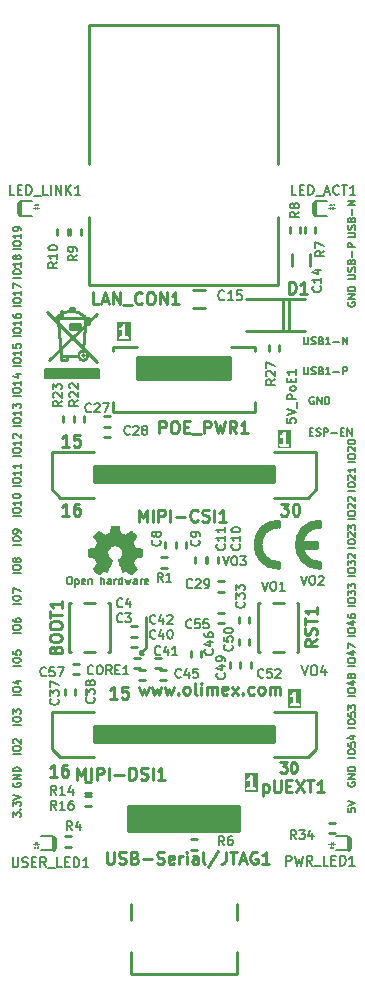
<source format=gbr>
%TF.GenerationSoftware,KiCad,Pcbnew,7.0.9-7.0.9~ubuntu22.04.1*%
%TF.CreationDate,2024-11-21T15:58:10+02:00*%
%TF.ProjectId,ESP32-P4-DevKit_Rev_B,45535033-322d-4503-942d-4465764b6974,B*%
%TF.SameCoordinates,PX80befc0PY7459280*%
%TF.FileFunction,Legend,Top*%
%TF.FilePolarity,Positive*%
%FSLAX46Y46*%
G04 Gerber Fmt 4.6, Leading zero omitted, Abs format (unit mm)*
G04 Created by KiCad (PCBNEW 7.0.9-7.0.9~ubuntu22.04.1) date 2024-11-21 15:58:10*
%MOMM*%
%LPD*%
G01*
G04 APERTURE LIST*
%ADD10C,0.254000*%
%ADD11C,0.158750*%
%ADD12C,0.203200*%
%ADD13C,0.190500*%
%ADD14C,0.222250*%
%ADD15C,0.127000*%
%ADD16C,0.050000*%
%ADD17C,0.100000*%
%ADD18C,0.228600*%
%ADD19C,0.150000*%
%ADD20C,0.010000*%
%ADD21C,0.300000*%
G04 APERTURE END LIST*
D10*
X11812000Y26369000D02*
X11304000Y25734000D01*
X11304000Y25988000D02*
X11558000Y25734000D01*
X11304000Y25734000D02*
X11304000Y25988000D01*
X11558000Y25734000D02*
X11304000Y25734000D01*
X11812000Y28909000D02*
X11812000Y26369000D01*
D11*
X28871033Y12703012D02*
X28871033Y12400631D01*
X28871033Y12400631D02*
X29173414Y12370393D01*
X29173414Y12370393D02*
X29143175Y12400631D01*
X29143175Y12400631D02*
X29112937Y12461107D01*
X29112937Y12461107D02*
X29112937Y12612298D01*
X29112937Y12612298D02*
X29143175Y12672774D01*
X29143175Y12672774D02*
X29173414Y12703012D01*
X29173414Y12703012D02*
X29233890Y12733250D01*
X29233890Y12733250D02*
X29385080Y12733250D01*
X29385080Y12733250D02*
X29445556Y12703012D01*
X29445556Y12703012D02*
X29475795Y12672774D01*
X29475795Y12672774D02*
X29506033Y12612298D01*
X29506033Y12612298D02*
X29506033Y12461107D01*
X29506033Y12461107D02*
X29475795Y12400631D01*
X29475795Y12400631D02*
X29445556Y12370393D01*
X28871033Y12914679D02*
X29506033Y13126345D01*
X29506033Y13126345D02*
X28871033Y13338012D01*
X25148630Y52591567D02*
X25148630Y52077520D01*
X25148630Y52077520D02*
X25178868Y52017044D01*
X25178868Y52017044D02*
X25209106Y51986805D01*
X25209106Y51986805D02*
X25269582Y51956567D01*
X25269582Y51956567D02*
X25390535Y51956567D01*
X25390535Y51956567D02*
X25451011Y51986805D01*
X25451011Y51986805D02*
X25481249Y52017044D01*
X25481249Y52017044D02*
X25511487Y52077520D01*
X25511487Y52077520D02*
X25511487Y52591567D01*
X25783630Y51986805D02*
X25874344Y51956567D01*
X25874344Y51956567D02*
X26025535Y51956567D01*
X26025535Y51956567D02*
X26086011Y51986805D01*
X26086011Y51986805D02*
X26116249Y52017044D01*
X26116249Y52017044D02*
X26146487Y52077520D01*
X26146487Y52077520D02*
X26146487Y52137996D01*
X26146487Y52137996D02*
X26116249Y52198472D01*
X26116249Y52198472D02*
X26086011Y52228710D01*
X26086011Y52228710D02*
X26025535Y52258948D01*
X26025535Y52258948D02*
X25904582Y52289186D01*
X25904582Y52289186D02*
X25844106Y52319425D01*
X25844106Y52319425D02*
X25813868Y52349663D01*
X25813868Y52349663D02*
X25783630Y52410139D01*
X25783630Y52410139D02*
X25783630Y52470615D01*
X25783630Y52470615D02*
X25813868Y52531091D01*
X25813868Y52531091D02*
X25844106Y52561329D01*
X25844106Y52561329D02*
X25904582Y52591567D01*
X25904582Y52591567D02*
X26055773Y52591567D01*
X26055773Y52591567D02*
X26146487Y52561329D01*
X26630297Y52289186D02*
X26721011Y52258948D01*
X26721011Y52258948D02*
X26751249Y52228710D01*
X26751249Y52228710D02*
X26781487Y52168234D01*
X26781487Y52168234D02*
X26781487Y52077520D01*
X26781487Y52077520D02*
X26751249Y52017044D01*
X26751249Y52017044D02*
X26721011Y51986805D01*
X26721011Y51986805D02*
X26660535Y51956567D01*
X26660535Y51956567D02*
X26418630Y51956567D01*
X26418630Y51956567D02*
X26418630Y52591567D01*
X26418630Y52591567D02*
X26630297Y52591567D01*
X26630297Y52591567D02*
X26690773Y52561329D01*
X26690773Y52561329D02*
X26721011Y52531091D01*
X26721011Y52531091D02*
X26751249Y52470615D01*
X26751249Y52470615D02*
X26751249Y52410139D01*
X26751249Y52410139D02*
X26721011Y52349663D01*
X26721011Y52349663D02*
X26690773Y52319425D01*
X26690773Y52319425D02*
X26630297Y52289186D01*
X26630297Y52289186D02*
X26418630Y52289186D01*
X27386249Y51956567D02*
X27023392Y51956567D01*
X27204820Y51956567D02*
X27204820Y52591567D01*
X27204820Y52591567D02*
X27144344Y52500853D01*
X27144344Y52500853D02*
X27083868Y52440377D01*
X27083868Y52440377D02*
X27023392Y52410139D01*
X27658392Y52198472D02*
X28142202Y52198472D01*
X28444582Y51956567D02*
X28444582Y52591567D01*
X28444582Y52591567D02*
X28807439Y51956567D01*
X28807439Y51956567D02*
X28807439Y52591567D01*
X25989249Y47506729D02*
X25928773Y47536967D01*
X25928773Y47536967D02*
X25838059Y47536967D01*
X25838059Y47536967D02*
X25747344Y47506729D01*
X25747344Y47506729D02*
X25686868Y47446253D01*
X25686868Y47446253D02*
X25656630Y47385777D01*
X25656630Y47385777D02*
X25626392Y47264825D01*
X25626392Y47264825D02*
X25626392Y47174110D01*
X25626392Y47174110D02*
X25656630Y47053158D01*
X25656630Y47053158D02*
X25686868Y46992682D01*
X25686868Y46992682D02*
X25747344Y46932205D01*
X25747344Y46932205D02*
X25838059Y46901967D01*
X25838059Y46901967D02*
X25898535Y46901967D01*
X25898535Y46901967D02*
X25989249Y46932205D01*
X25989249Y46932205D02*
X26019487Y46962444D01*
X26019487Y46962444D02*
X26019487Y47174110D01*
X26019487Y47174110D02*
X25898535Y47174110D01*
X26291630Y46901967D02*
X26291630Y47536967D01*
X26291630Y47536967D02*
X26654487Y46901967D01*
X26654487Y46901967D02*
X26654487Y47536967D01*
X26956868Y46901967D02*
X26956868Y47536967D01*
X26956868Y47536967D02*
X27108058Y47536967D01*
X27108058Y47536967D02*
X27198773Y47506729D01*
X27198773Y47506729D02*
X27259249Y47446253D01*
X27259249Y47446253D02*
X27289487Y47385777D01*
X27289487Y47385777D02*
X27319725Y47264825D01*
X27319725Y47264825D02*
X27319725Y47174110D01*
X27319725Y47174110D02*
X27289487Y47053158D01*
X27289487Y47053158D02*
X27259249Y46992682D01*
X27259249Y46992682D02*
X27198773Y46932205D01*
X27198773Y46932205D02*
X27108058Y46901967D01*
X27108058Y46901967D02*
X26956868Y46901967D01*
D10*
X11235247Y22992881D02*
X11428771Y22315548D01*
X11428771Y22315548D02*
X11622295Y22799357D01*
X11622295Y22799357D02*
X11815819Y22315548D01*
X11815819Y22315548D02*
X12009343Y22992881D01*
X12299628Y22992881D02*
X12493152Y22315548D01*
X12493152Y22315548D02*
X12686676Y22799357D01*
X12686676Y22799357D02*
X12880200Y22315548D01*
X12880200Y22315548D02*
X13073724Y22992881D01*
X13364009Y22992881D02*
X13557533Y22315548D01*
X13557533Y22315548D02*
X13751057Y22799357D01*
X13751057Y22799357D02*
X13944581Y22315548D01*
X13944581Y22315548D02*
X14138105Y22992881D01*
X14525152Y22412309D02*
X14573533Y22363928D01*
X14573533Y22363928D02*
X14525152Y22315548D01*
X14525152Y22315548D02*
X14476771Y22363928D01*
X14476771Y22363928D02*
X14525152Y22412309D01*
X14525152Y22412309D02*
X14525152Y22315548D01*
X15154105Y22315548D02*
X15057343Y22363928D01*
X15057343Y22363928D02*
X15008962Y22412309D01*
X15008962Y22412309D02*
X14960581Y22509071D01*
X14960581Y22509071D02*
X14960581Y22799357D01*
X14960581Y22799357D02*
X15008962Y22896119D01*
X15008962Y22896119D02*
X15057343Y22944500D01*
X15057343Y22944500D02*
X15154105Y22992881D01*
X15154105Y22992881D02*
X15299248Y22992881D01*
X15299248Y22992881D02*
X15396010Y22944500D01*
X15396010Y22944500D02*
X15444391Y22896119D01*
X15444391Y22896119D02*
X15492772Y22799357D01*
X15492772Y22799357D02*
X15492772Y22509071D01*
X15492772Y22509071D02*
X15444391Y22412309D01*
X15444391Y22412309D02*
X15396010Y22363928D01*
X15396010Y22363928D02*
X15299248Y22315548D01*
X15299248Y22315548D02*
X15154105Y22315548D01*
X16073343Y22315548D02*
X15976581Y22363928D01*
X15976581Y22363928D02*
X15928200Y22460690D01*
X15928200Y22460690D02*
X15928200Y23331548D01*
X16460390Y22315548D02*
X16460390Y22992881D01*
X16460390Y23331548D02*
X16412009Y23283167D01*
X16412009Y23283167D02*
X16460390Y23234786D01*
X16460390Y23234786D02*
X16508771Y23283167D01*
X16508771Y23283167D02*
X16460390Y23331548D01*
X16460390Y23331548D02*
X16460390Y23234786D01*
X16944200Y22315548D02*
X16944200Y22992881D01*
X16944200Y22896119D02*
X16992581Y22944500D01*
X16992581Y22944500D02*
X17089343Y22992881D01*
X17089343Y22992881D02*
X17234486Y22992881D01*
X17234486Y22992881D02*
X17331248Y22944500D01*
X17331248Y22944500D02*
X17379629Y22847738D01*
X17379629Y22847738D02*
X17379629Y22315548D01*
X17379629Y22847738D02*
X17428010Y22944500D01*
X17428010Y22944500D02*
X17524772Y22992881D01*
X17524772Y22992881D02*
X17669915Y22992881D01*
X17669915Y22992881D02*
X17766676Y22944500D01*
X17766676Y22944500D02*
X17815057Y22847738D01*
X17815057Y22847738D02*
X17815057Y22315548D01*
X18685915Y22363928D02*
X18589153Y22315548D01*
X18589153Y22315548D02*
X18395629Y22315548D01*
X18395629Y22315548D02*
X18298867Y22363928D01*
X18298867Y22363928D02*
X18250486Y22460690D01*
X18250486Y22460690D02*
X18250486Y22847738D01*
X18250486Y22847738D02*
X18298867Y22944500D01*
X18298867Y22944500D02*
X18395629Y22992881D01*
X18395629Y22992881D02*
X18589153Y22992881D01*
X18589153Y22992881D02*
X18685915Y22944500D01*
X18685915Y22944500D02*
X18734296Y22847738D01*
X18734296Y22847738D02*
X18734296Y22750976D01*
X18734296Y22750976D02*
X18250486Y22654214D01*
X19072962Y22315548D02*
X19605153Y22992881D01*
X19072962Y22992881D02*
X19605153Y22315548D01*
X19992200Y22412309D02*
X20040581Y22363928D01*
X20040581Y22363928D02*
X19992200Y22315548D01*
X19992200Y22315548D02*
X19943819Y22363928D01*
X19943819Y22363928D02*
X19992200Y22412309D01*
X19992200Y22412309D02*
X19992200Y22315548D01*
X20911439Y22363928D02*
X20814677Y22315548D01*
X20814677Y22315548D02*
X20621153Y22315548D01*
X20621153Y22315548D02*
X20524391Y22363928D01*
X20524391Y22363928D02*
X20476010Y22412309D01*
X20476010Y22412309D02*
X20427629Y22509071D01*
X20427629Y22509071D02*
X20427629Y22799357D01*
X20427629Y22799357D02*
X20476010Y22896119D01*
X20476010Y22896119D02*
X20524391Y22944500D01*
X20524391Y22944500D02*
X20621153Y22992881D01*
X20621153Y22992881D02*
X20814677Y22992881D01*
X20814677Y22992881D02*
X20911439Y22944500D01*
X21492010Y22315548D02*
X21395248Y22363928D01*
X21395248Y22363928D02*
X21346867Y22412309D01*
X21346867Y22412309D02*
X21298486Y22509071D01*
X21298486Y22509071D02*
X21298486Y22799357D01*
X21298486Y22799357D02*
X21346867Y22896119D01*
X21346867Y22896119D02*
X21395248Y22944500D01*
X21395248Y22944500D02*
X21492010Y22992881D01*
X21492010Y22992881D02*
X21637153Y22992881D01*
X21637153Y22992881D02*
X21733915Y22944500D01*
X21733915Y22944500D02*
X21782296Y22896119D01*
X21782296Y22896119D02*
X21830677Y22799357D01*
X21830677Y22799357D02*
X21830677Y22509071D01*
X21830677Y22509071D02*
X21782296Y22412309D01*
X21782296Y22412309D02*
X21733915Y22363928D01*
X21733915Y22363928D02*
X21637153Y22315548D01*
X21637153Y22315548D02*
X21492010Y22315548D01*
X22266105Y22315548D02*
X22266105Y22992881D01*
X22266105Y22896119D02*
X22314486Y22944500D01*
X22314486Y22944500D02*
X22411248Y22992881D01*
X22411248Y22992881D02*
X22556391Y22992881D01*
X22556391Y22992881D02*
X22653153Y22944500D01*
X22653153Y22944500D02*
X22701534Y22847738D01*
X22701534Y22847738D02*
X22701534Y22315548D01*
X22701534Y22847738D02*
X22749915Y22944500D01*
X22749915Y22944500D02*
X22846677Y22992881D01*
X22846677Y22992881D02*
X22991820Y22992881D01*
X22991820Y22992881D02*
X23088581Y22944500D01*
X23088581Y22944500D02*
X23136962Y22847738D01*
X23136962Y22847738D02*
X23136962Y22315548D01*
D11*
X1164033Y17255631D02*
X529033Y17255631D01*
X529033Y17678964D02*
X529033Y17799917D01*
X529033Y17799917D02*
X559271Y17860393D01*
X559271Y17860393D02*
X619747Y17920869D01*
X619747Y17920869D02*
X740699Y17951107D01*
X740699Y17951107D02*
X952366Y17951107D01*
X952366Y17951107D02*
X1073318Y17920869D01*
X1073318Y17920869D02*
X1133795Y17860393D01*
X1133795Y17860393D02*
X1164033Y17799917D01*
X1164033Y17799917D02*
X1164033Y17678964D01*
X1164033Y17678964D02*
X1133795Y17618488D01*
X1133795Y17618488D02*
X1073318Y17558012D01*
X1073318Y17558012D02*
X952366Y17527774D01*
X952366Y17527774D02*
X740699Y17527774D01*
X740699Y17527774D02*
X619747Y17558012D01*
X619747Y17558012D02*
X559271Y17618488D01*
X559271Y17618488D02*
X529033Y17678964D01*
X589509Y18193012D02*
X559271Y18223250D01*
X559271Y18223250D02*
X529033Y18283726D01*
X529033Y18283726D02*
X529033Y18434917D01*
X529033Y18434917D02*
X559271Y18495393D01*
X559271Y18495393D02*
X589509Y18525631D01*
X589509Y18525631D02*
X649985Y18555869D01*
X649985Y18555869D02*
X710461Y18555869D01*
X710461Y18555869D02*
X801175Y18525631D01*
X801175Y18525631D02*
X1164033Y18162774D01*
X1164033Y18162774D02*
X1164033Y18555869D01*
X1164033Y39959631D02*
X529033Y39959631D01*
X529033Y40382964D02*
X529033Y40503917D01*
X529033Y40503917D02*
X559271Y40564393D01*
X559271Y40564393D02*
X619747Y40624869D01*
X619747Y40624869D02*
X740699Y40655107D01*
X740699Y40655107D02*
X952366Y40655107D01*
X952366Y40655107D02*
X1073318Y40624869D01*
X1073318Y40624869D02*
X1133795Y40564393D01*
X1133795Y40564393D02*
X1164033Y40503917D01*
X1164033Y40503917D02*
X1164033Y40382964D01*
X1164033Y40382964D02*
X1133795Y40322488D01*
X1133795Y40322488D02*
X1073318Y40262012D01*
X1073318Y40262012D02*
X952366Y40231774D01*
X952366Y40231774D02*
X740699Y40231774D01*
X740699Y40231774D02*
X619747Y40262012D01*
X619747Y40262012D02*
X559271Y40322488D01*
X559271Y40322488D02*
X529033Y40382964D01*
X1164033Y41259869D02*
X1164033Y40897012D01*
X1164033Y41078440D02*
X529033Y41078440D01*
X529033Y41078440D02*
X619747Y41017964D01*
X619747Y41017964D02*
X680223Y40957488D01*
X680223Y40957488D02*
X710461Y40897012D01*
X1164033Y41864631D02*
X1164033Y41501774D01*
X1164033Y41683202D02*
X529033Y41683202D01*
X529033Y41683202D02*
X619747Y41622726D01*
X619747Y41622726D02*
X680223Y41562250D01*
X680223Y41562250D02*
X710461Y41501774D01*
X1164033Y19755631D02*
X529033Y19755631D01*
X529033Y20178964D02*
X529033Y20299917D01*
X529033Y20299917D02*
X559271Y20360393D01*
X559271Y20360393D02*
X619747Y20420869D01*
X619747Y20420869D02*
X740699Y20451107D01*
X740699Y20451107D02*
X952366Y20451107D01*
X952366Y20451107D02*
X1073318Y20420869D01*
X1073318Y20420869D02*
X1133795Y20360393D01*
X1133795Y20360393D02*
X1164033Y20299917D01*
X1164033Y20299917D02*
X1164033Y20178964D01*
X1164033Y20178964D02*
X1133795Y20118488D01*
X1133795Y20118488D02*
X1073318Y20058012D01*
X1073318Y20058012D02*
X952366Y20027774D01*
X952366Y20027774D02*
X740699Y20027774D01*
X740699Y20027774D02*
X619747Y20058012D01*
X619747Y20058012D02*
X559271Y20118488D01*
X559271Y20118488D02*
X529033Y20178964D01*
X529033Y20662774D02*
X529033Y21055869D01*
X529033Y21055869D02*
X770937Y20844202D01*
X770937Y20844202D02*
X770937Y20934917D01*
X770937Y20934917D02*
X801175Y20995393D01*
X801175Y20995393D02*
X831414Y21025631D01*
X831414Y21025631D02*
X891890Y21055869D01*
X891890Y21055869D02*
X1043080Y21055869D01*
X1043080Y21055869D02*
X1103556Y21025631D01*
X1103556Y21025631D02*
X1133795Y20995393D01*
X1133795Y20995393D02*
X1164033Y20934917D01*
X1164033Y20934917D02*
X1164033Y20753488D01*
X1164033Y20753488D02*
X1133795Y20693012D01*
X1133795Y20693012D02*
X1103556Y20662774D01*
X1185033Y55199631D02*
X550033Y55199631D01*
X550033Y55622964D02*
X550033Y55743917D01*
X550033Y55743917D02*
X580271Y55804393D01*
X580271Y55804393D02*
X640747Y55864869D01*
X640747Y55864869D02*
X761699Y55895107D01*
X761699Y55895107D02*
X973366Y55895107D01*
X973366Y55895107D02*
X1094318Y55864869D01*
X1094318Y55864869D02*
X1154795Y55804393D01*
X1154795Y55804393D02*
X1185033Y55743917D01*
X1185033Y55743917D02*
X1185033Y55622964D01*
X1185033Y55622964D02*
X1154795Y55562488D01*
X1154795Y55562488D02*
X1094318Y55502012D01*
X1094318Y55502012D02*
X973366Y55471774D01*
X973366Y55471774D02*
X761699Y55471774D01*
X761699Y55471774D02*
X640747Y55502012D01*
X640747Y55502012D02*
X580271Y55562488D01*
X580271Y55562488D02*
X550033Y55622964D01*
X1185033Y56499869D02*
X1185033Y56137012D01*
X1185033Y56318440D02*
X550033Y56318440D01*
X550033Y56318440D02*
X640747Y56257964D01*
X640747Y56257964D02*
X701223Y56197488D01*
X701223Y56197488D02*
X731461Y56137012D01*
X550033Y56711536D02*
X550033Y57134869D01*
X550033Y57134869D02*
X1185033Y56862726D01*
X559271Y14838250D02*
X529033Y14777774D01*
X529033Y14777774D02*
X529033Y14687060D01*
X529033Y14687060D02*
X559271Y14596345D01*
X559271Y14596345D02*
X619747Y14535869D01*
X619747Y14535869D02*
X680223Y14505631D01*
X680223Y14505631D02*
X801175Y14475393D01*
X801175Y14475393D02*
X891890Y14475393D01*
X891890Y14475393D02*
X1012842Y14505631D01*
X1012842Y14505631D02*
X1073318Y14535869D01*
X1073318Y14535869D02*
X1133795Y14596345D01*
X1133795Y14596345D02*
X1164033Y14687060D01*
X1164033Y14687060D02*
X1164033Y14747536D01*
X1164033Y14747536D02*
X1133795Y14838250D01*
X1133795Y14838250D02*
X1103556Y14868488D01*
X1103556Y14868488D02*
X891890Y14868488D01*
X891890Y14868488D02*
X891890Y14747536D01*
X1164033Y15140631D02*
X529033Y15140631D01*
X529033Y15140631D02*
X1164033Y15503488D01*
X1164033Y15503488D02*
X529033Y15503488D01*
X1164033Y15805869D02*
X529033Y15805869D01*
X529033Y15805869D02*
X529033Y15957059D01*
X529033Y15957059D02*
X559271Y16047774D01*
X559271Y16047774D02*
X619747Y16108250D01*
X619747Y16108250D02*
X680223Y16138488D01*
X680223Y16138488D02*
X801175Y16168726D01*
X801175Y16168726D02*
X891890Y16168726D01*
X891890Y16168726D02*
X1012842Y16138488D01*
X1012842Y16138488D02*
X1073318Y16108250D01*
X1073318Y16108250D02*
X1133795Y16047774D01*
X1133795Y16047774D02*
X1164033Y15957059D01*
X1164033Y15957059D02*
X1164033Y15805869D01*
X1185033Y52659631D02*
X550033Y52659631D01*
X550033Y53082964D02*
X550033Y53203917D01*
X550033Y53203917D02*
X580271Y53264393D01*
X580271Y53264393D02*
X640747Y53324869D01*
X640747Y53324869D02*
X761699Y53355107D01*
X761699Y53355107D02*
X973366Y53355107D01*
X973366Y53355107D02*
X1094318Y53324869D01*
X1094318Y53324869D02*
X1154795Y53264393D01*
X1154795Y53264393D02*
X1185033Y53203917D01*
X1185033Y53203917D02*
X1185033Y53082964D01*
X1185033Y53082964D02*
X1154795Y53022488D01*
X1154795Y53022488D02*
X1094318Y52962012D01*
X1094318Y52962012D02*
X973366Y52931774D01*
X973366Y52931774D02*
X761699Y52931774D01*
X761699Y52931774D02*
X640747Y52962012D01*
X640747Y52962012D02*
X580271Y53022488D01*
X580271Y53022488D02*
X550033Y53082964D01*
X1185033Y53959869D02*
X1185033Y53597012D01*
X1185033Y53778440D02*
X550033Y53778440D01*
X550033Y53778440D02*
X640747Y53717964D01*
X640747Y53717964D02*
X701223Y53657488D01*
X701223Y53657488D02*
X731461Y53597012D01*
X550033Y54504155D02*
X550033Y54383202D01*
X550033Y54383202D02*
X580271Y54322726D01*
X580271Y54322726D02*
X610509Y54292488D01*
X610509Y54292488D02*
X701223Y54232012D01*
X701223Y54232012D02*
X822175Y54201774D01*
X822175Y54201774D02*
X1064080Y54201774D01*
X1064080Y54201774D02*
X1124556Y54232012D01*
X1124556Y54232012D02*
X1154795Y54262250D01*
X1154795Y54262250D02*
X1185033Y54322726D01*
X1185033Y54322726D02*
X1185033Y54443679D01*
X1185033Y54443679D02*
X1154795Y54504155D01*
X1154795Y54504155D02*
X1124556Y54534393D01*
X1124556Y54534393D02*
X1064080Y54564631D01*
X1064080Y54564631D02*
X912890Y54564631D01*
X912890Y54564631D02*
X852414Y54534393D01*
X852414Y54534393D02*
X822175Y54504155D01*
X822175Y54504155D02*
X791937Y54443679D01*
X791937Y54443679D02*
X791937Y54322726D01*
X791937Y54322726D02*
X822175Y54262250D01*
X822175Y54262250D02*
X852414Y54232012D01*
X852414Y54232012D02*
X912890Y54201774D01*
X28871033Y61041631D02*
X29385080Y61041631D01*
X29385080Y61041631D02*
X29445556Y61071869D01*
X29445556Y61071869D02*
X29475795Y61102107D01*
X29475795Y61102107D02*
X29506033Y61162583D01*
X29506033Y61162583D02*
X29506033Y61283536D01*
X29506033Y61283536D02*
X29475795Y61344012D01*
X29475795Y61344012D02*
X29445556Y61374250D01*
X29445556Y61374250D02*
X29385080Y61404488D01*
X29385080Y61404488D02*
X28871033Y61404488D01*
X29475795Y61676631D02*
X29506033Y61767345D01*
X29506033Y61767345D02*
X29506033Y61918536D01*
X29506033Y61918536D02*
X29475795Y61979012D01*
X29475795Y61979012D02*
X29445556Y62009250D01*
X29445556Y62009250D02*
X29385080Y62039488D01*
X29385080Y62039488D02*
X29324604Y62039488D01*
X29324604Y62039488D02*
X29264128Y62009250D01*
X29264128Y62009250D02*
X29233890Y61979012D01*
X29233890Y61979012D02*
X29203652Y61918536D01*
X29203652Y61918536D02*
X29173414Y61797583D01*
X29173414Y61797583D02*
X29143175Y61737107D01*
X29143175Y61737107D02*
X29112937Y61706869D01*
X29112937Y61706869D02*
X29052461Y61676631D01*
X29052461Y61676631D02*
X28991985Y61676631D01*
X28991985Y61676631D02*
X28931509Y61706869D01*
X28931509Y61706869D02*
X28901271Y61737107D01*
X28901271Y61737107D02*
X28871033Y61797583D01*
X28871033Y61797583D02*
X28871033Y61948774D01*
X28871033Y61948774D02*
X28901271Y62039488D01*
X29173414Y62523298D02*
X29203652Y62614012D01*
X29203652Y62614012D02*
X29233890Y62644250D01*
X29233890Y62644250D02*
X29294366Y62674488D01*
X29294366Y62674488D02*
X29385080Y62674488D01*
X29385080Y62674488D02*
X29445556Y62644250D01*
X29445556Y62644250D02*
X29475795Y62614012D01*
X29475795Y62614012D02*
X29506033Y62553536D01*
X29506033Y62553536D02*
X29506033Y62311631D01*
X29506033Y62311631D02*
X28871033Y62311631D01*
X28871033Y62311631D02*
X28871033Y62523298D01*
X28871033Y62523298D02*
X28901271Y62583774D01*
X28901271Y62583774D02*
X28931509Y62614012D01*
X28931509Y62614012D02*
X28991985Y62644250D01*
X28991985Y62644250D02*
X29052461Y62644250D01*
X29052461Y62644250D02*
X29112937Y62614012D01*
X29112937Y62614012D02*
X29143175Y62583774D01*
X29143175Y62583774D02*
X29173414Y62523298D01*
X29173414Y62523298D02*
X29173414Y62311631D01*
X29264128Y62946631D02*
X29264128Y63430440D01*
X29506033Y63732821D02*
X28871033Y63732821D01*
X28871033Y63732821D02*
X29506033Y64095678D01*
X29506033Y64095678D02*
X28871033Y64095678D01*
X1185033Y45039631D02*
X550033Y45039631D01*
X550033Y45462964D02*
X550033Y45583917D01*
X550033Y45583917D02*
X580271Y45644393D01*
X580271Y45644393D02*
X640747Y45704869D01*
X640747Y45704869D02*
X761699Y45735107D01*
X761699Y45735107D02*
X973366Y45735107D01*
X973366Y45735107D02*
X1094318Y45704869D01*
X1094318Y45704869D02*
X1154795Y45644393D01*
X1154795Y45644393D02*
X1185033Y45583917D01*
X1185033Y45583917D02*
X1185033Y45462964D01*
X1185033Y45462964D02*
X1154795Y45402488D01*
X1154795Y45402488D02*
X1094318Y45342012D01*
X1094318Y45342012D02*
X973366Y45311774D01*
X973366Y45311774D02*
X761699Y45311774D01*
X761699Y45311774D02*
X640747Y45342012D01*
X640747Y45342012D02*
X580271Y45402488D01*
X580271Y45402488D02*
X550033Y45462964D01*
X1185033Y46339869D02*
X1185033Y45977012D01*
X1185033Y46158440D02*
X550033Y46158440D01*
X550033Y46158440D02*
X640747Y46097964D01*
X640747Y46097964D02*
X701223Y46037488D01*
X701223Y46037488D02*
X731461Y45977012D01*
X550033Y46551536D02*
X550033Y46944631D01*
X550033Y46944631D02*
X791937Y46732964D01*
X791937Y46732964D02*
X791937Y46823679D01*
X791937Y46823679D02*
X822175Y46884155D01*
X822175Y46884155D02*
X852414Y46914393D01*
X852414Y46914393D02*
X912890Y46944631D01*
X912890Y46944631D02*
X1064080Y46944631D01*
X1064080Y46944631D02*
X1124556Y46914393D01*
X1124556Y46914393D02*
X1154795Y46884155D01*
X1154795Y46884155D02*
X1185033Y46823679D01*
X1185033Y46823679D02*
X1185033Y46642250D01*
X1185033Y46642250D02*
X1154795Y46581774D01*
X1154795Y46581774D02*
X1124556Y46551536D01*
X1185033Y50119631D02*
X550033Y50119631D01*
X550033Y50542964D02*
X550033Y50663917D01*
X550033Y50663917D02*
X580271Y50724393D01*
X580271Y50724393D02*
X640747Y50784869D01*
X640747Y50784869D02*
X761699Y50815107D01*
X761699Y50815107D02*
X973366Y50815107D01*
X973366Y50815107D02*
X1094318Y50784869D01*
X1094318Y50784869D02*
X1154795Y50724393D01*
X1154795Y50724393D02*
X1185033Y50663917D01*
X1185033Y50663917D02*
X1185033Y50542964D01*
X1185033Y50542964D02*
X1154795Y50482488D01*
X1154795Y50482488D02*
X1094318Y50422012D01*
X1094318Y50422012D02*
X973366Y50391774D01*
X973366Y50391774D02*
X761699Y50391774D01*
X761699Y50391774D02*
X640747Y50422012D01*
X640747Y50422012D02*
X580271Y50482488D01*
X580271Y50482488D02*
X550033Y50542964D01*
X1185033Y51419869D02*
X1185033Y51057012D01*
X1185033Y51238440D02*
X550033Y51238440D01*
X550033Y51238440D02*
X640747Y51177964D01*
X640747Y51177964D02*
X701223Y51117488D01*
X701223Y51117488D02*
X731461Y51057012D01*
X550033Y51994393D02*
X550033Y51692012D01*
X550033Y51692012D02*
X852414Y51661774D01*
X852414Y51661774D02*
X822175Y51692012D01*
X822175Y51692012D02*
X791937Y51752488D01*
X791937Y51752488D02*
X791937Y51903679D01*
X791937Y51903679D02*
X822175Y51964155D01*
X822175Y51964155D02*
X852414Y51994393D01*
X852414Y51994393D02*
X912890Y52024631D01*
X912890Y52024631D02*
X1064080Y52024631D01*
X1064080Y52024631D02*
X1124556Y51994393D01*
X1124556Y51994393D02*
X1154795Y51964155D01*
X1154795Y51964155D02*
X1185033Y51903679D01*
X1185033Y51903679D02*
X1185033Y51752488D01*
X1185033Y51752488D02*
X1154795Y51692012D01*
X1154795Y51692012D02*
X1124556Y51661774D01*
X25148630Y50051567D02*
X25148630Y49537520D01*
X25148630Y49537520D02*
X25178868Y49477044D01*
X25178868Y49477044D02*
X25209106Y49446805D01*
X25209106Y49446805D02*
X25269582Y49416567D01*
X25269582Y49416567D02*
X25390535Y49416567D01*
X25390535Y49416567D02*
X25451011Y49446805D01*
X25451011Y49446805D02*
X25481249Y49477044D01*
X25481249Y49477044D02*
X25511487Y49537520D01*
X25511487Y49537520D02*
X25511487Y50051567D01*
X25783630Y49446805D02*
X25874344Y49416567D01*
X25874344Y49416567D02*
X26025535Y49416567D01*
X26025535Y49416567D02*
X26086011Y49446805D01*
X26086011Y49446805D02*
X26116249Y49477044D01*
X26116249Y49477044D02*
X26146487Y49537520D01*
X26146487Y49537520D02*
X26146487Y49597996D01*
X26146487Y49597996D02*
X26116249Y49658472D01*
X26116249Y49658472D02*
X26086011Y49688710D01*
X26086011Y49688710D02*
X26025535Y49718948D01*
X26025535Y49718948D02*
X25904582Y49749186D01*
X25904582Y49749186D02*
X25844106Y49779425D01*
X25844106Y49779425D02*
X25813868Y49809663D01*
X25813868Y49809663D02*
X25783630Y49870139D01*
X25783630Y49870139D02*
X25783630Y49930615D01*
X25783630Y49930615D02*
X25813868Y49991091D01*
X25813868Y49991091D02*
X25844106Y50021329D01*
X25844106Y50021329D02*
X25904582Y50051567D01*
X25904582Y50051567D02*
X26055773Y50051567D01*
X26055773Y50051567D02*
X26146487Y50021329D01*
X26630297Y49749186D02*
X26721011Y49718948D01*
X26721011Y49718948D02*
X26751249Y49688710D01*
X26751249Y49688710D02*
X26781487Y49628234D01*
X26781487Y49628234D02*
X26781487Y49537520D01*
X26781487Y49537520D02*
X26751249Y49477044D01*
X26751249Y49477044D02*
X26721011Y49446805D01*
X26721011Y49446805D02*
X26660535Y49416567D01*
X26660535Y49416567D02*
X26418630Y49416567D01*
X26418630Y49416567D02*
X26418630Y50051567D01*
X26418630Y50051567D02*
X26630297Y50051567D01*
X26630297Y50051567D02*
X26690773Y50021329D01*
X26690773Y50021329D02*
X26721011Y49991091D01*
X26721011Y49991091D02*
X26751249Y49930615D01*
X26751249Y49930615D02*
X26751249Y49870139D01*
X26751249Y49870139D02*
X26721011Y49809663D01*
X26721011Y49809663D02*
X26690773Y49779425D01*
X26690773Y49779425D02*
X26630297Y49749186D01*
X26630297Y49749186D02*
X26418630Y49749186D01*
X27386249Y49416567D02*
X27023392Y49416567D01*
X27204820Y49416567D02*
X27204820Y50051567D01*
X27204820Y50051567D02*
X27144344Y49960853D01*
X27144344Y49960853D02*
X27083868Y49900377D01*
X27083868Y49900377D02*
X27023392Y49870139D01*
X27658392Y49658472D02*
X28142202Y49658472D01*
X28444582Y49416567D02*
X28444582Y50051567D01*
X28444582Y50051567D02*
X28686487Y50051567D01*
X28686487Y50051567D02*
X28746963Y50021329D01*
X28746963Y50021329D02*
X28777201Y49991091D01*
X28777201Y49991091D02*
X28807439Y49930615D01*
X28807439Y49930615D02*
X28807439Y49839901D01*
X28807439Y49839901D02*
X28777201Y49779425D01*
X28777201Y49779425D02*
X28746963Y49749186D01*
X28746963Y49749186D02*
X28686487Y49718948D01*
X28686487Y49718948D02*
X28444582Y49718948D01*
X1164033Y27505631D02*
X529033Y27505631D01*
X529033Y27928964D02*
X529033Y28049917D01*
X529033Y28049917D02*
X559271Y28110393D01*
X559271Y28110393D02*
X619747Y28170869D01*
X619747Y28170869D02*
X740699Y28201107D01*
X740699Y28201107D02*
X952366Y28201107D01*
X952366Y28201107D02*
X1073318Y28170869D01*
X1073318Y28170869D02*
X1133795Y28110393D01*
X1133795Y28110393D02*
X1164033Y28049917D01*
X1164033Y28049917D02*
X1164033Y27928964D01*
X1164033Y27928964D02*
X1133795Y27868488D01*
X1133795Y27868488D02*
X1073318Y27808012D01*
X1073318Y27808012D02*
X952366Y27777774D01*
X952366Y27777774D02*
X740699Y27777774D01*
X740699Y27777774D02*
X619747Y27808012D01*
X619747Y27808012D02*
X559271Y27868488D01*
X559271Y27868488D02*
X529033Y27928964D01*
X529033Y28745393D02*
X529033Y28624440D01*
X529033Y28624440D02*
X559271Y28563964D01*
X559271Y28563964D02*
X589509Y28533726D01*
X589509Y28533726D02*
X680223Y28473250D01*
X680223Y28473250D02*
X801175Y28443012D01*
X801175Y28443012D02*
X1043080Y28443012D01*
X1043080Y28443012D02*
X1103556Y28473250D01*
X1103556Y28473250D02*
X1133795Y28503488D01*
X1133795Y28503488D02*
X1164033Y28563964D01*
X1164033Y28563964D02*
X1164033Y28684917D01*
X1164033Y28684917D02*
X1133795Y28745393D01*
X1133795Y28745393D02*
X1103556Y28775631D01*
X1103556Y28775631D02*
X1043080Y28805869D01*
X1043080Y28805869D02*
X891890Y28805869D01*
X891890Y28805869D02*
X831414Y28775631D01*
X831414Y28775631D02*
X801175Y28745393D01*
X801175Y28745393D02*
X770937Y28684917D01*
X770937Y28684917D02*
X770937Y28563964D01*
X770937Y28563964D02*
X801175Y28503488D01*
X801175Y28503488D02*
X831414Y28473250D01*
X831414Y28473250D02*
X891890Y28443012D01*
X28871033Y57485631D02*
X29385080Y57485631D01*
X29385080Y57485631D02*
X29445556Y57515869D01*
X29445556Y57515869D02*
X29475795Y57546107D01*
X29475795Y57546107D02*
X29506033Y57606583D01*
X29506033Y57606583D02*
X29506033Y57727536D01*
X29506033Y57727536D02*
X29475795Y57788012D01*
X29475795Y57788012D02*
X29445556Y57818250D01*
X29445556Y57818250D02*
X29385080Y57848488D01*
X29385080Y57848488D02*
X28871033Y57848488D01*
X29475795Y58120631D02*
X29506033Y58211345D01*
X29506033Y58211345D02*
X29506033Y58362536D01*
X29506033Y58362536D02*
X29475795Y58423012D01*
X29475795Y58423012D02*
X29445556Y58453250D01*
X29445556Y58453250D02*
X29385080Y58483488D01*
X29385080Y58483488D02*
X29324604Y58483488D01*
X29324604Y58483488D02*
X29264128Y58453250D01*
X29264128Y58453250D02*
X29233890Y58423012D01*
X29233890Y58423012D02*
X29203652Y58362536D01*
X29203652Y58362536D02*
X29173414Y58241583D01*
X29173414Y58241583D02*
X29143175Y58181107D01*
X29143175Y58181107D02*
X29112937Y58150869D01*
X29112937Y58150869D02*
X29052461Y58120631D01*
X29052461Y58120631D02*
X28991985Y58120631D01*
X28991985Y58120631D02*
X28931509Y58150869D01*
X28931509Y58150869D02*
X28901271Y58181107D01*
X28901271Y58181107D02*
X28871033Y58241583D01*
X28871033Y58241583D02*
X28871033Y58392774D01*
X28871033Y58392774D02*
X28901271Y58483488D01*
X29173414Y58967298D02*
X29203652Y59058012D01*
X29203652Y59058012D02*
X29233890Y59088250D01*
X29233890Y59088250D02*
X29294366Y59118488D01*
X29294366Y59118488D02*
X29385080Y59118488D01*
X29385080Y59118488D02*
X29445556Y59088250D01*
X29445556Y59088250D02*
X29475795Y59058012D01*
X29475795Y59058012D02*
X29506033Y58997536D01*
X29506033Y58997536D02*
X29506033Y58755631D01*
X29506033Y58755631D02*
X28871033Y58755631D01*
X28871033Y58755631D02*
X28871033Y58967298D01*
X28871033Y58967298D02*
X28901271Y59027774D01*
X28901271Y59027774D02*
X28931509Y59058012D01*
X28931509Y59058012D02*
X28991985Y59088250D01*
X28991985Y59088250D02*
X29052461Y59088250D01*
X29052461Y59088250D02*
X29112937Y59058012D01*
X29112937Y59058012D02*
X29143175Y59027774D01*
X29143175Y59027774D02*
X29173414Y58967298D01*
X29173414Y58967298D02*
X29173414Y58755631D01*
X29264128Y59390631D02*
X29264128Y59874440D01*
X29506033Y60176821D02*
X28871033Y60176821D01*
X28871033Y60176821D02*
X28871033Y60418726D01*
X28871033Y60418726D02*
X28901271Y60479202D01*
X28901271Y60479202D02*
X28931509Y60509440D01*
X28931509Y60509440D02*
X28991985Y60539678D01*
X28991985Y60539678D02*
X29082699Y60539678D01*
X29082699Y60539678D02*
X29143175Y60509440D01*
X29143175Y60509440D02*
X29173414Y60479202D01*
X29173414Y60479202D02*
X29203652Y60418726D01*
X29203652Y60418726D02*
X29203652Y60176821D01*
X28901271Y55532250D02*
X28871033Y55471774D01*
X28871033Y55471774D02*
X28871033Y55381060D01*
X28871033Y55381060D02*
X28901271Y55290345D01*
X28901271Y55290345D02*
X28961747Y55229869D01*
X28961747Y55229869D02*
X29022223Y55199631D01*
X29022223Y55199631D02*
X29143175Y55169393D01*
X29143175Y55169393D02*
X29233890Y55169393D01*
X29233890Y55169393D02*
X29354842Y55199631D01*
X29354842Y55199631D02*
X29415318Y55229869D01*
X29415318Y55229869D02*
X29475795Y55290345D01*
X29475795Y55290345D02*
X29506033Y55381060D01*
X29506033Y55381060D02*
X29506033Y55441536D01*
X29506033Y55441536D02*
X29475795Y55532250D01*
X29475795Y55532250D02*
X29445556Y55562488D01*
X29445556Y55562488D02*
X29233890Y55562488D01*
X29233890Y55562488D02*
X29233890Y55441536D01*
X29506033Y55834631D02*
X28871033Y55834631D01*
X28871033Y55834631D02*
X29506033Y56197488D01*
X29506033Y56197488D02*
X28871033Y56197488D01*
X29506033Y56499869D02*
X28871033Y56499869D01*
X28871033Y56499869D02*
X28871033Y56651059D01*
X28871033Y56651059D02*
X28901271Y56741774D01*
X28901271Y56741774D02*
X28961747Y56802250D01*
X28961747Y56802250D02*
X29022223Y56832488D01*
X29022223Y56832488D02*
X29143175Y56862726D01*
X29143175Y56862726D02*
X29233890Y56862726D01*
X29233890Y56862726D02*
X29354842Y56832488D01*
X29354842Y56832488D02*
X29415318Y56802250D01*
X29415318Y56802250D02*
X29475795Y56741774D01*
X29475795Y56741774D02*
X29506033Y56651059D01*
X29506033Y56651059D02*
X29506033Y56499869D01*
X29506033Y29799631D02*
X28871033Y29799631D01*
X28871033Y30222964D02*
X28871033Y30343917D01*
X28871033Y30343917D02*
X28901271Y30404393D01*
X28901271Y30404393D02*
X28961747Y30464869D01*
X28961747Y30464869D02*
X29082699Y30495107D01*
X29082699Y30495107D02*
X29294366Y30495107D01*
X29294366Y30495107D02*
X29415318Y30464869D01*
X29415318Y30464869D02*
X29475795Y30404393D01*
X29475795Y30404393D02*
X29506033Y30343917D01*
X29506033Y30343917D02*
X29506033Y30222964D01*
X29506033Y30222964D02*
X29475795Y30162488D01*
X29475795Y30162488D02*
X29415318Y30102012D01*
X29415318Y30102012D02*
X29294366Y30071774D01*
X29294366Y30071774D02*
X29082699Y30071774D01*
X29082699Y30071774D02*
X28961747Y30102012D01*
X28961747Y30102012D02*
X28901271Y30162488D01*
X28901271Y30162488D02*
X28871033Y30222964D01*
X28871033Y30706774D02*
X28871033Y31099869D01*
X28871033Y31099869D02*
X29112937Y30888202D01*
X29112937Y30888202D02*
X29112937Y30978917D01*
X29112937Y30978917D02*
X29143175Y31039393D01*
X29143175Y31039393D02*
X29173414Y31069631D01*
X29173414Y31069631D02*
X29233890Y31099869D01*
X29233890Y31099869D02*
X29385080Y31099869D01*
X29385080Y31099869D02*
X29445556Y31069631D01*
X29445556Y31069631D02*
X29475795Y31039393D01*
X29475795Y31039393D02*
X29506033Y30978917D01*
X29506033Y30978917D02*
X29506033Y30797488D01*
X29506033Y30797488D02*
X29475795Y30737012D01*
X29475795Y30737012D02*
X29445556Y30706774D01*
X28871033Y31311536D02*
X28871033Y31704631D01*
X28871033Y31704631D02*
X29112937Y31492964D01*
X29112937Y31492964D02*
X29112937Y31583679D01*
X29112937Y31583679D02*
X29143175Y31644155D01*
X29143175Y31644155D02*
X29173414Y31674393D01*
X29173414Y31674393D02*
X29233890Y31704631D01*
X29233890Y31704631D02*
X29385080Y31704631D01*
X29385080Y31704631D02*
X29445556Y31674393D01*
X29445556Y31674393D02*
X29475795Y31644155D01*
X29475795Y31644155D02*
X29506033Y31583679D01*
X29506033Y31583679D02*
X29506033Y31402250D01*
X29506033Y31402250D02*
X29475795Y31341774D01*
X29475795Y31341774D02*
X29445556Y31311536D01*
X29506033Y32339631D02*
X28871033Y32339631D01*
X28871033Y32762964D02*
X28871033Y32883917D01*
X28871033Y32883917D02*
X28901271Y32944393D01*
X28901271Y32944393D02*
X28961747Y33004869D01*
X28961747Y33004869D02*
X29082699Y33035107D01*
X29082699Y33035107D02*
X29294366Y33035107D01*
X29294366Y33035107D02*
X29415318Y33004869D01*
X29415318Y33004869D02*
X29475795Y32944393D01*
X29475795Y32944393D02*
X29506033Y32883917D01*
X29506033Y32883917D02*
X29506033Y32762964D01*
X29506033Y32762964D02*
X29475795Y32702488D01*
X29475795Y32702488D02*
X29415318Y32642012D01*
X29415318Y32642012D02*
X29294366Y32611774D01*
X29294366Y32611774D02*
X29082699Y32611774D01*
X29082699Y32611774D02*
X28961747Y32642012D01*
X28961747Y32642012D02*
X28901271Y32702488D01*
X28901271Y32702488D02*
X28871033Y32762964D01*
X28871033Y33246774D02*
X28871033Y33639869D01*
X28871033Y33639869D02*
X29112937Y33428202D01*
X29112937Y33428202D02*
X29112937Y33518917D01*
X29112937Y33518917D02*
X29143175Y33579393D01*
X29143175Y33579393D02*
X29173414Y33609631D01*
X29173414Y33609631D02*
X29233890Y33639869D01*
X29233890Y33639869D02*
X29385080Y33639869D01*
X29385080Y33639869D02*
X29445556Y33609631D01*
X29445556Y33609631D02*
X29475795Y33579393D01*
X29475795Y33579393D02*
X29506033Y33518917D01*
X29506033Y33518917D02*
X29506033Y33337488D01*
X29506033Y33337488D02*
X29475795Y33277012D01*
X29475795Y33277012D02*
X29445556Y33246774D01*
X28931509Y33881774D02*
X28901271Y33912012D01*
X28901271Y33912012D02*
X28871033Y33972488D01*
X28871033Y33972488D02*
X28871033Y34123679D01*
X28871033Y34123679D02*
X28901271Y34184155D01*
X28901271Y34184155D02*
X28931509Y34214393D01*
X28931509Y34214393D02*
X28991985Y34244631D01*
X28991985Y34244631D02*
X29052461Y34244631D01*
X29052461Y34244631D02*
X29143175Y34214393D01*
X29143175Y34214393D02*
X29506033Y33851536D01*
X29506033Y33851536D02*
X29506033Y34244631D01*
X29506033Y34752631D02*
X28871033Y34752631D01*
X28871033Y35175964D02*
X28871033Y35296917D01*
X28871033Y35296917D02*
X28901271Y35357393D01*
X28901271Y35357393D02*
X28961747Y35417869D01*
X28961747Y35417869D02*
X29082699Y35448107D01*
X29082699Y35448107D02*
X29294366Y35448107D01*
X29294366Y35448107D02*
X29415318Y35417869D01*
X29415318Y35417869D02*
X29475795Y35357393D01*
X29475795Y35357393D02*
X29506033Y35296917D01*
X29506033Y35296917D02*
X29506033Y35175964D01*
X29506033Y35175964D02*
X29475795Y35115488D01*
X29475795Y35115488D02*
X29415318Y35055012D01*
X29415318Y35055012D02*
X29294366Y35024774D01*
X29294366Y35024774D02*
X29082699Y35024774D01*
X29082699Y35024774D02*
X28961747Y35055012D01*
X28961747Y35055012D02*
X28901271Y35115488D01*
X28901271Y35115488D02*
X28871033Y35175964D01*
X28931509Y35690012D02*
X28901271Y35720250D01*
X28901271Y35720250D02*
X28871033Y35780726D01*
X28871033Y35780726D02*
X28871033Y35931917D01*
X28871033Y35931917D02*
X28901271Y35992393D01*
X28901271Y35992393D02*
X28931509Y36022631D01*
X28931509Y36022631D02*
X28991985Y36052869D01*
X28991985Y36052869D02*
X29052461Y36052869D01*
X29052461Y36052869D02*
X29143175Y36022631D01*
X29143175Y36022631D02*
X29506033Y35659774D01*
X29506033Y35659774D02*
X29506033Y36052869D01*
X28871033Y36264536D02*
X28871033Y36657631D01*
X28871033Y36657631D02*
X29112937Y36445964D01*
X29112937Y36445964D02*
X29112937Y36536679D01*
X29112937Y36536679D02*
X29143175Y36597155D01*
X29143175Y36597155D02*
X29173414Y36627393D01*
X29173414Y36627393D02*
X29233890Y36657631D01*
X29233890Y36657631D02*
X29385080Y36657631D01*
X29385080Y36657631D02*
X29445556Y36627393D01*
X29445556Y36627393D02*
X29475795Y36597155D01*
X29475795Y36597155D02*
X29506033Y36536679D01*
X29506033Y36536679D02*
X29506033Y36355250D01*
X29506033Y36355250D02*
X29475795Y36294774D01*
X29475795Y36294774D02*
X29445556Y36264536D01*
X29506033Y41991631D02*
X28871033Y41991631D01*
X28871033Y42414964D02*
X28871033Y42535917D01*
X28871033Y42535917D02*
X28901271Y42596393D01*
X28901271Y42596393D02*
X28961747Y42656869D01*
X28961747Y42656869D02*
X29082699Y42687107D01*
X29082699Y42687107D02*
X29294366Y42687107D01*
X29294366Y42687107D02*
X29415318Y42656869D01*
X29415318Y42656869D02*
X29475795Y42596393D01*
X29475795Y42596393D02*
X29506033Y42535917D01*
X29506033Y42535917D02*
X29506033Y42414964D01*
X29506033Y42414964D02*
X29475795Y42354488D01*
X29475795Y42354488D02*
X29415318Y42294012D01*
X29415318Y42294012D02*
X29294366Y42263774D01*
X29294366Y42263774D02*
X29082699Y42263774D01*
X29082699Y42263774D02*
X28961747Y42294012D01*
X28961747Y42294012D02*
X28901271Y42354488D01*
X28901271Y42354488D02*
X28871033Y42414964D01*
X28931509Y42929012D02*
X28901271Y42959250D01*
X28901271Y42959250D02*
X28871033Y43019726D01*
X28871033Y43019726D02*
X28871033Y43170917D01*
X28871033Y43170917D02*
X28901271Y43231393D01*
X28901271Y43231393D02*
X28931509Y43261631D01*
X28931509Y43261631D02*
X28991985Y43291869D01*
X28991985Y43291869D02*
X29052461Y43291869D01*
X29052461Y43291869D02*
X29143175Y43261631D01*
X29143175Y43261631D02*
X29506033Y42898774D01*
X29506033Y42898774D02*
X29506033Y43291869D01*
X28871033Y43684964D02*
X28871033Y43745441D01*
X28871033Y43745441D02*
X28901271Y43805917D01*
X28901271Y43805917D02*
X28931509Y43836155D01*
X28931509Y43836155D02*
X28991985Y43866393D01*
X28991985Y43866393D02*
X29112937Y43896631D01*
X29112937Y43896631D02*
X29264128Y43896631D01*
X29264128Y43896631D02*
X29385080Y43866393D01*
X29385080Y43866393D02*
X29445556Y43836155D01*
X29445556Y43836155D02*
X29475795Y43805917D01*
X29475795Y43805917D02*
X29506033Y43745441D01*
X29506033Y43745441D02*
X29506033Y43684964D01*
X29506033Y43684964D02*
X29475795Y43624488D01*
X29475795Y43624488D02*
X29445556Y43594250D01*
X29445556Y43594250D02*
X29385080Y43564012D01*
X29385080Y43564012D02*
X29264128Y43533774D01*
X29264128Y43533774D02*
X29112937Y43533774D01*
X29112937Y43533774D02*
X28991985Y43564012D01*
X28991985Y43564012D02*
X28931509Y43594250D01*
X28931509Y43594250D02*
X28901271Y43624488D01*
X28901271Y43624488D02*
X28871033Y43684964D01*
X1164033Y24755631D02*
X529033Y24755631D01*
X529033Y25178964D02*
X529033Y25299917D01*
X529033Y25299917D02*
X559271Y25360393D01*
X559271Y25360393D02*
X619747Y25420869D01*
X619747Y25420869D02*
X740699Y25451107D01*
X740699Y25451107D02*
X952366Y25451107D01*
X952366Y25451107D02*
X1073318Y25420869D01*
X1073318Y25420869D02*
X1133795Y25360393D01*
X1133795Y25360393D02*
X1164033Y25299917D01*
X1164033Y25299917D02*
X1164033Y25178964D01*
X1164033Y25178964D02*
X1133795Y25118488D01*
X1133795Y25118488D02*
X1073318Y25058012D01*
X1073318Y25058012D02*
X952366Y25027774D01*
X952366Y25027774D02*
X740699Y25027774D01*
X740699Y25027774D02*
X619747Y25058012D01*
X619747Y25058012D02*
X559271Y25118488D01*
X559271Y25118488D02*
X529033Y25178964D01*
X529033Y26025631D02*
X529033Y25723250D01*
X529033Y25723250D02*
X831414Y25693012D01*
X831414Y25693012D02*
X801175Y25723250D01*
X801175Y25723250D02*
X770937Y25783726D01*
X770937Y25783726D02*
X770937Y25934917D01*
X770937Y25934917D02*
X801175Y25995393D01*
X801175Y25995393D02*
X831414Y26025631D01*
X831414Y26025631D02*
X891890Y26055869D01*
X891890Y26055869D02*
X1043080Y26055869D01*
X1043080Y26055869D02*
X1103556Y26025631D01*
X1103556Y26025631D02*
X1133795Y25995393D01*
X1133795Y25995393D02*
X1164033Y25934917D01*
X1164033Y25934917D02*
X1164033Y25783726D01*
X1164033Y25783726D02*
X1133795Y25723250D01*
X1133795Y25723250D02*
X1103556Y25693012D01*
X29506033Y39578631D02*
X28871033Y39578631D01*
X28871033Y40001964D02*
X28871033Y40122917D01*
X28871033Y40122917D02*
X28901271Y40183393D01*
X28901271Y40183393D02*
X28961747Y40243869D01*
X28961747Y40243869D02*
X29082699Y40274107D01*
X29082699Y40274107D02*
X29294366Y40274107D01*
X29294366Y40274107D02*
X29415318Y40243869D01*
X29415318Y40243869D02*
X29475795Y40183393D01*
X29475795Y40183393D02*
X29506033Y40122917D01*
X29506033Y40122917D02*
X29506033Y40001964D01*
X29506033Y40001964D02*
X29475795Y39941488D01*
X29475795Y39941488D02*
X29415318Y39881012D01*
X29415318Y39881012D02*
X29294366Y39850774D01*
X29294366Y39850774D02*
X29082699Y39850774D01*
X29082699Y39850774D02*
X28961747Y39881012D01*
X28961747Y39881012D02*
X28901271Y39941488D01*
X28901271Y39941488D02*
X28871033Y40001964D01*
X28931509Y40516012D02*
X28901271Y40546250D01*
X28901271Y40546250D02*
X28871033Y40606726D01*
X28871033Y40606726D02*
X28871033Y40757917D01*
X28871033Y40757917D02*
X28901271Y40818393D01*
X28901271Y40818393D02*
X28931509Y40848631D01*
X28931509Y40848631D02*
X28991985Y40878869D01*
X28991985Y40878869D02*
X29052461Y40878869D01*
X29052461Y40878869D02*
X29143175Y40848631D01*
X29143175Y40848631D02*
X29506033Y40485774D01*
X29506033Y40485774D02*
X29506033Y40878869D01*
X29506033Y41483631D02*
X29506033Y41120774D01*
X29506033Y41302202D02*
X28871033Y41302202D01*
X28871033Y41302202D02*
X28961747Y41241726D01*
X28961747Y41241726D02*
X29022223Y41181250D01*
X29022223Y41181250D02*
X29052461Y41120774D01*
X1185033Y57612631D02*
X550033Y57612631D01*
X550033Y58035964D02*
X550033Y58156917D01*
X550033Y58156917D02*
X580271Y58217393D01*
X580271Y58217393D02*
X640747Y58277869D01*
X640747Y58277869D02*
X761699Y58308107D01*
X761699Y58308107D02*
X973366Y58308107D01*
X973366Y58308107D02*
X1094318Y58277869D01*
X1094318Y58277869D02*
X1154795Y58217393D01*
X1154795Y58217393D02*
X1185033Y58156917D01*
X1185033Y58156917D02*
X1185033Y58035964D01*
X1185033Y58035964D02*
X1154795Y57975488D01*
X1154795Y57975488D02*
X1094318Y57915012D01*
X1094318Y57915012D02*
X973366Y57884774D01*
X973366Y57884774D02*
X761699Y57884774D01*
X761699Y57884774D02*
X640747Y57915012D01*
X640747Y57915012D02*
X580271Y57975488D01*
X580271Y57975488D02*
X550033Y58035964D01*
X1185033Y58912869D02*
X1185033Y58550012D01*
X1185033Y58731440D02*
X550033Y58731440D01*
X550033Y58731440D02*
X640747Y58670964D01*
X640747Y58670964D02*
X701223Y58610488D01*
X701223Y58610488D02*
X731461Y58550012D01*
X822175Y59275726D02*
X791937Y59215250D01*
X791937Y59215250D02*
X761699Y59185012D01*
X761699Y59185012D02*
X701223Y59154774D01*
X701223Y59154774D02*
X670985Y59154774D01*
X670985Y59154774D02*
X610509Y59185012D01*
X610509Y59185012D02*
X580271Y59215250D01*
X580271Y59215250D02*
X550033Y59275726D01*
X550033Y59275726D02*
X550033Y59396679D01*
X550033Y59396679D02*
X580271Y59457155D01*
X580271Y59457155D02*
X610509Y59487393D01*
X610509Y59487393D02*
X670985Y59517631D01*
X670985Y59517631D02*
X701223Y59517631D01*
X701223Y59517631D02*
X761699Y59487393D01*
X761699Y59487393D02*
X791937Y59457155D01*
X791937Y59457155D02*
X822175Y59396679D01*
X822175Y59396679D02*
X822175Y59275726D01*
X822175Y59275726D02*
X852414Y59215250D01*
X852414Y59215250D02*
X882652Y59185012D01*
X882652Y59185012D02*
X943128Y59154774D01*
X943128Y59154774D02*
X1064080Y59154774D01*
X1064080Y59154774D02*
X1124556Y59185012D01*
X1124556Y59185012D02*
X1154795Y59215250D01*
X1154795Y59215250D02*
X1185033Y59275726D01*
X1185033Y59275726D02*
X1185033Y59396679D01*
X1185033Y59396679D02*
X1154795Y59457155D01*
X1154795Y59457155D02*
X1124556Y59487393D01*
X1124556Y59487393D02*
X1064080Y59517631D01*
X1064080Y59517631D02*
X943128Y59517631D01*
X943128Y59517631D02*
X882652Y59487393D01*
X882652Y59487393D02*
X852414Y59457155D01*
X852414Y59457155D02*
X822175Y59396679D01*
X1185033Y60025631D02*
X550033Y60025631D01*
X550033Y60448964D02*
X550033Y60569917D01*
X550033Y60569917D02*
X580271Y60630393D01*
X580271Y60630393D02*
X640747Y60690869D01*
X640747Y60690869D02*
X761699Y60721107D01*
X761699Y60721107D02*
X973366Y60721107D01*
X973366Y60721107D02*
X1094318Y60690869D01*
X1094318Y60690869D02*
X1154795Y60630393D01*
X1154795Y60630393D02*
X1185033Y60569917D01*
X1185033Y60569917D02*
X1185033Y60448964D01*
X1185033Y60448964D02*
X1154795Y60388488D01*
X1154795Y60388488D02*
X1094318Y60328012D01*
X1094318Y60328012D02*
X973366Y60297774D01*
X973366Y60297774D02*
X761699Y60297774D01*
X761699Y60297774D02*
X640747Y60328012D01*
X640747Y60328012D02*
X580271Y60388488D01*
X580271Y60388488D02*
X550033Y60448964D01*
X1185033Y61325869D02*
X1185033Y60963012D01*
X1185033Y61144440D02*
X550033Y61144440D01*
X550033Y61144440D02*
X640747Y61083964D01*
X640747Y61083964D02*
X701223Y61023488D01*
X701223Y61023488D02*
X731461Y60963012D01*
X1185033Y61628250D02*
X1185033Y61749202D01*
X1185033Y61749202D02*
X1154795Y61809679D01*
X1154795Y61809679D02*
X1124556Y61839917D01*
X1124556Y61839917D02*
X1033842Y61900393D01*
X1033842Y61900393D02*
X912890Y61930631D01*
X912890Y61930631D02*
X670985Y61930631D01*
X670985Y61930631D02*
X610509Y61900393D01*
X610509Y61900393D02*
X580271Y61870155D01*
X580271Y61870155D02*
X550033Y61809679D01*
X550033Y61809679D02*
X550033Y61688726D01*
X550033Y61688726D02*
X580271Y61628250D01*
X580271Y61628250D02*
X610509Y61598012D01*
X610509Y61598012D02*
X670985Y61567774D01*
X670985Y61567774D02*
X822175Y61567774D01*
X822175Y61567774D02*
X882652Y61598012D01*
X882652Y61598012D02*
X912890Y61628250D01*
X912890Y61628250D02*
X943128Y61688726D01*
X943128Y61688726D02*
X943128Y61809679D01*
X943128Y61809679D02*
X912890Y61870155D01*
X912890Y61870155D02*
X882652Y61900393D01*
X882652Y61900393D02*
X822175Y61930631D01*
X29506033Y22179631D02*
X28871033Y22179631D01*
X28871033Y22602964D02*
X28871033Y22723917D01*
X28871033Y22723917D02*
X28901271Y22784393D01*
X28901271Y22784393D02*
X28961747Y22844869D01*
X28961747Y22844869D02*
X29082699Y22875107D01*
X29082699Y22875107D02*
X29294366Y22875107D01*
X29294366Y22875107D02*
X29415318Y22844869D01*
X29415318Y22844869D02*
X29475795Y22784393D01*
X29475795Y22784393D02*
X29506033Y22723917D01*
X29506033Y22723917D02*
X29506033Y22602964D01*
X29506033Y22602964D02*
X29475795Y22542488D01*
X29475795Y22542488D02*
X29415318Y22482012D01*
X29415318Y22482012D02*
X29294366Y22451774D01*
X29294366Y22451774D02*
X29082699Y22451774D01*
X29082699Y22451774D02*
X28961747Y22482012D01*
X28961747Y22482012D02*
X28901271Y22542488D01*
X28901271Y22542488D02*
X28871033Y22602964D01*
X29082699Y23419393D02*
X29506033Y23419393D01*
X28840795Y23268202D02*
X29294366Y23117012D01*
X29294366Y23117012D02*
X29294366Y23510107D01*
X29143175Y23842726D02*
X29112937Y23782250D01*
X29112937Y23782250D02*
X29082699Y23752012D01*
X29082699Y23752012D02*
X29022223Y23721774D01*
X29022223Y23721774D02*
X28991985Y23721774D01*
X28991985Y23721774D02*
X28931509Y23752012D01*
X28931509Y23752012D02*
X28901271Y23782250D01*
X28901271Y23782250D02*
X28871033Y23842726D01*
X28871033Y23842726D02*
X28871033Y23963679D01*
X28871033Y23963679D02*
X28901271Y24024155D01*
X28901271Y24024155D02*
X28931509Y24054393D01*
X28931509Y24054393D02*
X28991985Y24084631D01*
X28991985Y24084631D02*
X29022223Y24084631D01*
X29022223Y24084631D02*
X29082699Y24054393D01*
X29082699Y24054393D02*
X29112937Y24024155D01*
X29112937Y24024155D02*
X29143175Y23963679D01*
X29143175Y23963679D02*
X29143175Y23842726D01*
X29143175Y23842726D02*
X29173414Y23782250D01*
X29173414Y23782250D02*
X29203652Y23752012D01*
X29203652Y23752012D02*
X29264128Y23721774D01*
X29264128Y23721774D02*
X29385080Y23721774D01*
X29385080Y23721774D02*
X29445556Y23752012D01*
X29445556Y23752012D02*
X29475795Y23782250D01*
X29475795Y23782250D02*
X29506033Y23842726D01*
X29506033Y23842726D02*
X29506033Y23963679D01*
X29506033Y23963679D02*
X29475795Y24024155D01*
X29475795Y24024155D02*
X29445556Y24054393D01*
X29445556Y24054393D02*
X29385080Y24084631D01*
X29385080Y24084631D02*
X29264128Y24084631D01*
X29264128Y24084631D02*
X29203652Y24054393D01*
X29203652Y24054393D02*
X29173414Y24024155D01*
X29173414Y24024155D02*
X29143175Y23963679D01*
X28901271Y14892250D02*
X28871033Y14831774D01*
X28871033Y14831774D02*
X28871033Y14741060D01*
X28871033Y14741060D02*
X28901271Y14650345D01*
X28901271Y14650345D02*
X28961747Y14589869D01*
X28961747Y14589869D02*
X29022223Y14559631D01*
X29022223Y14559631D02*
X29143175Y14529393D01*
X29143175Y14529393D02*
X29233890Y14529393D01*
X29233890Y14529393D02*
X29354842Y14559631D01*
X29354842Y14559631D02*
X29415318Y14589869D01*
X29415318Y14589869D02*
X29475795Y14650345D01*
X29475795Y14650345D02*
X29506033Y14741060D01*
X29506033Y14741060D02*
X29506033Y14801536D01*
X29506033Y14801536D02*
X29475795Y14892250D01*
X29475795Y14892250D02*
X29445556Y14922488D01*
X29445556Y14922488D02*
X29233890Y14922488D01*
X29233890Y14922488D02*
X29233890Y14801536D01*
X29506033Y15194631D02*
X28871033Y15194631D01*
X28871033Y15194631D02*
X29506033Y15557488D01*
X29506033Y15557488D02*
X28871033Y15557488D01*
X29506033Y15859869D02*
X28871033Y15859869D01*
X28871033Y15859869D02*
X28871033Y16011059D01*
X28871033Y16011059D02*
X28901271Y16101774D01*
X28901271Y16101774D02*
X28961747Y16162250D01*
X28961747Y16162250D02*
X29022223Y16192488D01*
X29022223Y16192488D02*
X29143175Y16222726D01*
X29143175Y16222726D02*
X29233890Y16222726D01*
X29233890Y16222726D02*
X29354842Y16192488D01*
X29354842Y16192488D02*
X29415318Y16162250D01*
X29415318Y16162250D02*
X29475795Y16101774D01*
X29475795Y16101774D02*
X29506033Y16011059D01*
X29506033Y16011059D02*
X29506033Y15859869D01*
X29506033Y24719631D02*
X28871033Y24719631D01*
X28871033Y25142964D02*
X28871033Y25263917D01*
X28871033Y25263917D02*
X28901271Y25324393D01*
X28901271Y25324393D02*
X28961747Y25384869D01*
X28961747Y25384869D02*
X29082699Y25415107D01*
X29082699Y25415107D02*
X29294366Y25415107D01*
X29294366Y25415107D02*
X29415318Y25384869D01*
X29415318Y25384869D02*
X29475795Y25324393D01*
X29475795Y25324393D02*
X29506033Y25263917D01*
X29506033Y25263917D02*
X29506033Y25142964D01*
X29506033Y25142964D02*
X29475795Y25082488D01*
X29475795Y25082488D02*
X29415318Y25022012D01*
X29415318Y25022012D02*
X29294366Y24991774D01*
X29294366Y24991774D02*
X29082699Y24991774D01*
X29082699Y24991774D02*
X28961747Y25022012D01*
X28961747Y25022012D02*
X28901271Y25082488D01*
X28901271Y25082488D02*
X28871033Y25142964D01*
X29082699Y25959393D02*
X29506033Y25959393D01*
X28840795Y25808202D02*
X29294366Y25657012D01*
X29294366Y25657012D02*
X29294366Y26050107D01*
X28871033Y26231536D02*
X28871033Y26654869D01*
X28871033Y26654869D02*
X29506033Y26382726D01*
X1164033Y42505631D02*
X529033Y42505631D01*
X529033Y42928964D02*
X529033Y43049917D01*
X529033Y43049917D02*
X559271Y43110393D01*
X559271Y43110393D02*
X619747Y43170869D01*
X619747Y43170869D02*
X740699Y43201107D01*
X740699Y43201107D02*
X952366Y43201107D01*
X952366Y43201107D02*
X1073318Y43170869D01*
X1073318Y43170869D02*
X1133795Y43110393D01*
X1133795Y43110393D02*
X1164033Y43049917D01*
X1164033Y43049917D02*
X1164033Y42928964D01*
X1164033Y42928964D02*
X1133795Y42868488D01*
X1133795Y42868488D02*
X1073318Y42808012D01*
X1073318Y42808012D02*
X952366Y42777774D01*
X952366Y42777774D02*
X740699Y42777774D01*
X740699Y42777774D02*
X619747Y42808012D01*
X619747Y42808012D02*
X559271Y42868488D01*
X559271Y42868488D02*
X529033Y42928964D01*
X1164033Y43805869D02*
X1164033Y43443012D01*
X1164033Y43624440D02*
X529033Y43624440D01*
X529033Y43624440D02*
X619747Y43563964D01*
X619747Y43563964D02*
X680223Y43503488D01*
X680223Y43503488D02*
X710461Y43443012D01*
X589509Y44047774D02*
X559271Y44078012D01*
X559271Y44078012D02*
X529033Y44138488D01*
X529033Y44138488D02*
X529033Y44289679D01*
X529033Y44289679D02*
X559271Y44350155D01*
X559271Y44350155D02*
X589509Y44380393D01*
X589509Y44380393D02*
X649985Y44410631D01*
X649985Y44410631D02*
X710461Y44410631D01*
X710461Y44410631D02*
X801175Y44380393D01*
X801175Y44380393D02*
X1164033Y44017536D01*
X1164033Y44017536D02*
X1164033Y44410631D01*
X29506033Y27259631D02*
X28871033Y27259631D01*
X28871033Y27682964D02*
X28871033Y27803917D01*
X28871033Y27803917D02*
X28901271Y27864393D01*
X28901271Y27864393D02*
X28961747Y27924869D01*
X28961747Y27924869D02*
X29082699Y27955107D01*
X29082699Y27955107D02*
X29294366Y27955107D01*
X29294366Y27955107D02*
X29415318Y27924869D01*
X29415318Y27924869D02*
X29475795Y27864393D01*
X29475795Y27864393D02*
X29506033Y27803917D01*
X29506033Y27803917D02*
X29506033Y27682964D01*
X29506033Y27682964D02*
X29475795Y27622488D01*
X29475795Y27622488D02*
X29415318Y27562012D01*
X29415318Y27562012D02*
X29294366Y27531774D01*
X29294366Y27531774D02*
X29082699Y27531774D01*
X29082699Y27531774D02*
X28961747Y27562012D01*
X28961747Y27562012D02*
X28901271Y27622488D01*
X28901271Y27622488D02*
X28871033Y27682964D01*
X29082699Y28499393D02*
X29506033Y28499393D01*
X28840795Y28348202D02*
X29294366Y28197012D01*
X29294366Y28197012D02*
X29294366Y28590107D01*
X28871033Y29104155D02*
X28871033Y28983202D01*
X28871033Y28983202D02*
X28901271Y28922726D01*
X28901271Y28922726D02*
X28931509Y28892488D01*
X28931509Y28892488D02*
X29022223Y28832012D01*
X29022223Y28832012D02*
X29143175Y28801774D01*
X29143175Y28801774D02*
X29385080Y28801774D01*
X29385080Y28801774D02*
X29445556Y28832012D01*
X29445556Y28832012D02*
X29475795Y28862250D01*
X29475795Y28862250D02*
X29506033Y28922726D01*
X29506033Y28922726D02*
X29506033Y29043679D01*
X29506033Y29043679D02*
X29475795Y29104155D01*
X29475795Y29104155D02*
X29445556Y29134393D01*
X29445556Y29134393D02*
X29385080Y29164631D01*
X29385080Y29164631D02*
X29233890Y29164631D01*
X29233890Y29164631D02*
X29173414Y29134393D01*
X29173414Y29134393D02*
X29143175Y29104155D01*
X29143175Y29104155D02*
X29112937Y29043679D01*
X29112937Y29043679D02*
X29112937Y28922726D01*
X29112937Y28922726D02*
X29143175Y28862250D01*
X29143175Y28862250D02*
X29173414Y28832012D01*
X29173414Y28832012D02*
X29233890Y28801774D01*
X29506033Y19512631D02*
X28871033Y19512631D01*
X28871033Y19935964D02*
X28871033Y20056917D01*
X28871033Y20056917D02*
X28901271Y20117393D01*
X28901271Y20117393D02*
X28961747Y20177869D01*
X28961747Y20177869D02*
X29082699Y20208107D01*
X29082699Y20208107D02*
X29294366Y20208107D01*
X29294366Y20208107D02*
X29415318Y20177869D01*
X29415318Y20177869D02*
X29475795Y20117393D01*
X29475795Y20117393D02*
X29506033Y20056917D01*
X29506033Y20056917D02*
X29506033Y19935964D01*
X29506033Y19935964D02*
X29475795Y19875488D01*
X29475795Y19875488D02*
X29415318Y19815012D01*
X29415318Y19815012D02*
X29294366Y19784774D01*
X29294366Y19784774D02*
X29082699Y19784774D01*
X29082699Y19784774D02*
X28961747Y19815012D01*
X28961747Y19815012D02*
X28901271Y19875488D01*
X28901271Y19875488D02*
X28871033Y19935964D01*
X28871033Y20782631D02*
X28871033Y20480250D01*
X28871033Y20480250D02*
X29173414Y20450012D01*
X29173414Y20450012D02*
X29143175Y20480250D01*
X29143175Y20480250D02*
X29112937Y20540726D01*
X29112937Y20540726D02*
X29112937Y20691917D01*
X29112937Y20691917D02*
X29143175Y20752393D01*
X29143175Y20752393D02*
X29173414Y20782631D01*
X29173414Y20782631D02*
X29233890Y20812869D01*
X29233890Y20812869D02*
X29385080Y20812869D01*
X29385080Y20812869D02*
X29445556Y20782631D01*
X29445556Y20782631D02*
X29475795Y20752393D01*
X29475795Y20752393D02*
X29506033Y20691917D01*
X29506033Y20691917D02*
X29506033Y20540726D01*
X29506033Y20540726D02*
X29475795Y20480250D01*
X29475795Y20480250D02*
X29445556Y20450012D01*
X28871033Y21024536D02*
X28871033Y21417631D01*
X28871033Y21417631D02*
X29112937Y21205964D01*
X29112937Y21205964D02*
X29112937Y21296679D01*
X29112937Y21296679D02*
X29143175Y21357155D01*
X29143175Y21357155D02*
X29173414Y21387393D01*
X29173414Y21387393D02*
X29233890Y21417631D01*
X29233890Y21417631D02*
X29385080Y21417631D01*
X29385080Y21417631D02*
X29445556Y21387393D01*
X29445556Y21387393D02*
X29475795Y21357155D01*
X29475795Y21357155D02*
X29506033Y21296679D01*
X29506033Y21296679D02*
X29506033Y21115250D01*
X29506033Y21115250D02*
X29475795Y21054774D01*
X29475795Y21054774D02*
X29445556Y21024536D01*
X1164033Y37419631D02*
X529033Y37419631D01*
X529033Y37842964D02*
X529033Y37963917D01*
X529033Y37963917D02*
X559271Y38024393D01*
X559271Y38024393D02*
X619747Y38084869D01*
X619747Y38084869D02*
X740699Y38115107D01*
X740699Y38115107D02*
X952366Y38115107D01*
X952366Y38115107D02*
X1073318Y38084869D01*
X1073318Y38084869D02*
X1133795Y38024393D01*
X1133795Y38024393D02*
X1164033Y37963917D01*
X1164033Y37963917D02*
X1164033Y37842964D01*
X1164033Y37842964D02*
X1133795Y37782488D01*
X1133795Y37782488D02*
X1073318Y37722012D01*
X1073318Y37722012D02*
X952366Y37691774D01*
X952366Y37691774D02*
X740699Y37691774D01*
X740699Y37691774D02*
X619747Y37722012D01*
X619747Y37722012D02*
X559271Y37782488D01*
X559271Y37782488D02*
X529033Y37842964D01*
X1164033Y38719869D02*
X1164033Y38357012D01*
X1164033Y38538440D02*
X529033Y38538440D01*
X529033Y38538440D02*
X619747Y38477964D01*
X619747Y38477964D02*
X680223Y38417488D01*
X680223Y38417488D02*
X710461Y38357012D01*
X529033Y39112964D02*
X529033Y39173441D01*
X529033Y39173441D02*
X559271Y39233917D01*
X559271Y39233917D02*
X589509Y39264155D01*
X589509Y39264155D02*
X649985Y39294393D01*
X649985Y39294393D02*
X770937Y39324631D01*
X770937Y39324631D02*
X922128Y39324631D01*
X922128Y39324631D02*
X1043080Y39294393D01*
X1043080Y39294393D02*
X1103556Y39264155D01*
X1103556Y39264155D02*
X1133795Y39233917D01*
X1133795Y39233917D02*
X1164033Y39173441D01*
X1164033Y39173441D02*
X1164033Y39112964D01*
X1164033Y39112964D02*
X1133795Y39052488D01*
X1133795Y39052488D02*
X1103556Y39022250D01*
X1103556Y39022250D02*
X1043080Y38992012D01*
X1043080Y38992012D02*
X922128Y38961774D01*
X922128Y38961774D02*
X770937Y38961774D01*
X770937Y38961774D02*
X649985Y38992012D01*
X649985Y38992012D02*
X589509Y39022250D01*
X589509Y39022250D02*
X559271Y39052488D01*
X559271Y39052488D02*
X529033Y39112964D01*
X1164033Y35005631D02*
X529033Y35005631D01*
X529033Y35428964D02*
X529033Y35549917D01*
X529033Y35549917D02*
X559271Y35610393D01*
X559271Y35610393D02*
X619747Y35670869D01*
X619747Y35670869D02*
X740699Y35701107D01*
X740699Y35701107D02*
X952366Y35701107D01*
X952366Y35701107D02*
X1073318Y35670869D01*
X1073318Y35670869D02*
X1133795Y35610393D01*
X1133795Y35610393D02*
X1164033Y35549917D01*
X1164033Y35549917D02*
X1164033Y35428964D01*
X1164033Y35428964D02*
X1133795Y35368488D01*
X1133795Y35368488D02*
X1073318Y35308012D01*
X1073318Y35308012D02*
X952366Y35277774D01*
X952366Y35277774D02*
X740699Y35277774D01*
X740699Y35277774D02*
X619747Y35308012D01*
X619747Y35308012D02*
X559271Y35368488D01*
X559271Y35368488D02*
X529033Y35428964D01*
X1164033Y36003488D02*
X1164033Y36124440D01*
X1164033Y36124440D02*
X1133795Y36184917D01*
X1133795Y36184917D02*
X1103556Y36215155D01*
X1103556Y36215155D02*
X1012842Y36275631D01*
X1012842Y36275631D02*
X891890Y36305869D01*
X891890Y36305869D02*
X649985Y36305869D01*
X649985Y36305869D02*
X589509Y36275631D01*
X589509Y36275631D02*
X559271Y36245393D01*
X559271Y36245393D02*
X529033Y36184917D01*
X529033Y36184917D02*
X529033Y36063964D01*
X529033Y36063964D02*
X559271Y36003488D01*
X559271Y36003488D02*
X589509Y35973250D01*
X589509Y35973250D02*
X649985Y35943012D01*
X649985Y35943012D02*
X801175Y35943012D01*
X801175Y35943012D02*
X861652Y35973250D01*
X861652Y35973250D02*
X891890Y36003488D01*
X891890Y36003488D02*
X922128Y36063964D01*
X922128Y36063964D02*
X922128Y36184917D01*
X922128Y36184917D02*
X891890Y36245393D01*
X891890Y36245393D02*
X861652Y36275631D01*
X861652Y36275631D02*
X801175Y36305869D01*
X29506033Y16972631D02*
X28871033Y16972631D01*
X28871033Y17395964D02*
X28871033Y17516917D01*
X28871033Y17516917D02*
X28901271Y17577393D01*
X28901271Y17577393D02*
X28961747Y17637869D01*
X28961747Y17637869D02*
X29082699Y17668107D01*
X29082699Y17668107D02*
X29294366Y17668107D01*
X29294366Y17668107D02*
X29415318Y17637869D01*
X29415318Y17637869D02*
X29475795Y17577393D01*
X29475795Y17577393D02*
X29506033Y17516917D01*
X29506033Y17516917D02*
X29506033Y17395964D01*
X29506033Y17395964D02*
X29475795Y17335488D01*
X29475795Y17335488D02*
X29415318Y17275012D01*
X29415318Y17275012D02*
X29294366Y17244774D01*
X29294366Y17244774D02*
X29082699Y17244774D01*
X29082699Y17244774D02*
X28961747Y17275012D01*
X28961747Y17275012D02*
X28901271Y17335488D01*
X28901271Y17335488D02*
X28871033Y17395964D01*
X28871033Y18242631D02*
X28871033Y17940250D01*
X28871033Y17940250D02*
X29173414Y17910012D01*
X29173414Y17910012D02*
X29143175Y17940250D01*
X29143175Y17940250D02*
X29112937Y18000726D01*
X29112937Y18000726D02*
X29112937Y18151917D01*
X29112937Y18151917D02*
X29143175Y18212393D01*
X29143175Y18212393D02*
X29173414Y18242631D01*
X29173414Y18242631D02*
X29233890Y18272869D01*
X29233890Y18272869D02*
X29385080Y18272869D01*
X29385080Y18272869D02*
X29445556Y18242631D01*
X29445556Y18242631D02*
X29475795Y18212393D01*
X29475795Y18212393D02*
X29506033Y18151917D01*
X29506033Y18151917D02*
X29506033Y18000726D01*
X29506033Y18000726D02*
X29475795Y17940250D01*
X29475795Y17940250D02*
X29445556Y17910012D01*
X29082699Y18817155D02*
X29506033Y18817155D01*
X28840795Y18665964D02*
X29294366Y18514774D01*
X29294366Y18514774D02*
X29294366Y18907869D01*
X25656630Y44567586D02*
X25868297Y44567586D01*
X25959011Y44234967D02*
X25656630Y44234967D01*
X25656630Y44234967D02*
X25656630Y44869967D01*
X25656630Y44869967D02*
X25959011Y44869967D01*
X26200916Y44265205D02*
X26291630Y44234967D01*
X26291630Y44234967D02*
X26442821Y44234967D01*
X26442821Y44234967D02*
X26503297Y44265205D01*
X26503297Y44265205D02*
X26533535Y44295444D01*
X26533535Y44295444D02*
X26563773Y44355920D01*
X26563773Y44355920D02*
X26563773Y44416396D01*
X26563773Y44416396D02*
X26533535Y44476872D01*
X26533535Y44476872D02*
X26503297Y44507110D01*
X26503297Y44507110D02*
X26442821Y44537348D01*
X26442821Y44537348D02*
X26321868Y44567586D01*
X26321868Y44567586D02*
X26261392Y44597825D01*
X26261392Y44597825D02*
X26231154Y44628063D01*
X26231154Y44628063D02*
X26200916Y44688539D01*
X26200916Y44688539D02*
X26200916Y44749015D01*
X26200916Y44749015D02*
X26231154Y44809491D01*
X26231154Y44809491D02*
X26261392Y44839729D01*
X26261392Y44839729D02*
X26321868Y44869967D01*
X26321868Y44869967D02*
X26473059Y44869967D01*
X26473059Y44869967D02*
X26563773Y44839729D01*
X26835916Y44234967D02*
X26835916Y44869967D01*
X26835916Y44869967D02*
X27077821Y44869967D01*
X27077821Y44869967D02*
X27138297Y44839729D01*
X27138297Y44839729D02*
X27168535Y44809491D01*
X27168535Y44809491D02*
X27198773Y44749015D01*
X27198773Y44749015D02*
X27198773Y44658301D01*
X27198773Y44658301D02*
X27168535Y44597825D01*
X27168535Y44597825D02*
X27138297Y44567586D01*
X27138297Y44567586D02*
X27077821Y44537348D01*
X27077821Y44537348D02*
X26835916Y44537348D01*
X27470916Y44476872D02*
X27954726Y44476872D01*
X28257106Y44567586D02*
X28468773Y44567586D01*
X28559487Y44234967D02*
X28257106Y44234967D01*
X28257106Y44234967D02*
X28257106Y44869967D01*
X28257106Y44869967D02*
X28559487Y44869967D01*
X28831630Y44234967D02*
X28831630Y44869967D01*
X28831630Y44869967D02*
X29194487Y44234967D01*
X29194487Y44234967D02*
X29194487Y44869967D01*
X29506033Y37165631D02*
X28871033Y37165631D01*
X28871033Y37588964D02*
X28871033Y37709917D01*
X28871033Y37709917D02*
X28901271Y37770393D01*
X28901271Y37770393D02*
X28961747Y37830869D01*
X28961747Y37830869D02*
X29082699Y37861107D01*
X29082699Y37861107D02*
X29294366Y37861107D01*
X29294366Y37861107D02*
X29415318Y37830869D01*
X29415318Y37830869D02*
X29475795Y37770393D01*
X29475795Y37770393D02*
X29506033Y37709917D01*
X29506033Y37709917D02*
X29506033Y37588964D01*
X29506033Y37588964D02*
X29475795Y37528488D01*
X29475795Y37528488D02*
X29415318Y37468012D01*
X29415318Y37468012D02*
X29294366Y37437774D01*
X29294366Y37437774D02*
X29082699Y37437774D01*
X29082699Y37437774D02*
X28961747Y37468012D01*
X28961747Y37468012D02*
X28901271Y37528488D01*
X28901271Y37528488D02*
X28871033Y37588964D01*
X28931509Y38103012D02*
X28901271Y38133250D01*
X28901271Y38133250D02*
X28871033Y38193726D01*
X28871033Y38193726D02*
X28871033Y38344917D01*
X28871033Y38344917D02*
X28901271Y38405393D01*
X28901271Y38405393D02*
X28931509Y38435631D01*
X28931509Y38435631D02*
X28991985Y38465869D01*
X28991985Y38465869D02*
X29052461Y38465869D01*
X29052461Y38465869D02*
X29143175Y38435631D01*
X29143175Y38435631D02*
X29506033Y38072774D01*
X29506033Y38072774D02*
X29506033Y38465869D01*
X28931509Y38707774D02*
X28901271Y38738012D01*
X28901271Y38738012D02*
X28871033Y38798488D01*
X28871033Y38798488D02*
X28871033Y38949679D01*
X28871033Y38949679D02*
X28901271Y39010155D01*
X28901271Y39010155D02*
X28931509Y39040393D01*
X28931509Y39040393D02*
X28991985Y39070631D01*
X28991985Y39070631D02*
X29052461Y39070631D01*
X29052461Y39070631D02*
X29143175Y39040393D01*
X29143175Y39040393D02*
X29506033Y38677536D01*
X29506033Y38677536D02*
X29506033Y39070631D01*
X529033Y11945155D02*
X529033Y12338250D01*
X529033Y12338250D02*
X770937Y12126583D01*
X770937Y12126583D02*
X770937Y12217298D01*
X770937Y12217298D02*
X801175Y12277774D01*
X801175Y12277774D02*
X831414Y12308012D01*
X831414Y12308012D02*
X891890Y12338250D01*
X891890Y12338250D02*
X1043080Y12338250D01*
X1043080Y12338250D02*
X1103556Y12308012D01*
X1103556Y12308012D02*
X1133795Y12277774D01*
X1133795Y12277774D02*
X1164033Y12217298D01*
X1164033Y12217298D02*
X1164033Y12035869D01*
X1164033Y12035869D02*
X1133795Y11975393D01*
X1133795Y11975393D02*
X1103556Y11945155D01*
X1103556Y12610393D02*
X1133795Y12640631D01*
X1133795Y12640631D02*
X1164033Y12610393D01*
X1164033Y12610393D02*
X1133795Y12580155D01*
X1133795Y12580155D02*
X1103556Y12610393D01*
X1103556Y12610393D02*
X1164033Y12610393D01*
X529033Y12852298D02*
X529033Y13245393D01*
X529033Y13245393D02*
X770937Y13033726D01*
X770937Y13033726D02*
X770937Y13124441D01*
X770937Y13124441D02*
X801175Y13184917D01*
X801175Y13184917D02*
X831414Y13215155D01*
X831414Y13215155D02*
X891890Y13245393D01*
X891890Y13245393D02*
X1043080Y13245393D01*
X1043080Y13245393D02*
X1103556Y13215155D01*
X1103556Y13215155D02*
X1133795Y13184917D01*
X1133795Y13184917D02*
X1164033Y13124441D01*
X1164033Y13124441D02*
X1164033Y12943012D01*
X1164033Y12943012D02*
X1133795Y12882536D01*
X1133795Y12882536D02*
X1103556Y12852298D01*
X529033Y13426822D02*
X1164033Y13638488D01*
X1164033Y13638488D02*
X529033Y13850155D01*
X1164033Y47579631D02*
X529033Y47579631D01*
X529033Y48002964D02*
X529033Y48123917D01*
X529033Y48123917D02*
X559271Y48184393D01*
X559271Y48184393D02*
X619747Y48244869D01*
X619747Y48244869D02*
X740699Y48275107D01*
X740699Y48275107D02*
X952366Y48275107D01*
X952366Y48275107D02*
X1073318Y48244869D01*
X1073318Y48244869D02*
X1133795Y48184393D01*
X1133795Y48184393D02*
X1164033Y48123917D01*
X1164033Y48123917D02*
X1164033Y48002964D01*
X1164033Y48002964D02*
X1133795Y47942488D01*
X1133795Y47942488D02*
X1073318Y47882012D01*
X1073318Y47882012D02*
X952366Y47851774D01*
X952366Y47851774D02*
X740699Y47851774D01*
X740699Y47851774D02*
X619747Y47882012D01*
X619747Y47882012D02*
X559271Y47942488D01*
X559271Y47942488D02*
X529033Y48002964D01*
X1164033Y48879869D02*
X1164033Y48517012D01*
X1164033Y48698440D02*
X529033Y48698440D01*
X529033Y48698440D02*
X619747Y48637964D01*
X619747Y48637964D02*
X680223Y48577488D01*
X680223Y48577488D02*
X710461Y48517012D01*
X740699Y49424155D02*
X1164033Y49424155D01*
X498795Y49272964D02*
X952366Y49121774D01*
X952366Y49121774D02*
X952366Y49514869D01*
X1164033Y32593631D02*
X529033Y32593631D01*
X529033Y33016964D02*
X529033Y33137917D01*
X529033Y33137917D02*
X559271Y33198393D01*
X559271Y33198393D02*
X619747Y33258869D01*
X619747Y33258869D02*
X740699Y33289107D01*
X740699Y33289107D02*
X952366Y33289107D01*
X952366Y33289107D02*
X1073318Y33258869D01*
X1073318Y33258869D02*
X1133795Y33198393D01*
X1133795Y33198393D02*
X1164033Y33137917D01*
X1164033Y33137917D02*
X1164033Y33016964D01*
X1164033Y33016964D02*
X1133795Y32956488D01*
X1133795Y32956488D02*
X1073318Y32896012D01*
X1073318Y32896012D02*
X952366Y32865774D01*
X952366Y32865774D02*
X740699Y32865774D01*
X740699Y32865774D02*
X619747Y32896012D01*
X619747Y32896012D02*
X559271Y32956488D01*
X559271Y32956488D02*
X529033Y33016964D01*
X801175Y33651964D02*
X770937Y33591488D01*
X770937Y33591488D02*
X740699Y33561250D01*
X740699Y33561250D02*
X680223Y33531012D01*
X680223Y33531012D02*
X649985Y33531012D01*
X649985Y33531012D02*
X589509Y33561250D01*
X589509Y33561250D02*
X559271Y33591488D01*
X559271Y33591488D02*
X529033Y33651964D01*
X529033Y33651964D02*
X529033Y33772917D01*
X529033Y33772917D02*
X559271Y33833393D01*
X559271Y33833393D02*
X589509Y33863631D01*
X589509Y33863631D02*
X649985Y33893869D01*
X649985Y33893869D02*
X680223Y33893869D01*
X680223Y33893869D02*
X740699Y33863631D01*
X740699Y33863631D02*
X770937Y33833393D01*
X770937Y33833393D02*
X801175Y33772917D01*
X801175Y33772917D02*
X801175Y33651964D01*
X801175Y33651964D02*
X831414Y33591488D01*
X831414Y33591488D02*
X861652Y33561250D01*
X861652Y33561250D02*
X922128Y33531012D01*
X922128Y33531012D02*
X1043080Y33531012D01*
X1043080Y33531012D02*
X1103556Y33561250D01*
X1103556Y33561250D02*
X1133795Y33591488D01*
X1133795Y33591488D02*
X1164033Y33651964D01*
X1164033Y33651964D02*
X1164033Y33772917D01*
X1164033Y33772917D02*
X1133795Y33833393D01*
X1133795Y33833393D02*
X1103556Y33863631D01*
X1103556Y33863631D02*
X1043080Y33893869D01*
X1043080Y33893869D02*
X922128Y33893869D01*
X922128Y33893869D02*
X861652Y33863631D01*
X861652Y33863631D02*
X831414Y33833393D01*
X831414Y33833393D02*
X801175Y33772917D01*
X1164033Y30005631D02*
X529033Y30005631D01*
X529033Y30428964D02*
X529033Y30549917D01*
X529033Y30549917D02*
X559271Y30610393D01*
X559271Y30610393D02*
X619747Y30670869D01*
X619747Y30670869D02*
X740699Y30701107D01*
X740699Y30701107D02*
X952366Y30701107D01*
X952366Y30701107D02*
X1073318Y30670869D01*
X1073318Y30670869D02*
X1133795Y30610393D01*
X1133795Y30610393D02*
X1164033Y30549917D01*
X1164033Y30549917D02*
X1164033Y30428964D01*
X1164033Y30428964D02*
X1133795Y30368488D01*
X1133795Y30368488D02*
X1073318Y30308012D01*
X1073318Y30308012D02*
X952366Y30277774D01*
X952366Y30277774D02*
X740699Y30277774D01*
X740699Y30277774D02*
X619747Y30308012D01*
X619747Y30308012D02*
X559271Y30368488D01*
X559271Y30368488D02*
X529033Y30428964D01*
X529033Y30912774D02*
X529033Y31336107D01*
X529033Y31336107D02*
X1164033Y31063964D01*
X1164033Y22255631D02*
X529033Y22255631D01*
X529033Y22678964D02*
X529033Y22799917D01*
X529033Y22799917D02*
X559271Y22860393D01*
X559271Y22860393D02*
X619747Y22920869D01*
X619747Y22920869D02*
X740699Y22951107D01*
X740699Y22951107D02*
X952366Y22951107D01*
X952366Y22951107D02*
X1073318Y22920869D01*
X1073318Y22920869D02*
X1133795Y22860393D01*
X1133795Y22860393D02*
X1164033Y22799917D01*
X1164033Y22799917D02*
X1164033Y22678964D01*
X1164033Y22678964D02*
X1133795Y22618488D01*
X1133795Y22618488D02*
X1073318Y22558012D01*
X1073318Y22558012D02*
X952366Y22527774D01*
X952366Y22527774D02*
X740699Y22527774D01*
X740699Y22527774D02*
X619747Y22558012D01*
X619747Y22558012D02*
X559271Y22618488D01*
X559271Y22618488D02*
X529033Y22678964D01*
X740699Y23495393D02*
X1164033Y23495393D01*
X498795Y23344202D02*
X952366Y23193012D01*
X952366Y23193012D02*
X952366Y23586107D01*
D10*
X8471295Y8995788D02*
X8471295Y8173311D01*
X8471295Y8173311D02*
X8519676Y8076549D01*
X8519676Y8076549D02*
X8568057Y8028168D01*
X8568057Y8028168D02*
X8664819Y7979788D01*
X8664819Y7979788D02*
X8858343Y7979788D01*
X8858343Y7979788D02*
X8955105Y8028168D01*
X8955105Y8028168D02*
X9003486Y8076549D01*
X9003486Y8076549D02*
X9051867Y8173311D01*
X9051867Y8173311D02*
X9051867Y8995788D01*
X9487295Y8028168D02*
X9632438Y7979788D01*
X9632438Y7979788D02*
X9874343Y7979788D01*
X9874343Y7979788D02*
X9971105Y8028168D01*
X9971105Y8028168D02*
X10019486Y8076549D01*
X10019486Y8076549D02*
X10067867Y8173311D01*
X10067867Y8173311D02*
X10067867Y8270073D01*
X10067867Y8270073D02*
X10019486Y8366835D01*
X10019486Y8366835D02*
X9971105Y8415216D01*
X9971105Y8415216D02*
X9874343Y8463597D01*
X9874343Y8463597D02*
X9680819Y8511978D01*
X9680819Y8511978D02*
X9584057Y8560359D01*
X9584057Y8560359D02*
X9535676Y8608740D01*
X9535676Y8608740D02*
X9487295Y8705502D01*
X9487295Y8705502D02*
X9487295Y8802264D01*
X9487295Y8802264D02*
X9535676Y8899026D01*
X9535676Y8899026D02*
X9584057Y8947407D01*
X9584057Y8947407D02*
X9680819Y8995788D01*
X9680819Y8995788D02*
X9922724Y8995788D01*
X9922724Y8995788D02*
X10067867Y8947407D01*
X10841962Y8511978D02*
X10987105Y8463597D01*
X10987105Y8463597D02*
X11035486Y8415216D01*
X11035486Y8415216D02*
X11083867Y8318454D01*
X11083867Y8318454D02*
X11083867Y8173311D01*
X11083867Y8173311D02*
X11035486Y8076549D01*
X11035486Y8076549D02*
X10987105Y8028168D01*
X10987105Y8028168D02*
X10890343Y7979788D01*
X10890343Y7979788D02*
X10503295Y7979788D01*
X10503295Y7979788D02*
X10503295Y8995788D01*
X10503295Y8995788D02*
X10841962Y8995788D01*
X10841962Y8995788D02*
X10938724Y8947407D01*
X10938724Y8947407D02*
X10987105Y8899026D01*
X10987105Y8899026D02*
X11035486Y8802264D01*
X11035486Y8802264D02*
X11035486Y8705502D01*
X11035486Y8705502D02*
X10987105Y8608740D01*
X10987105Y8608740D02*
X10938724Y8560359D01*
X10938724Y8560359D02*
X10841962Y8511978D01*
X10841962Y8511978D02*
X10503295Y8511978D01*
X11519295Y8366835D02*
X12293391Y8366835D01*
X12728819Y8028168D02*
X12873962Y7979788D01*
X12873962Y7979788D02*
X13115867Y7979788D01*
X13115867Y7979788D02*
X13212629Y8028168D01*
X13212629Y8028168D02*
X13261010Y8076549D01*
X13261010Y8076549D02*
X13309391Y8173311D01*
X13309391Y8173311D02*
X13309391Y8270073D01*
X13309391Y8270073D02*
X13261010Y8366835D01*
X13261010Y8366835D02*
X13212629Y8415216D01*
X13212629Y8415216D02*
X13115867Y8463597D01*
X13115867Y8463597D02*
X12922343Y8511978D01*
X12922343Y8511978D02*
X12825581Y8560359D01*
X12825581Y8560359D02*
X12777200Y8608740D01*
X12777200Y8608740D02*
X12728819Y8705502D01*
X12728819Y8705502D02*
X12728819Y8802264D01*
X12728819Y8802264D02*
X12777200Y8899026D01*
X12777200Y8899026D02*
X12825581Y8947407D01*
X12825581Y8947407D02*
X12922343Y8995788D01*
X12922343Y8995788D02*
X13164248Y8995788D01*
X13164248Y8995788D02*
X13309391Y8947407D01*
X14131867Y8028168D02*
X14035105Y7979788D01*
X14035105Y7979788D02*
X13841581Y7979788D01*
X13841581Y7979788D02*
X13744819Y8028168D01*
X13744819Y8028168D02*
X13696438Y8124930D01*
X13696438Y8124930D02*
X13696438Y8511978D01*
X13696438Y8511978D02*
X13744819Y8608740D01*
X13744819Y8608740D02*
X13841581Y8657121D01*
X13841581Y8657121D02*
X14035105Y8657121D01*
X14035105Y8657121D02*
X14131867Y8608740D01*
X14131867Y8608740D02*
X14180248Y8511978D01*
X14180248Y8511978D02*
X14180248Y8415216D01*
X14180248Y8415216D02*
X13696438Y8318454D01*
X14615676Y7979788D02*
X14615676Y8657121D01*
X14615676Y8463597D02*
X14664057Y8560359D01*
X14664057Y8560359D02*
X14712438Y8608740D01*
X14712438Y8608740D02*
X14809200Y8657121D01*
X14809200Y8657121D02*
X14905962Y8657121D01*
X15244628Y7979788D02*
X15244628Y8657121D01*
X15244628Y8995788D02*
X15196247Y8947407D01*
X15196247Y8947407D02*
X15244628Y8899026D01*
X15244628Y8899026D02*
X15293009Y8947407D01*
X15293009Y8947407D02*
X15244628Y8995788D01*
X15244628Y8995788D02*
X15244628Y8899026D01*
X16163867Y7979788D02*
X16163867Y8511978D01*
X16163867Y8511978D02*
X16115486Y8608740D01*
X16115486Y8608740D02*
X16018724Y8657121D01*
X16018724Y8657121D02*
X15825200Y8657121D01*
X15825200Y8657121D02*
X15728438Y8608740D01*
X16163867Y8028168D02*
X16067105Y7979788D01*
X16067105Y7979788D02*
X15825200Y7979788D01*
X15825200Y7979788D02*
X15728438Y8028168D01*
X15728438Y8028168D02*
X15680057Y8124930D01*
X15680057Y8124930D02*
X15680057Y8221692D01*
X15680057Y8221692D02*
X15728438Y8318454D01*
X15728438Y8318454D02*
X15825200Y8366835D01*
X15825200Y8366835D02*
X16067105Y8366835D01*
X16067105Y8366835D02*
X16163867Y8415216D01*
X16792819Y7979788D02*
X16696057Y8028168D01*
X16696057Y8028168D02*
X16647676Y8124930D01*
X16647676Y8124930D02*
X16647676Y8995788D01*
X17905581Y9044168D02*
X17034723Y7737883D01*
X18534533Y8995788D02*
X18534533Y8270073D01*
X18534533Y8270073D02*
X18486152Y8124930D01*
X18486152Y8124930D02*
X18389390Y8028168D01*
X18389390Y8028168D02*
X18244247Y7979788D01*
X18244247Y7979788D02*
X18147485Y7979788D01*
X18873199Y8995788D02*
X19453771Y8995788D01*
X19163485Y7979788D02*
X19163485Y8995788D01*
X19744056Y8270073D02*
X20227866Y8270073D01*
X19647294Y7979788D02*
X19985961Y8995788D01*
X19985961Y8995788D02*
X20324628Y7979788D01*
X21195485Y8947407D02*
X21098723Y8995788D01*
X21098723Y8995788D02*
X20953580Y8995788D01*
X20953580Y8995788D02*
X20808437Y8947407D01*
X20808437Y8947407D02*
X20711675Y8850645D01*
X20711675Y8850645D02*
X20663294Y8753883D01*
X20663294Y8753883D02*
X20614913Y8560359D01*
X20614913Y8560359D02*
X20614913Y8415216D01*
X20614913Y8415216D02*
X20663294Y8221692D01*
X20663294Y8221692D02*
X20711675Y8124930D01*
X20711675Y8124930D02*
X20808437Y8028168D01*
X20808437Y8028168D02*
X20953580Y7979788D01*
X20953580Y7979788D02*
X21050342Y7979788D01*
X21050342Y7979788D02*
X21195485Y8028168D01*
X21195485Y8028168D02*
X21243866Y8076549D01*
X21243866Y8076549D02*
X21243866Y8415216D01*
X21243866Y8415216D02*
X21050342Y8415216D01*
X22211485Y7979788D02*
X21630913Y7979788D01*
X21921199Y7979788D02*
X21921199Y8995788D01*
X21921199Y8995788D02*
X21824437Y8850645D01*
X21824437Y8850645D02*
X21727675Y8753883D01*
X21727675Y8753883D02*
X21630913Y8705502D01*
X11183046Y36961188D02*
X11183046Y37977188D01*
X11183046Y37977188D02*
X11521713Y37251473D01*
X11521713Y37251473D02*
X11860380Y37977188D01*
X11860380Y37977188D02*
X11860380Y36961188D01*
X12344189Y36961188D02*
X12344189Y37977188D01*
X12827999Y36961188D02*
X12827999Y37977188D01*
X12827999Y37977188D02*
X13215047Y37977188D01*
X13215047Y37977188D02*
X13311809Y37928807D01*
X13311809Y37928807D02*
X13360190Y37880426D01*
X13360190Y37880426D02*
X13408571Y37783664D01*
X13408571Y37783664D02*
X13408571Y37638521D01*
X13408571Y37638521D02*
X13360190Y37541759D01*
X13360190Y37541759D02*
X13311809Y37493378D01*
X13311809Y37493378D02*
X13215047Y37444997D01*
X13215047Y37444997D02*
X12827999Y37444997D01*
X13843999Y36961188D02*
X13843999Y37977188D01*
X14327809Y37348235D02*
X15101905Y37348235D01*
X16166286Y37057949D02*
X16117905Y37009568D01*
X16117905Y37009568D02*
X15972762Y36961188D01*
X15972762Y36961188D02*
X15876000Y36961188D01*
X15876000Y36961188D02*
X15730857Y37009568D01*
X15730857Y37009568D02*
X15634095Y37106330D01*
X15634095Y37106330D02*
X15585714Y37203092D01*
X15585714Y37203092D02*
X15537333Y37396616D01*
X15537333Y37396616D02*
X15537333Y37541759D01*
X15537333Y37541759D02*
X15585714Y37735283D01*
X15585714Y37735283D02*
X15634095Y37832045D01*
X15634095Y37832045D02*
X15730857Y37928807D01*
X15730857Y37928807D02*
X15876000Y37977188D01*
X15876000Y37977188D02*
X15972762Y37977188D01*
X15972762Y37977188D02*
X16117905Y37928807D01*
X16117905Y37928807D02*
X16166286Y37880426D01*
X16553333Y37009568D02*
X16698476Y36961188D01*
X16698476Y36961188D02*
X16940381Y36961188D01*
X16940381Y36961188D02*
X17037143Y37009568D01*
X17037143Y37009568D02*
X17085524Y37057949D01*
X17085524Y37057949D02*
X17133905Y37154711D01*
X17133905Y37154711D02*
X17133905Y37251473D01*
X17133905Y37251473D02*
X17085524Y37348235D01*
X17085524Y37348235D02*
X17037143Y37396616D01*
X17037143Y37396616D02*
X16940381Y37444997D01*
X16940381Y37444997D02*
X16746857Y37493378D01*
X16746857Y37493378D02*
X16650095Y37541759D01*
X16650095Y37541759D02*
X16601714Y37590140D01*
X16601714Y37590140D02*
X16553333Y37686902D01*
X16553333Y37686902D02*
X16553333Y37783664D01*
X16553333Y37783664D02*
X16601714Y37880426D01*
X16601714Y37880426D02*
X16650095Y37928807D01*
X16650095Y37928807D02*
X16746857Y37977188D01*
X16746857Y37977188D02*
X16988762Y37977188D01*
X16988762Y37977188D02*
X17133905Y37928807D01*
X17569333Y36961188D02*
X17569333Y37977188D01*
X18585334Y36961188D02*
X18004762Y36961188D01*
X18295048Y36961188D02*
X18295048Y37977188D01*
X18295048Y37977188D02*
X18198286Y37832045D01*
X18198286Y37832045D02*
X18101524Y37735283D01*
X18101524Y37735283D02*
X18004762Y37686902D01*
X23181523Y38485188D02*
X23810476Y38485188D01*
X23810476Y38485188D02*
X23471809Y38098140D01*
X23471809Y38098140D02*
X23616952Y38098140D01*
X23616952Y38098140D02*
X23713714Y38049759D01*
X23713714Y38049759D02*
X23762095Y38001378D01*
X23762095Y38001378D02*
X23810476Y37904616D01*
X23810476Y37904616D02*
X23810476Y37662711D01*
X23810476Y37662711D02*
X23762095Y37565949D01*
X23762095Y37565949D02*
X23713714Y37517568D01*
X23713714Y37517568D02*
X23616952Y37469188D01*
X23616952Y37469188D02*
X23326666Y37469188D01*
X23326666Y37469188D02*
X23229904Y37517568D01*
X23229904Y37517568D02*
X23181523Y37565949D01*
X24439428Y38485188D02*
X24536190Y38485188D01*
X24536190Y38485188D02*
X24632952Y38436807D01*
X24632952Y38436807D02*
X24681333Y38388426D01*
X24681333Y38388426D02*
X24729714Y38291664D01*
X24729714Y38291664D02*
X24778095Y38098140D01*
X24778095Y38098140D02*
X24778095Y37856235D01*
X24778095Y37856235D02*
X24729714Y37662711D01*
X24729714Y37662711D02*
X24681333Y37565949D01*
X24681333Y37565949D02*
X24632952Y37517568D01*
X24632952Y37517568D02*
X24536190Y37469188D01*
X24536190Y37469188D02*
X24439428Y37469188D01*
X24439428Y37469188D02*
X24342666Y37517568D01*
X24342666Y37517568D02*
X24294285Y37565949D01*
X24294285Y37565949D02*
X24245904Y37662711D01*
X24245904Y37662711D02*
X24197523Y37856235D01*
X24197523Y37856235D02*
X24197523Y38098140D01*
X24197523Y38098140D02*
X24245904Y38291664D01*
X24245904Y38291664D02*
X24294285Y38388426D01*
X24294285Y38388426D02*
X24342666Y38436807D01*
X24342666Y38436807D02*
X24439428Y38485188D01*
X5268476Y37469188D02*
X4687904Y37469188D01*
X4978190Y37469188D02*
X4978190Y38485188D01*
X4978190Y38485188D02*
X4881428Y38340045D01*
X4881428Y38340045D02*
X4784666Y38243283D01*
X4784666Y38243283D02*
X4687904Y38194902D01*
X6139333Y38485188D02*
X5945809Y38485188D01*
X5945809Y38485188D02*
X5849047Y38436807D01*
X5849047Y38436807D02*
X5800666Y38388426D01*
X5800666Y38388426D02*
X5703904Y38243283D01*
X5703904Y38243283D02*
X5655523Y38049759D01*
X5655523Y38049759D02*
X5655523Y37662711D01*
X5655523Y37662711D02*
X5703904Y37565949D01*
X5703904Y37565949D02*
X5752285Y37517568D01*
X5752285Y37517568D02*
X5849047Y37469188D01*
X5849047Y37469188D02*
X6042571Y37469188D01*
X6042571Y37469188D02*
X6139333Y37517568D01*
X6139333Y37517568D02*
X6187714Y37565949D01*
X6187714Y37565949D02*
X6236095Y37662711D01*
X6236095Y37662711D02*
X6236095Y37904616D01*
X6236095Y37904616D02*
X6187714Y38001378D01*
X6187714Y38001378D02*
X6139333Y38049759D01*
X6139333Y38049759D02*
X6042571Y38098140D01*
X6042571Y38098140D02*
X5849047Y38098140D01*
X5849047Y38098140D02*
X5752285Y38049759D01*
X5752285Y38049759D02*
X5703904Y38001378D01*
X5703904Y38001378D02*
X5655523Y37904616D01*
G36*
X24057136Y43166045D02*
G01*
X22933650Y43166045D01*
X22933650Y44159427D01*
X23078793Y44159427D01*
X23101361Y44091518D01*
X23157060Y44046592D01*
X23228207Y44038909D01*
X23262510Y44050310D01*
X23359272Y44098691D01*
X23361014Y44100312D01*
X23363341Y44100818D01*
X23369000Y44105055D01*
X23369000Y43565188D01*
X23205714Y43565188D01*
X23137053Y43545027D01*
X23090191Y43490946D01*
X23080007Y43420114D01*
X23109734Y43355021D01*
X23169934Y43316332D01*
X23205714Y43311188D01*
X23786286Y43311188D01*
X23854947Y43331349D01*
X23901809Y43385430D01*
X23911993Y43456262D01*
X23882266Y43521355D01*
X23822066Y43560044D01*
X23786286Y43565188D01*
X23623000Y43565188D01*
X23623000Y44454188D01*
X23613210Y44487529D01*
X23603978Y44521044D01*
X23603151Y44521785D01*
X23602839Y44522849D01*
X23576562Y44545618D01*
X23550691Y44568808D01*
X23549596Y44568985D01*
X23548758Y44569711D01*
X23514348Y44574659D01*
X23480041Y44580181D01*
X23479024Y44579738D01*
X23477926Y44579895D01*
X23446317Y44565461D01*
X23414457Y44551552D01*
X23413482Y44550465D01*
X23412833Y44550168D01*
X23411861Y44548657D01*
X23390330Y44524635D01*
X23300544Y44389957D01*
X23227244Y44316658D01*
X23148918Y44277494D01*
X23096522Y44228756D01*
X23078793Y44159427D01*
X22933650Y44159427D01*
X22933650Y44725324D01*
X24057136Y44725324D01*
X24057136Y43166045D01*
G37*
X5268476Y43311188D02*
X4687904Y43311188D01*
X4978190Y43311188D02*
X4978190Y44327188D01*
X4978190Y44327188D02*
X4881428Y44182045D01*
X4881428Y44182045D02*
X4784666Y44085283D01*
X4784666Y44085283D02*
X4687904Y44036902D01*
X6187714Y44327188D02*
X5703904Y44327188D01*
X5703904Y44327188D02*
X5655523Y43843378D01*
X5655523Y43843378D02*
X5703904Y43891759D01*
X5703904Y43891759D02*
X5800666Y43940140D01*
X5800666Y43940140D02*
X6042571Y43940140D01*
X6042571Y43940140D02*
X6139333Y43891759D01*
X6139333Y43891759D02*
X6187714Y43843378D01*
X6187714Y43843378D02*
X6236095Y43746616D01*
X6236095Y43746616D02*
X6236095Y43504711D01*
X6236095Y43504711D02*
X6187714Y43407949D01*
X6187714Y43407949D02*
X6139333Y43359568D01*
X6139333Y43359568D02*
X6042571Y43311188D01*
X6042571Y43311188D02*
X5800666Y43311188D01*
X5800666Y43311188D02*
X5703904Y43359568D01*
X5703904Y43359568D02*
X5655523Y43407949D01*
D12*
X490857Y8528351D02*
X490857Y7870370D01*
X490857Y7870370D02*
X529562Y7792960D01*
X529562Y7792960D02*
X568267Y7754255D01*
X568267Y7754255D02*
X645676Y7715551D01*
X645676Y7715551D02*
X800495Y7715551D01*
X800495Y7715551D02*
X877905Y7754255D01*
X877905Y7754255D02*
X916610Y7792960D01*
X916610Y7792960D02*
X955314Y7870370D01*
X955314Y7870370D02*
X955314Y8528351D01*
X1303658Y7754255D02*
X1419772Y7715551D01*
X1419772Y7715551D02*
X1613296Y7715551D01*
X1613296Y7715551D02*
X1690705Y7754255D01*
X1690705Y7754255D02*
X1729410Y7792960D01*
X1729410Y7792960D02*
X1768115Y7870370D01*
X1768115Y7870370D02*
X1768115Y7947779D01*
X1768115Y7947779D02*
X1729410Y8025189D01*
X1729410Y8025189D02*
X1690705Y8063894D01*
X1690705Y8063894D02*
X1613296Y8102598D01*
X1613296Y8102598D02*
X1458477Y8141303D01*
X1458477Y8141303D02*
X1381067Y8180008D01*
X1381067Y8180008D02*
X1342362Y8218713D01*
X1342362Y8218713D02*
X1303658Y8296122D01*
X1303658Y8296122D02*
X1303658Y8373532D01*
X1303658Y8373532D02*
X1342362Y8450941D01*
X1342362Y8450941D02*
X1381067Y8489646D01*
X1381067Y8489646D02*
X1458477Y8528351D01*
X1458477Y8528351D02*
X1652000Y8528351D01*
X1652000Y8528351D02*
X1768115Y8489646D01*
X2116457Y8141303D02*
X2387391Y8141303D01*
X2503505Y7715551D02*
X2116457Y7715551D01*
X2116457Y7715551D02*
X2116457Y8528351D01*
X2116457Y8528351D02*
X2503505Y8528351D01*
X3316304Y7715551D02*
X3045371Y8102598D01*
X2851847Y7715551D02*
X2851847Y8528351D01*
X2851847Y8528351D02*
X3161485Y8528351D01*
X3161485Y8528351D02*
X3238895Y8489646D01*
X3238895Y8489646D02*
X3277600Y8450941D01*
X3277600Y8450941D02*
X3316304Y8373532D01*
X3316304Y8373532D02*
X3316304Y8257417D01*
X3316304Y8257417D02*
X3277600Y8180008D01*
X3277600Y8180008D02*
X3238895Y8141303D01*
X3238895Y8141303D02*
X3161485Y8102598D01*
X3161485Y8102598D02*
X2851847Y8102598D01*
X3471124Y7638141D02*
X4090400Y7638141D01*
X4670971Y7715551D02*
X4283923Y7715551D01*
X4283923Y7715551D02*
X4283923Y8528351D01*
X4941904Y8141303D02*
X5212838Y8141303D01*
X5328952Y7715551D02*
X4941904Y7715551D01*
X4941904Y7715551D02*
X4941904Y8528351D01*
X4941904Y8528351D02*
X5328952Y8528351D01*
X5677294Y7715551D02*
X5677294Y8528351D01*
X5677294Y8528351D02*
X5870818Y8528351D01*
X5870818Y8528351D02*
X5986932Y8489646D01*
X5986932Y8489646D02*
X6064342Y8412236D01*
X6064342Y8412236D02*
X6103047Y8334827D01*
X6103047Y8334827D02*
X6141751Y8180008D01*
X6141751Y8180008D02*
X6141751Y8063894D01*
X6141751Y8063894D02*
X6103047Y7909075D01*
X6103047Y7909075D02*
X6064342Y7831665D01*
X6064342Y7831665D02*
X5986932Y7754255D01*
X5986932Y7754255D02*
X5870818Y7715551D01*
X5870818Y7715551D02*
X5677294Y7715551D01*
X6915847Y7715551D02*
X6451390Y7715551D01*
X6683618Y7715551D02*
X6683618Y8528351D01*
X6683618Y8528351D02*
X6606209Y8412236D01*
X6606209Y8412236D02*
X6528799Y8334827D01*
X6528799Y8334827D02*
X6451390Y8296122D01*
D13*
X9780000Y29781962D02*
X9743714Y29745676D01*
X9743714Y29745676D02*
X9634857Y29709391D01*
X9634857Y29709391D02*
X9562285Y29709391D01*
X9562285Y29709391D02*
X9453428Y29745676D01*
X9453428Y29745676D02*
X9380857Y29818248D01*
X9380857Y29818248D02*
X9344571Y29890819D01*
X9344571Y29890819D02*
X9308285Y30035962D01*
X9308285Y30035962D02*
X9308285Y30144819D01*
X9308285Y30144819D02*
X9344571Y30289962D01*
X9344571Y30289962D02*
X9380857Y30362534D01*
X9380857Y30362534D02*
X9453428Y30435105D01*
X9453428Y30435105D02*
X9562285Y30471391D01*
X9562285Y30471391D02*
X9634857Y30471391D01*
X9634857Y30471391D02*
X9743714Y30435105D01*
X9743714Y30435105D02*
X9780000Y30398819D01*
X10433143Y30217391D02*
X10433143Y29709391D01*
X10251714Y30507676D02*
X10070285Y29963391D01*
X10070285Y29963391D02*
X10542000Y29963391D01*
D12*
X652933Y64634551D02*
X265885Y64634551D01*
X265885Y64634551D02*
X265885Y65447351D01*
X923866Y65060303D02*
X1194800Y65060303D01*
X1310914Y64634551D02*
X923866Y64634551D01*
X923866Y64634551D02*
X923866Y65447351D01*
X923866Y65447351D02*
X1310914Y65447351D01*
X1659256Y64634551D02*
X1659256Y65447351D01*
X1659256Y65447351D02*
X1852780Y65447351D01*
X1852780Y65447351D02*
X1968894Y65408646D01*
X1968894Y65408646D02*
X2046304Y65331236D01*
X2046304Y65331236D02*
X2085009Y65253827D01*
X2085009Y65253827D02*
X2123713Y65099008D01*
X2123713Y65099008D02*
X2123713Y64982894D01*
X2123713Y64982894D02*
X2085009Y64828075D01*
X2085009Y64828075D02*
X2046304Y64750665D01*
X2046304Y64750665D02*
X1968894Y64673255D01*
X1968894Y64673255D02*
X1852780Y64634551D01*
X1852780Y64634551D02*
X1659256Y64634551D01*
X2278533Y64557141D02*
X2897809Y64557141D01*
X3478380Y64634551D02*
X3091332Y64634551D01*
X3091332Y64634551D02*
X3091332Y65447351D01*
X3749313Y64634551D02*
X3749313Y65447351D01*
X4136361Y64634551D02*
X4136361Y65447351D01*
X4136361Y65447351D02*
X4600818Y64634551D01*
X4600818Y64634551D02*
X4600818Y65447351D01*
X4987866Y64634551D02*
X4987866Y65447351D01*
X5452323Y64634551D02*
X5103981Y65099008D01*
X5452323Y65447351D02*
X4987866Y64982894D01*
X6226419Y64634551D02*
X5761962Y64634551D01*
X5994190Y64634551D02*
X5994190Y65447351D01*
X5994190Y65447351D02*
X5916781Y65331236D01*
X5916781Y65331236D02*
X5839371Y65253827D01*
X5839371Y65253827D02*
X5761962Y65215122D01*
D13*
X23711609Y45709286D02*
X23711609Y45346429D01*
X23711609Y45346429D02*
X24074466Y45310143D01*
X24074466Y45310143D02*
X24038181Y45346429D01*
X24038181Y45346429D02*
X24001895Y45419000D01*
X24001895Y45419000D02*
X24001895Y45600429D01*
X24001895Y45600429D02*
X24038181Y45673000D01*
X24038181Y45673000D02*
X24074466Y45709286D01*
X24074466Y45709286D02*
X24147038Y45745572D01*
X24147038Y45745572D02*
X24328466Y45745572D01*
X24328466Y45745572D02*
X24401038Y45709286D01*
X24401038Y45709286D02*
X24437324Y45673000D01*
X24437324Y45673000D02*
X24473609Y45600429D01*
X24473609Y45600429D02*
X24473609Y45419000D01*
X24473609Y45419000D02*
X24437324Y45346429D01*
X24437324Y45346429D02*
X24401038Y45310143D01*
X23711609Y45963286D02*
X24473609Y46217286D01*
X24473609Y46217286D02*
X23711609Y46471286D01*
X24546181Y46543857D02*
X24546181Y47124429D01*
X24473609Y47305857D02*
X23711609Y47305857D01*
X23711609Y47305857D02*
X23711609Y47596143D01*
X23711609Y47596143D02*
X23747895Y47668714D01*
X23747895Y47668714D02*
X23784181Y47705000D01*
X23784181Y47705000D02*
X23856752Y47741286D01*
X23856752Y47741286D02*
X23965609Y47741286D01*
X23965609Y47741286D02*
X24038181Y47705000D01*
X24038181Y47705000D02*
X24074466Y47668714D01*
X24074466Y47668714D02*
X24110752Y47596143D01*
X24110752Y47596143D02*
X24110752Y47305857D01*
X24473609Y48176714D02*
X24437324Y48104143D01*
X24437324Y48104143D02*
X24401038Y48067857D01*
X24401038Y48067857D02*
X24328466Y48031571D01*
X24328466Y48031571D02*
X24110752Y48031571D01*
X24110752Y48031571D02*
X24038181Y48067857D01*
X24038181Y48067857D02*
X24001895Y48104143D01*
X24001895Y48104143D02*
X23965609Y48176714D01*
X23965609Y48176714D02*
X23965609Y48285571D01*
X23965609Y48285571D02*
X24001895Y48358143D01*
X24001895Y48358143D02*
X24038181Y48394428D01*
X24038181Y48394428D02*
X24110752Y48430714D01*
X24110752Y48430714D02*
X24328466Y48430714D01*
X24328466Y48430714D02*
X24401038Y48394428D01*
X24401038Y48394428D02*
X24437324Y48358143D01*
X24437324Y48358143D02*
X24473609Y48285571D01*
X24473609Y48285571D02*
X24473609Y48176714D01*
X24074466Y48757286D02*
X24074466Y49011286D01*
X24473609Y49120143D02*
X24473609Y48757286D01*
X24473609Y48757286D02*
X23711609Y48757286D01*
X23711609Y48757286D02*
X23711609Y49120143D01*
X24473609Y49845858D02*
X24473609Y49410429D01*
X24473609Y49628144D02*
X23711609Y49628144D01*
X23711609Y49628144D02*
X23820466Y49555572D01*
X23820466Y49555572D02*
X23893038Y49483001D01*
X23893038Y49483001D02*
X23929324Y49410429D01*
X20083038Y30157144D02*
X20119324Y30120858D01*
X20119324Y30120858D02*
X20155609Y30012001D01*
X20155609Y30012001D02*
X20155609Y29939429D01*
X20155609Y29939429D02*
X20119324Y29830572D01*
X20119324Y29830572D02*
X20046752Y29758001D01*
X20046752Y29758001D02*
X19974181Y29721715D01*
X19974181Y29721715D02*
X19829038Y29685429D01*
X19829038Y29685429D02*
X19720181Y29685429D01*
X19720181Y29685429D02*
X19575038Y29721715D01*
X19575038Y29721715D02*
X19502466Y29758001D01*
X19502466Y29758001D02*
X19429895Y29830572D01*
X19429895Y29830572D02*
X19393609Y29939429D01*
X19393609Y29939429D02*
X19393609Y30012001D01*
X19393609Y30012001D02*
X19429895Y30120858D01*
X19429895Y30120858D02*
X19466181Y30157144D01*
X19393609Y30411144D02*
X19393609Y30882858D01*
X19393609Y30882858D02*
X19683895Y30628858D01*
X19683895Y30628858D02*
X19683895Y30737715D01*
X19683895Y30737715D02*
X19720181Y30810286D01*
X19720181Y30810286D02*
X19756466Y30846572D01*
X19756466Y30846572D02*
X19829038Y30882858D01*
X19829038Y30882858D02*
X20010466Y30882858D01*
X20010466Y30882858D02*
X20083038Y30846572D01*
X20083038Y30846572D02*
X20119324Y30810286D01*
X20119324Y30810286D02*
X20155609Y30737715D01*
X20155609Y30737715D02*
X20155609Y30520001D01*
X20155609Y30520001D02*
X20119324Y30447429D01*
X20119324Y30447429D02*
X20083038Y30411144D01*
X19393609Y31136858D02*
X19393609Y31608572D01*
X19393609Y31608572D02*
X19683895Y31354572D01*
X19683895Y31354572D02*
X19683895Y31463429D01*
X19683895Y31463429D02*
X19720181Y31536000D01*
X19720181Y31536000D02*
X19756466Y31572286D01*
X19756466Y31572286D02*
X19829038Y31608572D01*
X19829038Y31608572D02*
X20010466Y31608572D01*
X20010466Y31608572D02*
X20083038Y31572286D01*
X20083038Y31572286D02*
X20119324Y31536000D01*
X20119324Y31536000D02*
X20155609Y31463429D01*
X20155609Y31463429D02*
X20155609Y31245715D01*
X20155609Y31245715D02*
X20119324Y31173143D01*
X20119324Y31173143D02*
X20083038Y31136858D01*
D10*
X4116622Y26137334D02*
X4165003Y26282477D01*
X4165003Y26282477D02*
X4213384Y26330858D01*
X4213384Y26330858D02*
X4310146Y26379239D01*
X4310146Y26379239D02*
X4455289Y26379239D01*
X4455289Y26379239D02*
X4552051Y26330858D01*
X4552051Y26330858D02*
X4600432Y26282477D01*
X4600432Y26282477D02*
X4648812Y26185715D01*
X4648812Y26185715D02*
X4648812Y25798667D01*
X4648812Y25798667D02*
X3632812Y25798667D01*
X3632812Y25798667D02*
X3632812Y26137334D01*
X3632812Y26137334D02*
X3681193Y26234096D01*
X3681193Y26234096D02*
X3729574Y26282477D01*
X3729574Y26282477D02*
X3826336Y26330858D01*
X3826336Y26330858D02*
X3923098Y26330858D01*
X3923098Y26330858D02*
X4019860Y26282477D01*
X4019860Y26282477D02*
X4068241Y26234096D01*
X4068241Y26234096D02*
X4116622Y26137334D01*
X4116622Y26137334D02*
X4116622Y25798667D01*
X3632812Y27008191D02*
X3632812Y27201715D01*
X3632812Y27201715D02*
X3681193Y27298477D01*
X3681193Y27298477D02*
X3777955Y27395239D01*
X3777955Y27395239D02*
X3971479Y27443620D01*
X3971479Y27443620D02*
X4310146Y27443620D01*
X4310146Y27443620D02*
X4503670Y27395239D01*
X4503670Y27395239D02*
X4600432Y27298477D01*
X4600432Y27298477D02*
X4648812Y27201715D01*
X4648812Y27201715D02*
X4648812Y27008191D01*
X4648812Y27008191D02*
X4600432Y26911429D01*
X4600432Y26911429D02*
X4503670Y26814667D01*
X4503670Y26814667D02*
X4310146Y26766286D01*
X4310146Y26766286D02*
X3971479Y26766286D01*
X3971479Y26766286D02*
X3777955Y26814667D01*
X3777955Y26814667D02*
X3681193Y26911429D01*
X3681193Y26911429D02*
X3632812Y27008191D01*
X3632812Y28072572D02*
X3632812Y28266096D01*
X3632812Y28266096D02*
X3681193Y28362858D01*
X3681193Y28362858D02*
X3777955Y28459620D01*
X3777955Y28459620D02*
X3971479Y28508001D01*
X3971479Y28508001D02*
X4310146Y28508001D01*
X4310146Y28508001D02*
X4503670Y28459620D01*
X4503670Y28459620D02*
X4600432Y28362858D01*
X4600432Y28362858D02*
X4648812Y28266096D01*
X4648812Y28266096D02*
X4648812Y28072572D01*
X4648812Y28072572D02*
X4600432Y27975810D01*
X4600432Y27975810D02*
X4503670Y27879048D01*
X4503670Y27879048D02*
X4310146Y27830667D01*
X4310146Y27830667D02*
X3971479Y27830667D01*
X3971479Y27830667D02*
X3777955Y27879048D01*
X3777955Y27879048D02*
X3681193Y27975810D01*
X3681193Y27975810D02*
X3632812Y28072572D01*
X3632812Y28798286D02*
X3632812Y29378858D01*
X4648812Y29088572D02*
X3632812Y29088572D01*
X4648812Y30249715D02*
X4648812Y29669143D01*
X4648812Y29959429D02*
X3632812Y29959429D01*
X3632812Y29959429D02*
X3777955Y29862667D01*
X3777955Y29862667D02*
X3874717Y29765905D01*
X3874717Y29765905D02*
X3923098Y29669143D01*
D13*
X21736143Y23812962D02*
X21699857Y23776676D01*
X21699857Y23776676D02*
X21591000Y23740391D01*
X21591000Y23740391D02*
X21518428Y23740391D01*
X21518428Y23740391D02*
X21409571Y23776676D01*
X21409571Y23776676D02*
X21337000Y23849248D01*
X21337000Y23849248D02*
X21300714Y23921819D01*
X21300714Y23921819D02*
X21264428Y24066962D01*
X21264428Y24066962D02*
X21264428Y24175819D01*
X21264428Y24175819D02*
X21300714Y24320962D01*
X21300714Y24320962D02*
X21337000Y24393534D01*
X21337000Y24393534D02*
X21409571Y24466105D01*
X21409571Y24466105D02*
X21518428Y24502391D01*
X21518428Y24502391D02*
X21591000Y24502391D01*
X21591000Y24502391D02*
X21699857Y24466105D01*
X21699857Y24466105D02*
X21736143Y24429819D01*
X22425571Y24502391D02*
X22062714Y24502391D01*
X22062714Y24502391D02*
X22026428Y24139534D01*
X22026428Y24139534D02*
X22062714Y24175819D01*
X22062714Y24175819D02*
X22135286Y24212105D01*
X22135286Y24212105D02*
X22316714Y24212105D01*
X22316714Y24212105D02*
X22389286Y24175819D01*
X22389286Y24175819D02*
X22425571Y24139534D01*
X22425571Y24139534D02*
X22461857Y24066962D01*
X22461857Y24066962D02*
X22461857Y23885534D01*
X22461857Y23885534D02*
X22425571Y23812962D01*
X22425571Y23812962D02*
X22389286Y23776676D01*
X22389286Y23776676D02*
X22316714Y23740391D01*
X22316714Y23740391D02*
X22135286Y23740391D01*
X22135286Y23740391D02*
X22062714Y23776676D01*
X22062714Y23776676D02*
X22026428Y23812962D01*
X22752142Y24429819D02*
X22788428Y24466105D01*
X22788428Y24466105D02*
X22861000Y24502391D01*
X22861000Y24502391D02*
X23042428Y24502391D01*
X23042428Y24502391D02*
X23115000Y24466105D01*
X23115000Y24466105D02*
X23151285Y24429819D01*
X23151285Y24429819D02*
X23187571Y24357248D01*
X23187571Y24357248D02*
X23187571Y24284676D01*
X23187571Y24284676D02*
X23151285Y24175819D01*
X23151285Y24175819D02*
X22715857Y23740391D01*
X22715857Y23740391D02*
X23187571Y23740391D01*
X4210143Y13834391D02*
X3956143Y14197248D01*
X3774714Y13834391D02*
X3774714Y14596391D01*
X3774714Y14596391D02*
X4065000Y14596391D01*
X4065000Y14596391D02*
X4137571Y14560105D01*
X4137571Y14560105D02*
X4173857Y14523819D01*
X4173857Y14523819D02*
X4210143Y14451248D01*
X4210143Y14451248D02*
X4210143Y14342391D01*
X4210143Y14342391D02*
X4173857Y14269819D01*
X4173857Y14269819D02*
X4137571Y14233534D01*
X4137571Y14233534D02*
X4065000Y14197248D01*
X4065000Y14197248D02*
X3774714Y14197248D01*
X4935857Y13834391D02*
X4500428Y13834391D01*
X4718143Y13834391D02*
X4718143Y14596391D01*
X4718143Y14596391D02*
X4645571Y14487534D01*
X4645571Y14487534D02*
X4573000Y14414962D01*
X4573000Y14414962D02*
X4500428Y14378676D01*
X5589000Y14342391D02*
X5589000Y13834391D01*
X5407571Y14632676D02*
X5226142Y14088391D01*
X5226142Y14088391D02*
X5697857Y14088391D01*
X9780000Y28511962D02*
X9743714Y28475676D01*
X9743714Y28475676D02*
X9634857Y28439391D01*
X9634857Y28439391D02*
X9562285Y28439391D01*
X9562285Y28439391D02*
X9453428Y28475676D01*
X9453428Y28475676D02*
X9380857Y28548248D01*
X9380857Y28548248D02*
X9344571Y28620819D01*
X9344571Y28620819D02*
X9308285Y28765962D01*
X9308285Y28765962D02*
X9308285Y28874819D01*
X9308285Y28874819D02*
X9344571Y29019962D01*
X9344571Y29019962D02*
X9380857Y29092534D01*
X9380857Y29092534D02*
X9453428Y29165105D01*
X9453428Y29165105D02*
X9562285Y29201391D01*
X9562285Y29201391D02*
X9634857Y29201391D01*
X9634857Y29201391D02*
X9743714Y29165105D01*
X9743714Y29165105D02*
X9780000Y29128819D01*
X10034000Y29201391D02*
X10505714Y29201391D01*
X10505714Y29201391D02*
X10251714Y28911105D01*
X10251714Y28911105D02*
X10360571Y28911105D01*
X10360571Y28911105D02*
X10433143Y28874819D01*
X10433143Y28874819D02*
X10469428Y28838534D01*
X10469428Y28838534D02*
X10505714Y28765962D01*
X10505714Y28765962D02*
X10505714Y28584534D01*
X10505714Y28584534D02*
X10469428Y28511962D01*
X10469428Y28511962D02*
X10433143Y28475676D01*
X10433143Y28475676D02*
X10360571Y28439391D01*
X10360571Y28439391D02*
X10142857Y28439391D01*
X10142857Y28439391D02*
X10070285Y28475676D01*
X10070285Y28475676D02*
X10034000Y28511962D01*
D12*
X24952266Y24784351D02*
X25223199Y23971551D01*
X25223199Y23971551D02*
X25494133Y24784351D01*
X25919885Y24784351D02*
X26074704Y24784351D01*
X26074704Y24784351D02*
X26152114Y24745646D01*
X26152114Y24745646D02*
X26229523Y24668236D01*
X26229523Y24668236D02*
X26268228Y24513417D01*
X26268228Y24513417D02*
X26268228Y24242484D01*
X26268228Y24242484D02*
X26229523Y24087665D01*
X26229523Y24087665D02*
X26152114Y24010255D01*
X26152114Y24010255D02*
X26074704Y23971551D01*
X26074704Y23971551D02*
X25919885Y23971551D01*
X25919885Y23971551D02*
X25842476Y24010255D01*
X25842476Y24010255D02*
X25765066Y24087665D01*
X25765066Y24087665D02*
X25726362Y24242484D01*
X25726362Y24242484D02*
X25726362Y24513417D01*
X25726362Y24513417D02*
X25765066Y24668236D01*
X25765066Y24668236D02*
X25842476Y24745646D01*
X25842476Y24745646D02*
X25919885Y24784351D01*
X26964914Y24513417D02*
X26964914Y23971551D01*
X26771390Y24823055D02*
X26577867Y24242484D01*
X26577867Y24242484D02*
X27081028Y24242484D01*
D13*
X4335038Y21942144D02*
X4371324Y21905858D01*
X4371324Y21905858D02*
X4407609Y21797001D01*
X4407609Y21797001D02*
X4407609Y21724429D01*
X4407609Y21724429D02*
X4371324Y21615572D01*
X4371324Y21615572D02*
X4298752Y21543001D01*
X4298752Y21543001D02*
X4226181Y21506715D01*
X4226181Y21506715D02*
X4081038Y21470429D01*
X4081038Y21470429D02*
X3972181Y21470429D01*
X3972181Y21470429D02*
X3827038Y21506715D01*
X3827038Y21506715D02*
X3754466Y21543001D01*
X3754466Y21543001D02*
X3681895Y21615572D01*
X3681895Y21615572D02*
X3645609Y21724429D01*
X3645609Y21724429D02*
X3645609Y21797001D01*
X3645609Y21797001D02*
X3681895Y21905858D01*
X3681895Y21905858D02*
X3718181Y21942144D01*
X3645609Y22196144D02*
X3645609Y22667858D01*
X3645609Y22667858D02*
X3935895Y22413858D01*
X3935895Y22413858D02*
X3935895Y22522715D01*
X3935895Y22522715D02*
X3972181Y22595286D01*
X3972181Y22595286D02*
X4008466Y22631572D01*
X4008466Y22631572D02*
X4081038Y22667858D01*
X4081038Y22667858D02*
X4262466Y22667858D01*
X4262466Y22667858D02*
X4335038Y22631572D01*
X4335038Y22631572D02*
X4371324Y22595286D01*
X4371324Y22595286D02*
X4407609Y22522715D01*
X4407609Y22522715D02*
X4407609Y22305001D01*
X4407609Y22305001D02*
X4371324Y22232429D01*
X4371324Y22232429D02*
X4335038Y22196144D01*
X3645609Y22921858D02*
X3645609Y23429858D01*
X3645609Y23429858D02*
X4407609Y23103286D01*
X19067038Y26514144D02*
X19103324Y26477858D01*
X19103324Y26477858D02*
X19139609Y26369001D01*
X19139609Y26369001D02*
X19139609Y26296429D01*
X19139609Y26296429D02*
X19103324Y26187572D01*
X19103324Y26187572D02*
X19030752Y26115001D01*
X19030752Y26115001D02*
X18958181Y26078715D01*
X18958181Y26078715D02*
X18813038Y26042429D01*
X18813038Y26042429D02*
X18704181Y26042429D01*
X18704181Y26042429D02*
X18559038Y26078715D01*
X18559038Y26078715D02*
X18486466Y26115001D01*
X18486466Y26115001D02*
X18413895Y26187572D01*
X18413895Y26187572D02*
X18377609Y26296429D01*
X18377609Y26296429D02*
X18377609Y26369001D01*
X18377609Y26369001D02*
X18413895Y26477858D01*
X18413895Y26477858D02*
X18450181Y26514144D01*
X18377609Y27203572D02*
X18377609Y26840715D01*
X18377609Y26840715D02*
X18740466Y26804429D01*
X18740466Y26804429D02*
X18704181Y26840715D01*
X18704181Y26840715D02*
X18667895Y26913286D01*
X18667895Y26913286D02*
X18667895Y27094715D01*
X18667895Y27094715D02*
X18704181Y27167286D01*
X18704181Y27167286D02*
X18740466Y27203572D01*
X18740466Y27203572D02*
X18813038Y27239858D01*
X18813038Y27239858D02*
X18994466Y27239858D01*
X18994466Y27239858D02*
X19067038Y27203572D01*
X19067038Y27203572D02*
X19103324Y27167286D01*
X19103324Y27167286D02*
X19139609Y27094715D01*
X19139609Y27094715D02*
X19139609Y26913286D01*
X19139609Y26913286D02*
X19103324Y26840715D01*
X19103324Y26840715D02*
X19067038Y26804429D01*
X18377609Y27711572D02*
X18377609Y27784143D01*
X18377609Y27784143D02*
X18413895Y27856715D01*
X18413895Y27856715D02*
X18450181Y27893000D01*
X18450181Y27893000D02*
X18522752Y27929286D01*
X18522752Y27929286D02*
X18667895Y27965572D01*
X18667895Y27965572D02*
X18849324Y27965572D01*
X18849324Y27965572D02*
X18994466Y27929286D01*
X18994466Y27929286D02*
X19067038Y27893000D01*
X19067038Y27893000D02*
X19103324Y27856715D01*
X19103324Y27856715D02*
X19139609Y27784143D01*
X19139609Y27784143D02*
X19139609Y27711572D01*
X19139609Y27711572D02*
X19103324Y27639000D01*
X19103324Y27639000D02*
X19067038Y27602715D01*
X19067038Y27602715D02*
X18994466Y27566429D01*
X18994466Y27566429D02*
X18849324Y27530143D01*
X18849324Y27530143D02*
X18667895Y27530143D01*
X18667895Y27530143D02*
X18522752Y27566429D01*
X18522752Y27566429D02*
X18450181Y27602715D01*
X18450181Y27602715D02*
X18413895Y27639000D01*
X18413895Y27639000D02*
X18377609Y27711572D01*
X6058609Y47215144D02*
X5695752Y46961144D01*
X6058609Y46779715D02*
X5296609Y46779715D01*
X5296609Y46779715D02*
X5296609Y47070001D01*
X5296609Y47070001D02*
X5332895Y47142572D01*
X5332895Y47142572D02*
X5369181Y47178858D01*
X5369181Y47178858D02*
X5441752Y47215144D01*
X5441752Y47215144D02*
X5550609Y47215144D01*
X5550609Y47215144D02*
X5623181Y47178858D01*
X5623181Y47178858D02*
X5659466Y47142572D01*
X5659466Y47142572D02*
X5695752Y47070001D01*
X5695752Y47070001D02*
X5695752Y46779715D01*
X5369181Y47505429D02*
X5332895Y47541715D01*
X5332895Y47541715D02*
X5296609Y47614286D01*
X5296609Y47614286D02*
X5296609Y47795715D01*
X5296609Y47795715D02*
X5332895Y47868286D01*
X5332895Y47868286D02*
X5369181Y47904572D01*
X5369181Y47904572D02*
X5441752Y47940858D01*
X5441752Y47940858D02*
X5514324Y47940858D01*
X5514324Y47940858D02*
X5623181Y47904572D01*
X5623181Y47904572D02*
X6058609Y47469144D01*
X6058609Y47469144D02*
X6058609Y47940858D01*
X5369181Y48231143D02*
X5332895Y48267429D01*
X5332895Y48267429D02*
X5296609Y48340000D01*
X5296609Y48340000D02*
X5296609Y48521429D01*
X5296609Y48521429D02*
X5332895Y48594000D01*
X5332895Y48594000D02*
X5369181Y48630286D01*
X5369181Y48630286D02*
X5441752Y48666572D01*
X5441752Y48666572D02*
X5514324Y48666572D01*
X5514324Y48666572D02*
X5623181Y48630286D01*
X5623181Y48630286D02*
X6058609Y48194858D01*
X6058609Y48194858D02*
X6058609Y48666572D01*
D12*
X24514419Y64634551D02*
X24127371Y64634551D01*
X24127371Y64634551D02*
X24127371Y65447351D01*
X24785352Y65060303D02*
X25056286Y65060303D01*
X25172400Y64634551D02*
X24785352Y64634551D01*
X24785352Y64634551D02*
X24785352Y65447351D01*
X24785352Y65447351D02*
X25172400Y65447351D01*
X25520742Y64634551D02*
X25520742Y65447351D01*
X25520742Y65447351D02*
X25714266Y65447351D01*
X25714266Y65447351D02*
X25830380Y65408646D01*
X25830380Y65408646D02*
X25907790Y65331236D01*
X25907790Y65331236D02*
X25946495Y65253827D01*
X25946495Y65253827D02*
X25985199Y65099008D01*
X25985199Y65099008D02*
X25985199Y64982894D01*
X25985199Y64982894D02*
X25946495Y64828075D01*
X25946495Y64828075D02*
X25907790Y64750665D01*
X25907790Y64750665D02*
X25830380Y64673255D01*
X25830380Y64673255D02*
X25714266Y64634551D01*
X25714266Y64634551D02*
X25520742Y64634551D01*
X26140019Y64557141D02*
X26759295Y64557141D01*
X26914114Y64866779D02*
X27301161Y64866779D01*
X26836704Y64634551D02*
X27107637Y65447351D01*
X27107637Y65447351D02*
X27378571Y64634551D01*
X28113961Y64711960D02*
X28075257Y64673255D01*
X28075257Y64673255D02*
X27959142Y64634551D01*
X27959142Y64634551D02*
X27881733Y64634551D01*
X27881733Y64634551D02*
X27765619Y64673255D01*
X27765619Y64673255D02*
X27688209Y64750665D01*
X27688209Y64750665D02*
X27649504Y64828075D01*
X27649504Y64828075D02*
X27610800Y64982894D01*
X27610800Y64982894D02*
X27610800Y65099008D01*
X27610800Y65099008D02*
X27649504Y65253827D01*
X27649504Y65253827D02*
X27688209Y65331236D01*
X27688209Y65331236D02*
X27765619Y65408646D01*
X27765619Y65408646D02*
X27881733Y65447351D01*
X27881733Y65447351D02*
X27959142Y65447351D01*
X27959142Y65447351D02*
X28075257Y65408646D01*
X28075257Y65408646D02*
X28113961Y65369941D01*
X28346190Y65447351D02*
X28810647Y65447351D01*
X28578419Y64634551D02*
X28578419Y65447351D01*
X29507333Y64634551D02*
X29042876Y64634551D01*
X29275104Y64634551D02*
X29275104Y65447351D01*
X29275104Y65447351D02*
X29197695Y65331236D01*
X29197695Y65331236D02*
X29120285Y65253827D01*
X29120285Y65253827D02*
X29042876Y65215122D01*
D13*
X14751143Y23812962D02*
X14714857Y23776676D01*
X14714857Y23776676D02*
X14606000Y23740391D01*
X14606000Y23740391D02*
X14533428Y23740391D01*
X14533428Y23740391D02*
X14424571Y23776676D01*
X14424571Y23776676D02*
X14352000Y23849248D01*
X14352000Y23849248D02*
X14315714Y23921819D01*
X14315714Y23921819D02*
X14279428Y24066962D01*
X14279428Y24066962D02*
X14279428Y24175819D01*
X14279428Y24175819D02*
X14315714Y24320962D01*
X14315714Y24320962D02*
X14352000Y24393534D01*
X14352000Y24393534D02*
X14424571Y24466105D01*
X14424571Y24466105D02*
X14533428Y24502391D01*
X14533428Y24502391D02*
X14606000Y24502391D01*
X14606000Y24502391D02*
X14714857Y24466105D01*
X14714857Y24466105D02*
X14751143Y24429819D01*
X15404286Y24248391D02*
X15404286Y23740391D01*
X15222857Y24538676D02*
X15041428Y23994391D01*
X15041428Y23994391D02*
X15513143Y23994391D01*
X16166285Y24502391D02*
X15803428Y24502391D01*
X15803428Y24502391D02*
X15767142Y24139534D01*
X15767142Y24139534D02*
X15803428Y24175819D01*
X15803428Y24175819D02*
X15876000Y24212105D01*
X15876000Y24212105D02*
X16057428Y24212105D01*
X16057428Y24212105D02*
X16130000Y24175819D01*
X16130000Y24175819D02*
X16166285Y24139534D01*
X16166285Y24139534D02*
X16202571Y24066962D01*
X16202571Y24066962D02*
X16202571Y23885534D01*
X16202571Y23885534D02*
X16166285Y23812962D01*
X16166285Y23812962D02*
X16130000Y23776676D01*
X16130000Y23776676D02*
X16057428Y23740391D01*
X16057428Y23740391D02*
X15876000Y23740391D01*
X15876000Y23740391D02*
X15803428Y23776676D01*
X15803428Y23776676D02*
X15767142Y23812962D01*
X7131143Y46291962D02*
X7094857Y46255676D01*
X7094857Y46255676D02*
X6986000Y46219391D01*
X6986000Y46219391D02*
X6913428Y46219391D01*
X6913428Y46219391D02*
X6804571Y46255676D01*
X6804571Y46255676D02*
X6732000Y46328248D01*
X6732000Y46328248D02*
X6695714Y46400819D01*
X6695714Y46400819D02*
X6659428Y46545962D01*
X6659428Y46545962D02*
X6659428Y46654819D01*
X6659428Y46654819D02*
X6695714Y46799962D01*
X6695714Y46799962D02*
X6732000Y46872534D01*
X6732000Y46872534D02*
X6804571Y46945105D01*
X6804571Y46945105D02*
X6913428Y46981391D01*
X6913428Y46981391D02*
X6986000Y46981391D01*
X6986000Y46981391D02*
X7094857Y46945105D01*
X7094857Y46945105D02*
X7131143Y46908819D01*
X7421428Y46908819D02*
X7457714Y46945105D01*
X7457714Y46945105D02*
X7530286Y46981391D01*
X7530286Y46981391D02*
X7711714Y46981391D01*
X7711714Y46981391D02*
X7784286Y46945105D01*
X7784286Y46945105D02*
X7820571Y46908819D01*
X7820571Y46908819D02*
X7856857Y46836248D01*
X7856857Y46836248D02*
X7856857Y46763676D01*
X7856857Y46763676D02*
X7820571Y46654819D01*
X7820571Y46654819D02*
X7385143Y46219391D01*
X7385143Y46219391D02*
X7856857Y46219391D01*
X8110857Y46981391D02*
X8618857Y46981391D01*
X8618857Y46981391D02*
X8292285Y46219391D01*
D12*
X18401485Y55798960D02*
X18362781Y55760255D01*
X18362781Y55760255D02*
X18246666Y55721551D01*
X18246666Y55721551D02*
X18169257Y55721551D01*
X18169257Y55721551D02*
X18053143Y55760255D01*
X18053143Y55760255D02*
X17975733Y55837665D01*
X17975733Y55837665D02*
X17937028Y55915075D01*
X17937028Y55915075D02*
X17898324Y56069894D01*
X17898324Y56069894D02*
X17898324Y56186008D01*
X17898324Y56186008D02*
X17937028Y56340827D01*
X17937028Y56340827D02*
X17975733Y56418236D01*
X17975733Y56418236D02*
X18053143Y56495646D01*
X18053143Y56495646D02*
X18169257Y56534351D01*
X18169257Y56534351D02*
X18246666Y56534351D01*
X18246666Y56534351D02*
X18362781Y56495646D01*
X18362781Y56495646D02*
X18401485Y56456941D01*
X19175581Y55721551D02*
X18711124Y55721551D01*
X18943352Y55721551D02*
X18943352Y56534351D01*
X18943352Y56534351D02*
X18865943Y56418236D01*
X18865943Y56418236D02*
X18788533Y56340827D01*
X18788533Y56340827D02*
X18711124Y56302122D01*
X19910971Y56534351D02*
X19523923Y56534351D01*
X19523923Y56534351D02*
X19485219Y56147303D01*
X19485219Y56147303D02*
X19523923Y56186008D01*
X19523923Y56186008D02*
X19601333Y56224713D01*
X19601333Y56224713D02*
X19794857Y56224713D01*
X19794857Y56224713D02*
X19872266Y56186008D01*
X19872266Y56186008D02*
X19910971Y56147303D01*
X19910971Y56147303D02*
X19949676Y56069894D01*
X19949676Y56069894D02*
X19949676Y55876370D01*
X19949676Y55876370D02*
X19910971Y55798960D01*
X19910971Y55798960D02*
X19872266Y55760255D01*
X19872266Y55760255D02*
X19794857Y55721551D01*
X19794857Y55721551D02*
X19601333Y55721551D01*
X19601333Y55721551D02*
X19523923Y55760255D01*
X19523923Y55760255D02*
X19485219Y55798960D01*
D10*
X5976046Y15117188D02*
X5976046Y16133188D01*
X5976046Y16133188D02*
X6314713Y15407473D01*
X6314713Y15407473D02*
X6653380Y16133188D01*
X6653380Y16133188D02*
X6653380Y15117188D01*
X7137189Y15117188D02*
X7137189Y16133188D01*
X7620999Y15117188D02*
X7620999Y16133188D01*
X7620999Y16133188D02*
X8008047Y16133188D01*
X8008047Y16133188D02*
X8104809Y16084807D01*
X8104809Y16084807D02*
X8153190Y16036426D01*
X8153190Y16036426D02*
X8201571Y15939664D01*
X8201571Y15939664D02*
X8201571Y15794521D01*
X8201571Y15794521D02*
X8153190Y15697759D01*
X8153190Y15697759D02*
X8104809Y15649378D01*
X8104809Y15649378D02*
X8008047Y15600997D01*
X8008047Y15600997D02*
X7620999Y15600997D01*
X8636999Y15117188D02*
X8636999Y16133188D01*
X9120809Y15504235D02*
X9894905Y15504235D01*
X10378714Y15117188D02*
X10378714Y16133188D01*
X10378714Y16133188D02*
X10620619Y16133188D01*
X10620619Y16133188D02*
X10765762Y16084807D01*
X10765762Y16084807D02*
X10862524Y15988045D01*
X10862524Y15988045D02*
X10910905Y15891283D01*
X10910905Y15891283D02*
X10959286Y15697759D01*
X10959286Y15697759D02*
X10959286Y15552616D01*
X10959286Y15552616D02*
X10910905Y15359092D01*
X10910905Y15359092D02*
X10862524Y15262330D01*
X10862524Y15262330D02*
X10765762Y15165568D01*
X10765762Y15165568D02*
X10620619Y15117188D01*
X10620619Y15117188D02*
X10378714Y15117188D01*
X11346333Y15165568D02*
X11491476Y15117188D01*
X11491476Y15117188D02*
X11733381Y15117188D01*
X11733381Y15117188D02*
X11830143Y15165568D01*
X11830143Y15165568D02*
X11878524Y15213949D01*
X11878524Y15213949D02*
X11926905Y15310711D01*
X11926905Y15310711D02*
X11926905Y15407473D01*
X11926905Y15407473D02*
X11878524Y15504235D01*
X11878524Y15504235D02*
X11830143Y15552616D01*
X11830143Y15552616D02*
X11733381Y15600997D01*
X11733381Y15600997D02*
X11539857Y15649378D01*
X11539857Y15649378D02*
X11443095Y15697759D01*
X11443095Y15697759D02*
X11394714Y15746140D01*
X11394714Y15746140D02*
X11346333Y15842902D01*
X11346333Y15842902D02*
X11346333Y15939664D01*
X11346333Y15939664D02*
X11394714Y16036426D01*
X11394714Y16036426D02*
X11443095Y16084807D01*
X11443095Y16084807D02*
X11539857Y16133188D01*
X11539857Y16133188D02*
X11781762Y16133188D01*
X11781762Y16133188D02*
X11926905Y16084807D01*
X12362333Y15117188D02*
X12362333Y16133188D01*
X13378334Y15117188D02*
X12797762Y15117188D01*
X13088048Y15117188D02*
X13088048Y16133188D01*
X13088048Y16133188D02*
X12991286Y15988045D01*
X12991286Y15988045D02*
X12894524Y15891283D01*
X12894524Y15891283D02*
X12797762Y15842902D01*
X9332476Y21975188D02*
X8751904Y21975188D01*
X9042190Y21975188D02*
X9042190Y22991188D01*
X9042190Y22991188D02*
X8945428Y22846045D01*
X8945428Y22846045D02*
X8848666Y22749283D01*
X8848666Y22749283D02*
X8751904Y22700902D01*
X10251714Y22991188D02*
X9767904Y22991188D01*
X9767904Y22991188D02*
X9719523Y22507378D01*
X9719523Y22507378D02*
X9767904Y22555759D01*
X9767904Y22555759D02*
X9864666Y22604140D01*
X9864666Y22604140D02*
X10106571Y22604140D01*
X10106571Y22604140D02*
X10203333Y22555759D01*
X10203333Y22555759D02*
X10251714Y22507378D01*
X10251714Y22507378D02*
X10300095Y22410616D01*
X10300095Y22410616D02*
X10300095Y22168711D01*
X10300095Y22168711D02*
X10251714Y22071949D01*
X10251714Y22071949D02*
X10203333Y22023568D01*
X10203333Y22023568D02*
X10106571Y21975188D01*
X10106571Y21975188D02*
X9864666Y21975188D01*
X9864666Y21975188D02*
X9767904Y22023568D01*
X9767904Y22023568D02*
X9719523Y22071949D01*
X4252476Y15371188D02*
X3671904Y15371188D01*
X3962190Y15371188D02*
X3962190Y16387188D01*
X3962190Y16387188D02*
X3865428Y16242045D01*
X3865428Y16242045D02*
X3768666Y16145283D01*
X3768666Y16145283D02*
X3671904Y16096902D01*
X5123333Y16387188D02*
X4929809Y16387188D01*
X4929809Y16387188D02*
X4833047Y16338807D01*
X4833047Y16338807D02*
X4784666Y16290426D01*
X4784666Y16290426D02*
X4687904Y16145283D01*
X4687904Y16145283D02*
X4639523Y15951759D01*
X4639523Y15951759D02*
X4639523Y15564711D01*
X4639523Y15564711D02*
X4687904Y15467949D01*
X4687904Y15467949D02*
X4736285Y15419568D01*
X4736285Y15419568D02*
X4833047Y15371188D01*
X4833047Y15371188D02*
X5026571Y15371188D01*
X5026571Y15371188D02*
X5123333Y15419568D01*
X5123333Y15419568D02*
X5171714Y15467949D01*
X5171714Y15467949D02*
X5220095Y15564711D01*
X5220095Y15564711D02*
X5220095Y15806616D01*
X5220095Y15806616D02*
X5171714Y15903378D01*
X5171714Y15903378D02*
X5123333Y15951759D01*
X5123333Y15951759D02*
X5026571Y16000140D01*
X5026571Y16000140D02*
X4833047Y16000140D01*
X4833047Y16000140D02*
X4736285Y15951759D01*
X4736285Y15951759D02*
X4687904Y15903378D01*
X4687904Y15903378D02*
X4639523Y15806616D01*
D14*
X23170333Y16571288D02*
X23720666Y16571288D01*
X23720666Y16571288D02*
X23424333Y16232621D01*
X23424333Y16232621D02*
X23551333Y16232621D01*
X23551333Y16232621D02*
X23635999Y16190288D01*
X23635999Y16190288D02*
X23678333Y16147955D01*
X23678333Y16147955D02*
X23720666Y16063288D01*
X23720666Y16063288D02*
X23720666Y15851621D01*
X23720666Y15851621D02*
X23678333Y15766955D01*
X23678333Y15766955D02*
X23635999Y15724621D01*
X23635999Y15724621D02*
X23551333Y15682288D01*
X23551333Y15682288D02*
X23297333Y15682288D01*
X23297333Y15682288D02*
X23212666Y15724621D01*
X23212666Y15724621D02*
X23170333Y15766955D01*
X24271000Y16571288D02*
X24355666Y16571288D01*
X24355666Y16571288D02*
X24440333Y16528955D01*
X24440333Y16528955D02*
X24482666Y16486621D01*
X24482666Y16486621D02*
X24525000Y16401955D01*
X24525000Y16401955D02*
X24567333Y16232621D01*
X24567333Y16232621D02*
X24567333Y16020955D01*
X24567333Y16020955D02*
X24525000Y15851621D01*
X24525000Y15851621D02*
X24482666Y15766955D01*
X24482666Y15766955D02*
X24440333Y15724621D01*
X24440333Y15724621D02*
X24355666Y15682288D01*
X24355666Y15682288D02*
X24271000Y15682288D01*
X24271000Y15682288D02*
X24186333Y15724621D01*
X24186333Y15724621D02*
X24144000Y15766955D01*
X24144000Y15766955D02*
X24101666Y15851621D01*
X24101666Y15851621D02*
X24059333Y16020955D01*
X24059333Y16020955D02*
X24059333Y16232621D01*
X24059333Y16232621D02*
X24101666Y16401955D01*
X24101666Y16401955D02*
X24144000Y16486621D01*
X24144000Y16486621D02*
X24186333Y16528955D01*
X24186333Y16528955D02*
X24271000Y16571288D01*
D10*
G36*
X24946136Y21195045D02*
G01*
X23822650Y21195045D01*
X23822650Y22188427D01*
X23967793Y22188427D01*
X23990361Y22120518D01*
X24046060Y22075592D01*
X24117207Y22067909D01*
X24151510Y22079310D01*
X24248272Y22127691D01*
X24250014Y22129312D01*
X24252341Y22129818D01*
X24258000Y22134055D01*
X24258000Y21594188D01*
X24094714Y21594188D01*
X24026053Y21574027D01*
X23979191Y21519946D01*
X23969007Y21449114D01*
X23998734Y21384021D01*
X24058934Y21345332D01*
X24094714Y21340188D01*
X24675286Y21340188D01*
X24743947Y21360349D01*
X24790809Y21414430D01*
X24800993Y21485262D01*
X24771266Y21550355D01*
X24711066Y21589044D01*
X24675286Y21594188D01*
X24512000Y21594188D01*
X24512000Y22483188D01*
X24502210Y22516529D01*
X24492978Y22550044D01*
X24492151Y22550785D01*
X24491839Y22551849D01*
X24465562Y22574618D01*
X24439691Y22597808D01*
X24438596Y22597985D01*
X24437758Y22598711D01*
X24403348Y22603659D01*
X24369041Y22609181D01*
X24368024Y22608738D01*
X24366926Y22608895D01*
X24335317Y22594461D01*
X24303457Y22580552D01*
X24302482Y22579465D01*
X24301833Y22579168D01*
X24300861Y22577657D01*
X24279330Y22553635D01*
X24189544Y22418957D01*
X24116244Y22345658D01*
X24037918Y22306494D01*
X23985522Y22257756D01*
X23967793Y22188427D01*
X23822650Y22188427D01*
X23822650Y22754324D01*
X24946136Y22754324D01*
X24946136Y21195045D01*
G37*
D13*
X24727609Y63199001D02*
X24364752Y62945001D01*
X24727609Y62763572D02*
X23965609Y62763572D01*
X23965609Y62763572D02*
X23965609Y63053858D01*
X23965609Y63053858D02*
X24001895Y63126429D01*
X24001895Y63126429D02*
X24038181Y63162715D01*
X24038181Y63162715D02*
X24110752Y63199001D01*
X24110752Y63199001D02*
X24219609Y63199001D01*
X24219609Y63199001D02*
X24292181Y63162715D01*
X24292181Y63162715D02*
X24328466Y63126429D01*
X24328466Y63126429D02*
X24364752Y63053858D01*
X24364752Y63053858D02*
X24364752Y62763572D01*
X24292181Y63634429D02*
X24255895Y63561858D01*
X24255895Y63561858D02*
X24219609Y63525572D01*
X24219609Y63525572D02*
X24147038Y63489286D01*
X24147038Y63489286D02*
X24110752Y63489286D01*
X24110752Y63489286D02*
X24038181Y63525572D01*
X24038181Y63525572D02*
X24001895Y63561858D01*
X24001895Y63561858D02*
X23965609Y63634429D01*
X23965609Y63634429D02*
X23965609Y63779572D01*
X23965609Y63779572D02*
X24001895Y63852143D01*
X24001895Y63852143D02*
X24038181Y63888429D01*
X24038181Y63888429D02*
X24110752Y63924715D01*
X24110752Y63924715D02*
X24147038Y63924715D01*
X24147038Y63924715D02*
X24219609Y63888429D01*
X24219609Y63888429D02*
X24255895Y63852143D01*
X24255895Y63852143D02*
X24292181Y63779572D01*
X24292181Y63779572D02*
X24292181Y63634429D01*
X24292181Y63634429D02*
X24328466Y63561858D01*
X24328466Y63561858D02*
X24364752Y63525572D01*
X24364752Y63525572D02*
X24437324Y63489286D01*
X24437324Y63489286D02*
X24582466Y63489286D01*
X24582466Y63489286D02*
X24655038Y63525572D01*
X24655038Y63525572D02*
X24691324Y63561858D01*
X24691324Y63561858D02*
X24727609Y63634429D01*
X24727609Y63634429D02*
X24727609Y63779572D01*
X24727609Y63779572D02*
X24691324Y63852143D01*
X24691324Y63852143D02*
X24655038Y63888429D01*
X24655038Y63888429D02*
X24582466Y63924715D01*
X24582466Y63924715D02*
X24437324Y63924715D01*
X24437324Y63924715D02*
X24364752Y63888429D01*
X24364752Y63888429D02*
X24328466Y63852143D01*
X24328466Y63852143D02*
X24292181Y63779572D01*
X12998543Y25743362D02*
X12962257Y25707076D01*
X12962257Y25707076D02*
X12853400Y25670791D01*
X12853400Y25670791D02*
X12780828Y25670791D01*
X12780828Y25670791D02*
X12671971Y25707076D01*
X12671971Y25707076D02*
X12599400Y25779648D01*
X12599400Y25779648D02*
X12563114Y25852219D01*
X12563114Y25852219D02*
X12526828Y25997362D01*
X12526828Y25997362D02*
X12526828Y26106219D01*
X12526828Y26106219D02*
X12563114Y26251362D01*
X12563114Y26251362D02*
X12599400Y26323934D01*
X12599400Y26323934D02*
X12671971Y26396505D01*
X12671971Y26396505D02*
X12780828Y26432791D01*
X12780828Y26432791D02*
X12853400Y26432791D01*
X12853400Y26432791D02*
X12962257Y26396505D01*
X12962257Y26396505D02*
X12998543Y26360219D01*
X13651686Y26178791D02*
X13651686Y25670791D01*
X13470257Y26469076D02*
X13288828Y25924791D01*
X13288828Y25924791D02*
X13760543Y25924791D01*
X14449971Y25670791D02*
X14014542Y25670791D01*
X14232257Y25670791D02*
X14232257Y26432791D01*
X14232257Y26432791D02*
X14159685Y26323934D01*
X14159685Y26323934D02*
X14087114Y26251362D01*
X14087114Y26251362D02*
X14014542Y26215076D01*
X10433143Y44386962D02*
X10396857Y44350676D01*
X10396857Y44350676D02*
X10288000Y44314391D01*
X10288000Y44314391D02*
X10215428Y44314391D01*
X10215428Y44314391D02*
X10106571Y44350676D01*
X10106571Y44350676D02*
X10034000Y44423248D01*
X10034000Y44423248D02*
X9997714Y44495819D01*
X9997714Y44495819D02*
X9961428Y44640962D01*
X9961428Y44640962D02*
X9961428Y44749819D01*
X9961428Y44749819D02*
X9997714Y44894962D01*
X9997714Y44894962D02*
X10034000Y44967534D01*
X10034000Y44967534D02*
X10106571Y45040105D01*
X10106571Y45040105D02*
X10215428Y45076391D01*
X10215428Y45076391D02*
X10288000Y45076391D01*
X10288000Y45076391D02*
X10396857Y45040105D01*
X10396857Y45040105D02*
X10433143Y45003819D01*
X10723428Y45003819D02*
X10759714Y45040105D01*
X10759714Y45040105D02*
X10832286Y45076391D01*
X10832286Y45076391D02*
X11013714Y45076391D01*
X11013714Y45076391D02*
X11086286Y45040105D01*
X11086286Y45040105D02*
X11122571Y45003819D01*
X11122571Y45003819D02*
X11158857Y44931248D01*
X11158857Y44931248D02*
X11158857Y44858676D01*
X11158857Y44858676D02*
X11122571Y44749819D01*
X11122571Y44749819D02*
X10687143Y44314391D01*
X10687143Y44314391D02*
X11158857Y44314391D01*
X11594285Y44749819D02*
X11521714Y44786105D01*
X11521714Y44786105D02*
X11485428Y44822391D01*
X11485428Y44822391D02*
X11449142Y44894962D01*
X11449142Y44894962D02*
X11449142Y44931248D01*
X11449142Y44931248D02*
X11485428Y45003819D01*
X11485428Y45003819D02*
X11521714Y45040105D01*
X11521714Y45040105D02*
X11594285Y45076391D01*
X11594285Y45076391D02*
X11739428Y45076391D01*
X11739428Y45076391D02*
X11812000Y45040105D01*
X11812000Y45040105D02*
X11848285Y45003819D01*
X11848285Y45003819D02*
X11884571Y44931248D01*
X11884571Y44931248D02*
X11884571Y44894962D01*
X11884571Y44894962D02*
X11848285Y44822391D01*
X11848285Y44822391D02*
X11812000Y44786105D01*
X11812000Y44786105D02*
X11739428Y44749819D01*
X11739428Y44749819D02*
X11594285Y44749819D01*
X11594285Y44749819D02*
X11521714Y44713534D01*
X11521714Y44713534D02*
X11485428Y44677248D01*
X11485428Y44677248D02*
X11449142Y44604676D01*
X11449142Y44604676D02*
X11449142Y44459534D01*
X11449142Y44459534D02*
X11485428Y44386962D01*
X11485428Y44386962D02*
X11521714Y44350676D01*
X11521714Y44350676D02*
X11594285Y44314391D01*
X11594285Y44314391D02*
X11739428Y44314391D01*
X11739428Y44314391D02*
X11812000Y44350676D01*
X11812000Y44350676D02*
X11848285Y44386962D01*
X11848285Y44386962D02*
X11884571Y44459534D01*
X11884571Y44459534D02*
X11884571Y44604676D01*
X11884571Y44604676D02*
X11848285Y44677248D01*
X11848285Y44677248D02*
X11812000Y44713534D01*
X11812000Y44713534D02*
X11739428Y44749819D01*
X7308943Y24092362D02*
X7272657Y24056076D01*
X7272657Y24056076D02*
X7163800Y24019791D01*
X7163800Y24019791D02*
X7091228Y24019791D01*
X7091228Y24019791D02*
X6982371Y24056076D01*
X6982371Y24056076D02*
X6909800Y24128648D01*
X6909800Y24128648D02*
X6873514Y24201219D01*
X6873514Y24201219D02*
X6837228Y24346362D01*
X6837228Y24346362D02*
X6837228Y24455219D01*
X6837228Y24455219D02*
X6873514Y24600362D01*
X6873514Y24600362D02*
X6909800Y24672934D01*
X6909800Y24672934D02*
X6982371Y24745505D01*
X6982371Y24745505D02*
X7091228Y24781791D01*
X7091228Y24781791D02*
X7163800Y24781791D01*
X7163800Y24781791D02*
X7272657Y24745505D01*
X7272657Y24745505D02*
X7308943Y24709219D01*
X7780657Y24781791D02*
X7925800Y24781791D01*
X7925800Y24781791D02*
X7998371Y24745505D01*
X7998371Y24745505D02*
X8070943Y24672934D01*
X8070943Y24672934D02*
X8107228Y24527791D01*
X8107228Y24527791D02*
X8107228Y24273791D01*
X8107228Y24273791D02*
X8070943Y24128648D01*
X8070943Y24128648D02*
X7998371Y24056076D01*
X7998371Y24056076D02*
X7925800Y24019791D01*
X7925800Y24019791D02*
X7780657Y24019791D01*
X7780657Y24019791D02*
X7708086Y24056076D01*
X7708086Y24056076D02*
X7635514Y24128648D01*
X7635514Y24128648D02*
X7599228Y24273791D01*
X7599228Y24273791D02*
X7599228Y24527791D01*
X7599228Y24527791D02*
X7635514Y24672934D01*
X7635514Y24672934D02*
X7708086Y24745505D01*
X7708086Y24745505D02*
X7780657Y24781791D01*
X8869229Y24019791D02*
X8615229Y24382648D01*
X8433800Y24019791D02*
X8433800Y24781791D01*
X8433800Y24781791D02*
X8724086Y24781791D01*
X8724086Y24781791D02*
X8796657Y24745505D01*
X8796657Y24745505D02*
X8832943Y24709219D01*
X8832943Y24709219D02*
X8869229Y24636648D01*
X8869229Y24636648D02*
X8869229Y24527791D01*
X8869229Y24527791D02*
X8832943Y24455219D01*
X8832943Y24455219D02*
X8796657Y24418934D01*
X8796657Y24418934D02*
X8724086Y24382648D01*
X8724086Y24382648D02*
X8433800Y24382648D01*
X9195800Y24418934D02*
X9449800Y24418934D01*
X9558657Y24019791D02*
X9195800Y24019791D01*
X9195800Y24019791D02*
X9195800Y24781791D01*
X9195800Y24781791D02*
X9558657Y24781791D01*
X10284372Y24019791D02*
X9848943Y24019791D01*
X10066658Y24019791D02*
X10066658Y24781791D01*
X10066658Y24781791D02*
X9994086Y24672934D01*
X9994086Y24672934D02*
X9921515Y24600362D01*
X9921515Y24600362D02*
X9848943Y24564076D01*
D10*
X26238812Y26979811D02*
X25755003Y26641144D01*
X26238812Y26399239D02*
X25222812Y26399239D01*
X25222812Y26399239D02*
X25222812Y26786287D01*
X25222812Y26786287D02*
X25271193Y26883049D01*
X25271193Y26883049D02*
X25319574Y26931430D01*
X25319574Y26931430D02*
X25416336Y26979811D01*
X25416336Y26979811D02*
X25561479Y26979811D01*
X25561479Y26979811D02*
X25658241Y26931430D01*
X25658241Y26931430D02*
X25706622Y26883049D01*
X25706622Y26883049D02*
X25755003Y26786287D01*
X25755003Y26786287D02*
X25755003Y26399239D01*
X26190432Y27366858D02*
X26238812Y27512001D01*
X26238812Y27512001D02*
X26238812Y27753906D01*
X26238812Y27753906D02*
X26190432Y27850668D01*
X26190432Y27850668D02*
X26142051Y27899049D01*
X26142051Y27899049D02*
X26045289Y27947430D01*
X26045289Y27947430D02*
X25948527Y27947430D01*
X25948527Y27947430D02*
X25851765Y27899049D01*
X25851765Y27899049D02*
X25803384Y27850668D01*
X25803384Y27850668D02*
X25755003Y27753906D01*
X25755003Y27753906D02*
X25706622Y27560382D01*
X25706622Y27560382D02*
X25658241Y27463620D01*
X25658241Y27463620D02*
X25609860Y27415239D01*
X25609860Y27415239D02*
X25513098Y27366858D01*
X25513098Y27366858D02*
X25416336Y27366858D01*
X25416336Y27366858D02*
X25319574Y27415239D01*
X25319574Y27415239D02*
X25271193Y27463620D01*
X25271193Y27463620D02*
X25222812Y27560382D01*
X25222812Y27560382D02*
X25222812Y27802287D01*
X25222812Y27802287D02*
X25271193Y27947430D01*
X25222812Y28237715D02*
X25222812Y28818287D01*
X26238812Y28528001D02*
X25222812Y28528001D01*
X26238812Y29689144D02*
X26238812Y29108572D01*
X26238812Y29398858D02*
X25222812Y29398858D01*
X25222812Y29398858D02*
X25367955Y29302096D01*
X25367955Y29302096D02*
X25464717Y29205334D01*
X25464717Y29205334D02*
X25513098Y29108572D01*
D13*
X15640143Y28003962D02*
X15603857Y27967676D01*
X15603857Y27967676D02*
X15495000Y27931391D01*
X15495000Y27931391D02*
X15422428Y27931391D01*
X15422428Y27931391D02*
X15313571Y27967676D01*
X15313571Y27967676D02*
X15241000Y28040248D01*
X15241000Y28040248D02*
X15204714Y28112819D01*
X15204714Y28112819D02*
X15168428Y28257962D01*
X15168428Y28257962D02*
X15168428Y28366819D01*
X15168428Y28366819D02*
X15204714Y28511962D01*
X15204714Y28511962D02*
X15241000Y28584534D01*
X15241000Y28584534D02*
X15313571Y28657105D01*
X15313571Y28657105D02*
X15422428Y28693391D01*
X15422428Y28693391D02*
X15495000Y28693391D01*
X15495000Y28693391D02*
X15603857Y28657105D01*
X15603857Y28657105D02*
X15640143Y28620819D01*
X16329571Y28693391D02*
X15966714Y28693391D01*
X15966714Y28693391D02*
X15930428Y28330534D01*
X15930428Y28330534D02*
X15966714Y28366819D01*
X15966714Y28366819D02*
X16039286Y28403105D01*
X16039286Y28403105D02*
X16220714Y28403105D01*
X16220714Y28403105D02*
X16293286Y28366819D01*
X16293286Y28366819D02*
X16329571Y28330534D01*
X16329571Y28330534D02*
X16365857Y28257962D01*
X16365857Y28257962D02*
X16365857Y28076534D01*
X16365857Y28076534D02*
X16329571Y28003962D01*
X16329571Y28003962D02*
X16293286Y27967676D01*
X16293286Y27967676D02*
X16220714Y27931391D01*
X16220714Y27931391D02*
X16039286Y27931391D01*
X16039286Y27931391D02*
X15966714Y27967676D01*
X15966714Y27967676D02*
X15930428Y28003962D01*
X17055285Y28693391D02*
X16692428Y28693391D01*
X16692428Y28693391D02*
X16656142Y28330534D01*
X16656142Y28330534D02*
X16692428Y28366819D01*
X16692428Y28366819D02*
X16765000Y28403105D01*
X16765000Y28403105D02*
X16946428Y28403105D01*
X16946428Y28403105D02*
X17019000Y28366819D01*
X17019000Y28366819D02*
X17055285Y28330534D01*
X17055285Y28330534D02*
X17091571Y28257962D01*
X17091571Y28257962D02*
X17091571Y28076534D01*
X17091571Y28076534D02*
X17055285Y28003962D01*
X17055285Y28003962D02*
X17019000Y27967676D01*
X17019000Y27967676D02*
X16946428Y27931391D01*
X16946428Y27931391D02*
X16765000Y27931391D01*
X16765000Y27931391D02*
X16692428Y27967676D01*
X16692428Y27967676D02*
X16656142Y28003962D01*
X13209000Y31868391D02*
X12955000Y32231248D01*
X12773571Y31868391D02*
X12773571Y32630391D01*
X12773571Y32630391D02*
X13063857Y32630391D01*
X13063857Y32630391D02*
X13136428Y32594105D01*
X13136428Y32594105D02*
X13172714Y32557819D01*
X13172714Y32557819D02*
X13209000Y32485248D01*
X13209000Y32485248D02*
X13209000Y32376391D01*
X13209000Y32376391D02*
X13172714Y32303819D01*
X13172714Y32303819D02*
X13136428Y32267534D01*
X13136428Y32267534D02*
X13063857Y32231248D01*
X13063857Y32231248D02*
X12773571Y32231248D01*
X13934714Y31868391D02*
X13499285Y31868391D01*
X13717000Y31868391D02*
X13717000Y32630391D01*
X13717000Y32630391D02*
X13644428Y32521534D01*
X13644428Y32521534D02*
X13571857Y32448962D01*
X13571857Y32448962D02*
X13499285Y32412676D01*
X7383038Y22069144D02*
X7419324Y22032858D01*
X7419324Y22032858D02*
X7455609Y21924001D01*
X7455609Y21924001D02*
X7455609Y21851429D01*
X7455609Y21851429D02*
X7419324Y21742572D01*
X7419324Y21742572D02*
X7346752Y21670001D01*
X7346752Y21670001D02*
X7274181Y21633715D01*
X7274181Y21633715D02*
X7129038Y21597429D01*
X7129038Y21597429D02*
X7020181Y21597429D01*
X7020181Y21597429D02*
X6875038Y21633715D01*
X6875038Y21633715D02*
X6802466Y21670001D01*
X6802466Y21670001D02*
X6729895Y21742572D01*
X6729895Y21742572D02*
X6693609Y21851429D01*
X6693609Y21851429D02*
X6693609Y21924001D01*
X6693609Y21924001D02*
X6729895Y22032858D01*
X6729895Y22032858D02*
X6766181Y22069144D01*
X6693609Y22323144D02*
X6693609Y22794858D01*
X6693609Y22794858D02*
X6983895Y22540858D01*
X6983895Y22540858D02*
X6983895Y22649715D01*
X6983895Y22649715D02*
X7020181Y22722286D01*
X7020181Y22722286D02*
X7056466Y22758572D01*
X7056466Y22758572D02*
X7129038Y22794858D01*
X7129038Y22794858D02*
X7310466Y22794858D01*
X7310466Y22794858D02*
X7383038Y22758572D01*
X7383038Y22758572D02*
X7419324Y22722286D01*
X7419324Y22722286D02*
X7455609Y22649715D01*
X7455609Y22649715D02*
X7455609Y22432001D01*
X7455609Y22432001D02*
X7419324Y22359429D01*
X7419324Y22359429D02*
X7383038Y22323144D01*
X7020181Y23230286D02*
X6983895Y23157715D01*
X6983895Y23157715D02*
X6947609Y23121429D01*
X6947609Y23121429D02*
X6875038Y23085143D01*
X6875038Y23085143D02*
X6838752Y23085143D01*
X6838752Y23085143D02*
X6766181Y23121429D01*
X6766181Y23121429D02*
X6729895Y23157715D01*
X6729895Y23157715D02*
X6693609Y23230286D01*
X6693609Y23230286D02*
X6693609Y23375429D01*
X6693609Y23375429D02*
X6729895Y23448000D01*
X6729895Y23448000D02*
X6766181Y23484286D01*
X6766181Y23484286D02*
X6838752Y23520572D01*
X6838752Y23520572D02*
X6875038Y23520572D01*
X6875038Y23520572D02*
X6947609Y23484286D01*
X6947609Y23484286D02*
X6983895Y23448000D01*
X6983895Y23448000D02*
X7020181Y23375429D01*
X7020181Y23375429D02*
X7020181Y23230286D01*
X7020181Y23230286D02*
X7056466Y23157715D01*
X7056466Y23157715D02*
X7092752Y23121429D01*
X7092752Y23121429D02*
X7165324Y23085143D01*
X7165324Y23085143D02*
X7310466Y23085143D01*
X7310466Y23085143D02*
X7383038Y23121429D01*
X7383038Y23121429D02*
X7419324Y23157715D01*
X7419324Y23157715D02*
X7455609Y23230286D01*
X7455609Y23230286D02*
X7455609Y23375429D01*
X7455609Y23375429D02*
X7419324Y23448000D01*
X7419324Y23448000D02*
X7383038Y23484286D01*
X7383038Y23484286D02*
X7310466Y23520572D01*
X7310466Y23520572D02*
X7165324Y23520572D01*
X7165324Y23520572D02*
X7092752Y23484286D01*
X7092752Y23484286D02*
X7056466Y23448000D01*
X7056466Y23448000D02*
X7020181Y23375429D01*
X24893000Y32376391D02*
X25147000Y31614391D01*
X25147000Y31614391D02*
X25401000Y32376391D01*
X25800143Y32376391D02*
X25945286Y32376391D01*
X25945286Y32376391D02*
X26017857Y32340105D01*
X26017857Y32340105D02*
X26090429Y32267534D01*
X26090429Y32267534D02*
X26126714Y32122391D01*
X26126714Y32122391D02*
X26126714Y31868391D01*
X26126714Y31868391D02*
X26090429Y31723248D01*
X26090429Y31723248D02*
X26017857Y31650676D01*
X26017857Y31650676D02*
X25945286Y31614391D01*
X25945286Y31614391D02*
X25800143Y31614391D01*
X25800143Y31614391D02*
X25727572Y31650676D01*
X25727572Y31650676D02*
X25655000Y31723248D01*
X25655000Y31723248D02*
X25618714Y31868391D01*
X25618714Y31868391D02*
X25618714Y32122391D01*
X25618714Y32122391D02*
X25655000Y32267534D01*
X25655000Y32267534D02*
X25727572Y32340105D01*
X25727572Y32340105D02*
X25800143Y32376391D01*
X26417000Y32303819D02*
X26453286Y32340105D01*
X26453286Y32340105D02*
X26525858Y32376391D01*
X26525858Y32376391D02*
X26707286Y32376391D01*
X26707286Y32376391D02*
X26779858Y32340105D01*
X26779858Y32340105D02*
X26816143Y32303819D01*
X26816143Y32303819D02*
X26852429Y32231248D01*
X26852429Y32231248D02*
X26852429Y32158676D01*
X26852429Y32158676D02*
X26816143Y32049819D01*
X26816143Y32049819D02*
X26380715Y31614391D01*
X26380715Y31614391D02*
X26852429Y31614391D01*
D12*
X23660495Y7842551D02*
X23660495Y8655351D01*
X23660495Y8655351D02*
X23970133Y8655351D01*
X23970133Y8655351D02*
X24047543Y8616646D01*
X24047543Y8616646D02*
X24086248Y8577941D01*
X24086248Y8577941D02*
X24124952Y8500532D01*
X24124952Y8500532D02*
X24124952Y8384417D01*
X24124952Y8384417D02*
X24086248Y8307008D01*
X24086248Y8307008D02*
X24047543Y8268303D01*
X24047543Y8268303D02*
X23970133Y8229598D01*
X23970133Y8229598D02*
X23660495Y8229598D01*
X24395886Y8655351D02*
X24589410Y7842551D01*
X24589410Y7842551D02*
X24744229Y8423122D01*
X24744229Y8423122D02*
X24899048Y7842551D01*
X24899048Y7842551D02*
X25092572Y8655351D01*
X25866666Y7842551D02*
X25595733Y8229598D01*
X25402209Y7842551D02*
X25402209Y8655351D01*
X25402209Y8655351D02*
X25711847Y8655351D01*
X25711847Y8655351D02*
X25789257Y8616646D01*
X25789257Y8616646D02*
X25827962Y8577941D01*
X25827962Y8577941D02*
X25866666Y8500532D01*
X25866666Y8500532D02*
X25866666Y8384417D01*
X25866666Y8384417D02*
X25827962Y8307008D01*
X25827962Y8307008D02*
X25789257Y8268303D01*
X25789257Y8268303D02*
X25711847Y8229598D01*
X25711847Y8229598D02*
X25402209Y8229598D01*
X26021486Y7765141D02*
X26640762Y7765141D01*
X27221333Y7842551D02*
X26834285Y7842551D01*
X26834285Y7842551D02*
X26834285Y8655351D01*
X27492266Y8268303D02*
X27763200Y8268303D01*
X27879314Y7842551D02*
X27492266Y7842551D01*
X27492266Y7842551D02*
X27492266Y8655351D01*
X27492266Y8655351D02*
X27879314Y8655351D01*
X28227656Y7842551D02*
X28227656Y8655351D01*
X28227656Y8655351D02*
X28421180Y8655351D01*
X28421180Y8655351D02*
X28537294Y8616646D01*
X28537294Y8616646D02*
X28614704Y8539236D01*
X28614704Y8539236D02*
X28653409Y8461827D01*
X28653409Y8461827D02*
X28692113Y8307008D01*
X28692113Y8307008D02*
X28692113Y8190894D01*
X28692113Y8190894D02*
X28653409Y8036075D01*
X28653409Y8036075D02*
X28614704Y7958665D01*
X28614704Y7958665D02*
X28537294Y7881255D01*
X28537294Y7881255D02*
X28421180Y7842551D01*
X28421180Y7842551D02*
X28227656Y7842551D01*
X29466209Y7842551D02*
X29001752Y7842551D01*
X29233980Y7842551D02*
X29233980Y8655351D01*
X29233980Y8655351D02*
X29156571Y8539236D01*
X29156571Y8539236D02*
X29079161Y8461827D01*
X29079161Y8461827D02*
X29001752Y8423122D01*
D11*
X5249046Y32311492D02*
X5369999Y32311492D01*
X5369999Y32311492D02*
X5430475Y32281254D01*
X5430475Y32281254D02*
X5490951Y32220778D01*
X5490951Y32220778D02*
X5521189Y32099826D01*
X5521189Y32099826D02*
X5521189Y31888159D01*
X5521189Y31888159D02*
X5490951Y31767207D01*
X5490951Y31767207D02*
X5430475Y31706730D01*
X5430475Y31706730D02*
X5369999Y31676492D01*
X5369999Y31676492D02*
X5249046Y31676492D01*
X5249046Y31676492D02*
X5188570Y31706730D01*
X5188570Y31706730D02*
X5128094Y31767207D01*
X5128094Y31767207D02*
X5097856Y31888159D01*
X5097856Y31888159D02*
X5097856Y32099826D01*
X5097856Y32099826D02*
X5128094Y32220778D01*
X5128094Y32220778D02*
X5188570Y32281254D01*
X5188570Y32281254D02*
X5249046Y32311492D01*
X5793332Y32099826D02*
X5793332Y31464826D01*
X5793332Y32069588D02*
X5853808Y32099826D01*
X5853808Y32099826D02*
X5974761Y32099826D01*
X5974761Y32099826D02*
X6035237Y32069588D01*
X6035237Y32069588D02*
X6065475Y32039350D01*
X6065475Y32039350D02*
X6095713Y31978873D01*
X6095713Y31978873D02*
X6095713Y31797445D01*
X6095713Y31797445D02*
X6065475Y31736969D01*
X6065475Y31736969D02*
X6035237Y31706730D01*
X6035237Y31706730D02*
X5974761Y31676492D01*
X5974761Y31676492D02*
X5853808Y31676492D01*
X5853808Y31676492D02*
X5793332Y31706730D01*
X6609761Y31706730D02*
X6549285Y31676492D01*
X6549285Y31676492D02*
X6428332Y31676492D01*
X6428332Y31676492D02*
X6367856Y31706730D01*
X6367856Y31706730D02*
X6337618Y31767207D01*
X6337618Y31767207D02*
X6337618Y32009111D01*
X6337618Y32009111D02*
X6367856Y32069588D01*
X6367856Y32069588D02*
X6428332Y32099826D01*
X6428332Y32099826D02*
X6549285Y32099826D01*
X6549285Y32099826D02*
X6609761Y32069588D01*
X6609761Y32069588D02*
X6639999Y32009111D01*
X6639999Y32009111D02*
X6639999Y31948635D01*
X6639999Y31948635D02*
X6337618Y31888159D01*
X6912142Y32099826D02*
X6912142Y31676492D01*
X6912142Y32039350D02*
X6942380Y32069588D01*
X6942380Y32069588D02*
X7002856Y32099826D01*
X7002856Y32099826D02*
X7093571Y32099826D01*
X7093571Y32099826D02*
X7154047Y32069588D01*
X7154047Y32069588D02*
X7184285Y32009111D01*
X7184285Y32009111D02*
X7184285Y31676492D01*
X7970476Y31676492D02*
X7970476Y32311492D01*
X8242619Y31676492D02*
X8242619Y32009111D01*
X8242619Y32009111D02*
X8212381Y32069588D01*
X8212381Y32069588D02*
X8151905Y32099826D01*
X8151905Y32099826D02*
X8061190Y32099826D01*
X8061190Y32099826D02*
X8000714Y32069588D01*
X8000714Y32069588D02*
X7970476Y32039350D01*
X8817143Y31676492D02*
X8817143Y32009111D01*
X8817143Y32009111D02*
X8786905Y32069588D01*
X8786905Y32069588D02*
X8726429Y32099826D01*
X8726429Y32099826D02*
X8605476Y32099826D01*
X8605476Y32099826D02*
X8545000Y32069588D01*
X8817143Y31706730D02*
X8756667Y31676492D01*
X8756667Y31676492D02*
X8605476Y31676492D01*
X8605476Y31676492D02*
X8545000Y31706730D01*
X8545000Y31706730D02*
X8514762Y31767207D01*
X8514762Y31767207D02*
X8514762Y31827683D01*
X8514762Y31827683D02*
X8545000Y31888159D01*
X8545000Y31888159D02*
X8605476Y31918397D01*
X8605476Y31918397D02*
X8756667Y31918397D01*
X8756667Y31918397D02*
X8817143Y31948635D01*
X9119524Y31676492D02*
X9119524Y32099826D01*
X9119524Y31978873D02*
X9149762Y32039350D01*
X9149762Y32039350D02*
X9180000Y32069588D01*
X9180000Y32069588D02*
X9240476Y32099826D01*
X9240476Y32099826D02*
X9300953Y32099826D01*
X9784762Y31676492D02*
X9784762Y32311492D01*
X9784762Y31706730D02*
X9724286Y31676492D01*
X9724286Y31676492D02*
X9603333Y31676492D01*
X9603333Y31676492D02*
X9542857Y31706730D01*
X9542857Y31706730D02*
X9512619Y31736969D01*
X9512619Y31736969D02*
X9482381Y31797445D01*
X9482381Y31797445D02*
X9482381Y31978873D01*
X9482381Y31978873D02*
X9512619Y32039350D01*
X9512619Y32039350D02*
X9542857Y32069588D01*
X9542857Y32069588D02*
X9603333Y32099826D01*
X9603333Y32099826D02*
X9724286Y32099826D01*
X9724286Y32099826D02*
X9784762Y32069588D01*
X10026667Y32099826D02*
X10147619Y31676492D01*
X10147619Y31676492D02*
X10268572Y31978873D01*
X10268572Y31978873D02*
X10389524Y31676492D01*
X10389524Y31676492D02*
X10510476Y32099826D01*
X11024524Y31676492D02*
X11024524Y32009111D01*
X11024524Y32009111D02*
X10994286Y32069588D01*
X10994286Y32069588D02*
X10933810Y32099826D01*
X10933810Y32099826D02*
X10812857Y32099826D01*
X10812857Y32099826D02*
X10752381Y32069588D01*
X11024524Y31706730D02*
X10964048Y31676492D01*
X10964048Y31676492D02*
X10812857Y31676492D01*
X10812857Y31676492D02*
X10752381Y31706730D01*
X10752381Y31706730D02*
X10722143Y31767207D01*
X10722143Y31767207D02*
X10722143Y31827683D01*
X10722143Y31827683D02*
X10752381Y31888159D01*
X10752381Y31888159D02*
X10812857Y31918397D01*
X10812857Y31918397D02*
X10964048Y31918397D01*
X10964048Y31918397D02*
X11024524Y31948635D01*
X11326905Y31676492D02*
X11326905Y32099826D01*
X11326905Y31978873D02*
X11357143Y32039350D01*
X11357143Y32039350D02*
X11387381Y32069588D01*
X11387381Y32069588D02*
X11447857Y32099826D01*
X11447857Y32099826D02*
X11508334Y32099826D01*
X11961905Y31706730D02*
X11901429Y31676492D01*
X11901429Y31676492D02*
X11780476Y31676492D01*
X11780476Y31676492D02*
X11720000Y31706730D01*
X11720000Y31706730D02*
X11689762Y31767207D01*
X11689762Y31767207D02*
X11689762Y32009111D01*
X11689762Y32009111D02*
X11720000Y32069588D01*
X11720000Y32069588D02*
X11780476Y32099826D01*
X11780476Y32099826D02*
X11901429Y32099826D01*
X11901429Y32099826D02*
X11961905Y32069588D01*
X11961905Y32069588D02*
X11992143Y32009111D01*
X11992143Y32009111D02*
X11992143Y31948635D01*
X11992143Y31948635D02*
X11689762Y31888159D01*
D13*
X4210143Y12564391D02*
X3956143Y12927248D01*
X3774714Y12564391D02*
X3774714Y13326391D01*
X3774714Y13326391D02*
X4065000Y13326391D01*
X4065000Y13326391D02*
X4137571Y13290105D01*
X4137571Y13290105D02*
X4173857Y13253819D01*
X4173857Y13253819D02*
X4210143Y13181248D01*
X4210143Y13181248D02*
X4210143Y13072391D01*
X4210143Y13072391D02*
X4173857Y12999819D01*
X4173857Y12999819D02*
X4137571Y12963534D01*
X4137571Y12963534D02*
X4065000Y12927248D01*
X4065000Y12927248D02*
X3774714Y12927248D01*
X4935857Y12564391D02*
X4500428Y12564391D01*
X4718143Y12564391D02*
X4718143Y13326391D01*
X4718143Y13326391D02*
X4645571Y13217534D01*
X4645571Y13217534D02*
X4573000Y13144962D01*
X4573000Y13144962D02*
X4500428Y13108676D01*
X5589000Y13326391D02*
X5443857Y13326391D01*
X5443857Y13326391D02*
X5371285Y13290105D01*
X5371285Y13290105D02*
X5335000Y13253819D01*
X5335000Y13253819D02*
X5262428Y13144962D01*
X5262428Y13144962D02*
X5226142Y12999819D01*
X5226142Y12999819D02*
X5226142Y12709534D01*
X5226142Y12709534D02*
X5262428Y12636962D01*
X5262428Y12636962D02*
X5298714Y12600676D01*
X5298714Y12600676D02*
X5371285Y12564391D01*
X5371285Y12564391D02*
X5516428Y12564391D01*
X5516428Y12564391D02*
X5589000Y12600676D01*
X5589000Y12600676D02*
X5625285Y12636962D01*
X5625285Y12636962D02*
X5661571Y12709534D01*
X5661571Y12709534D02*
X5661571Y12890962D01*
X5661571Y12890962D02*
X5625285Y12963534D01*
X5625285Y12963534D02*
X5589000Y12999819D01*
X5589000Y12999819D02*
X5516428Y13036105D01*
X5516428Y13036105D02*
X5371285Y13036105D01*
X5371285Y13036105D02*
X5298714Y12999819D01*
X5298714Y12999819D02*
X5262428Y12963534D01*
X5262428Y12963534D02*
X5226142Y12890962D01*
X18432038Y35023144D02*
X18468324Y34986858D01*
X18468324Y34986858D02*
X18504609Y34878001D01*
X18504609Y34878001D02*
X18504609Y34805429D01*
X18504609Y34805429D02*
X18468324Y34696572D01*
X18468324Y34696572D02*
X18395752Y34624001D01*
X18395752Y34624001D02*
X18323181Y34587715D01*
X18323181Y34587715D02*
X18178038Y34551429D01*
X18178038Y34551429D02*
X18069181Y34551429D01*
X18069181Y34551429D02*
X17924038Y34587715D01*
X17924038Y34587715D02*
X17851466Y34624001D01*
X17851466Y34624001D02*
X17778895Y34696572D01*
X17778895Y34696572D02*
X17742609Y34805429D01*
X17742609Y34805429D02*
X17742609Y34878001D01*
X17742609Y34878001D02*
X17778895Y34986858D01*
X17778895Y34986858D02*
X17815181Y35023144D01*
X18504609Y35748858D02*
X18504609Y35313429D01*
X18504609Y35531144D02*
X17742609Y35531144D01*
X17742609Y35531144D02*
X17851466Y35458572D01*
X17851466Y35458572D02*
X17924038Y35386001D01*
X17924038Y35386001D02*
X17960324Y35313429D01*
X18504609Y36474572D02*
X18504609Y36039143D01*
X18504609Y36256858D02*
X17742609Y36256858D01*
X17742609Y36256858D02*
X17851466Y36184286D01*
X17851466Y36184286D02*
X17924038Y36111715D01*
X17924038Y36111715D02*
X17960324Y36039143D01*
D10*
X7826619Y55376188D02*
X7342809Y55376188D01*
X7342809Y55376188D02*
X7342809Y56392188D01*
X8116904Y55666473D02*
X8600714Y55666473D01*
X8020142Y55376188D02*
X8358809Y56392188D01*
X8358809Y56392188D02*
X8697476Y55376188D01*
X9036142Y55376188D02*
X9036142Y56392188D01*
X9036142Y56392188D02*
X9616714Y55376188D01*
X9616714Y55376188D02*
X9616714Y56392188D01*
X9858619Y55279426D02*
X10632714Y55279426D01*
X11455190Y55472949D02*
X11406809Y55424568D01*
X11406809Y55424568D02*
X11261666Y55376188D01*
X11261666Y55376188D02*
X11164904Y55376188D01*
X11164904Y55376188D02*
X11019761Y55424568D01*
X11019761Y55424568D02*
X10922999Y55521330D01*
X10922999Y55521330D02*
X10874618Y55618092D01*
X10874618Y55618092D02*
X10826237Y55811616D01*
X10826237Y55811616D02*
X10826237Y55956759D01*
X10826237Y55956759D02*
X10874618Y56150283D01*
X10874618Y56150283D02*
X10922999Y56247045D01*
X10922999Y56247045D02*
X11019761Y56343807D01*
X11019761Y56343807D02*
X11164904Y56392188D01*
X11164904Y56392188D02*
X11261666Y56392188D01*
X11261666Y56392188D02*
X11406809Y56343807D01*
X11406809Y56343807D02*
X11455190Y56295426D01*
X12084142Y56392188D02*
X12277666Y56392188D01*
X12277666Y56392188D02*
X12374428Y56343807D01*
X12374428Y56343807D02*
X12471190Y56247045D01*
X12471190Y56247045D02*
X12519571Y56053521D01*
X12519571Y56053521D02*
X12519571Y55714854D01*
X12519571Y55714854D02*
X12471190Y55521330D01*
X12471190Y55521330D02*
X12374428Y55424568D01*
X12374428Y55424568D02*
X12277666Y55376188D01*
X12277666Y55376188D02*
X12084142Y55376188D01*
X12084142Y55376188D02*
X11987380Y55424568D01*
X11987380Y55424568D02*
X11890618Y55521330D01*
X11890618Y55521330D02*
X11842237Y55714854D01*
X11842237Y55714854D02*
X11842237Y56053521D01*
X11842237Y56053521D02*
X11890618Y56247045D01*
X11890618Y56247045D02*
X11987380Y56343807D01*
X11987380Y56343807D02*
X12084142Y56392188D01*
X12954999Y55376188D02*
X12954999Y56392188D01*
X12954999Y56392188D02*
X13535571Y55376188D01*
X13535571Y55376188D02*
X13535571Y56392188D01*
X14551571Y55376188D02*
X13970999Y55376188D01*
X14261285Y55376188D02*
X14261285Y56392188D01*
X14261285Y56392188D02*
X14164523Y56247045D01*
X14164523Y56247045D02*
X14067761Y56150283D01*
X14067761Y56150283D02*
X13970999Y56101902D01*
D13*
X12592143Y28384962D02*
X12555857Y28348676D01*
X12555857Y28348676D02*
X12447000Y28312391D01*
X12447000Y28312391D02*
X12374428Y28312391D01*
X12374428Y28312391D02*
X12265571Y28348676D01*
X12265571Y28348676D02*
X12193000Y28421248D01*
X12193000Y28421248D02*
X12156714Y28493819D01*
X12156714Y28493819D02*
X12120428Y28638962D01*
X12120428Y28638962D02*
X12120428Y28747819D01*
X12120428Y28747819D02*
X12156714Y28892962D01*
X12156714Y28892962D02*
X12193000Y28965534D01*
X12193000Y28965534D02*
X12265571Y29038105D01*
X12265571Y29038105D02*
X12374428Y29074391D01*
X12374428Y29074391D02*
X12447000Y29074391D01*
X12447000Y29074391D02*
X12555857Y29038105D01*
X12555857Y29038105D02*
X12592143Y29001819D01*
X13245286Y28820391D02*
X13245286Y28312391D01*
X13063857Y29110676D02*
X12882428Y28566391D01*
X12882428Y28566391D02*
X13354143Y28566391D01*
X13608142Y29001819D02*
X13644428Y29038105D01*
X13644428Y29038105D02*
X13717000Y29074391D01*
X13717000Y29074391D02*
X13898428Y29074391D01*
X13898428Y29074391D02*
X13971000Y29038105D01*
X13971000Y29038105D02*
X14007285Y29001819D01*
X14007285Y29001819D02*
X14043571Y28929248D01*
X14043571Y28929248D02*
X14043571Y28856676D01*
X14043571Y28856676D02*
X14007285Y28747819D01*
X14007285Y28747819D02*
X13571857Y28312391D01*
X13571857Y28312391D02*
X14043571Y28312391D01*
D10*
X21693809Y14727721D02*
X21693809Y13711721D01*
X21693809Y14679340D02*
X21790571Y14727721D01*
X21790571Y14727721D02*
X21984095Y14727721D01*
X21984095Y14727721D02*
X22080857Y14679340D01*
X22080857Y14679340D02*
X22129238Y14630959D01*
X22129238Y14630959D02*
X22177619Y14534197D01*
X22177619Y14534197D02*
X22177619Y14243911D01*
X22177619Y14243911D02*
X22129238Y14147149D01*
X22129238Y14147149D02*
X22080857Y14098768D01*
X22080857Y14098768D02*
X21984095Y14050388D01*
X21984095Y14050388D02*
X21790571Y14050388D01*
X21790571Y14050388D02*
X21693809Y14098768D01*
X22613047Y15066388D02*
X22613047Y14243911D01*
X22613047Y14243911D02*
X22661428Y14147149D01*
X22661428Y14147149D02*
X22709809Y14098768D01*
X22709809Y14098768D02*
X22806571Y14050388D01*
X22806571Y14050388D02*
X23000095Y14050388D01*
X23000095Y14050388D02*
X23096857Y14098768D01*
X23096857Y14098768D02*
X23145238Y14147149D01*
X23145238Y14147149D02*
X23193619Y14243911D01*
X23193619Y14243911D02*
X23193619Y15066388D01*
X23677428Y14582578D02*
X24016095Y14582578D01*
X24161238Y14050388D02*
X23677428Y14050388D01*
X23677428Y14050388D02*
X23677428Y15066388D01*
X23677428Y15066388D02*
X24161238Y15066388D01*
X24499904Y15066388D02*
X25177238Y14050388D01*
X25177238Y15066388D02*
X24499904Y14050388D01*
X25419142Y15066388D02*
X25999714Y15066388D01*
X25709428Y14050388D02*
X25709428Y15066388D01*
X26870571Y14050388D02*
X26289999Y14050388D01*
X26580285Y14050388D02*
X26580285Y15066388D01*
X26580285Y15066388D02*
X26483523Y14921245D01*
X26483523Y14921245D02*
X26386761Y14824483D01*
X26386761Y14824483D02*
X26289999Y14776102D01*
G36*
X21263136Y14083045D02*
G01*
X20139650Y14083045D01*
X20139650Y15076427D01*
X20284793Y15076427D01*
X20307361Y15008518D01*
X20363060Y14963592D01*
X20434207Y14955909D01*
X20468510Y14967310D01*
X20565272Y15015691D01*
X20567014Y15017312D01*
X20569341Y15017818D01*
X20575000Y15022055D01*
X20575000Y14482188D01*
X20411714Y14482188D01*
X20343053Y14462027D01*
X20296191Y14407946D01*
X20286007Y14337114D01*
X20315734Y14272021D01*
X20375934Y14233332D01*
X20411714Y14228188D01*
X20992286Y14228188D01*
X21060947Y14248349D01*
X21107809Y14302430D01*
X21117993Y14373262D01*
X21088266Y14438355D01*
X21028066Y14477044D01*
X20992286Y14482188D01*
X20829000Y14482188D01*
X20829000Y15371188D01*
X20819210Y15404529D01*
X20809978Y15438044D01*
X20809151Y15438785D01*
X20808839Y15439849D01*
X20782562Y15462618D01*
X20756691Y15485808D01*
X20755596Y15485985D01*
X20754758Y15486711D01*
X20720348Y15491659D01*
X20686041Y15497181D01*
X20685024Y15496738D01*
X20683926Y15496895D01*
X20652317Y15482461D01*
X20620457Y15468552D01*
X20619482Y15467465D01*
X20618833Y15467168D01*
X20617861Y15465657D01*
X20596330Y15441635D01*
X20506544Y15306957D01*
X20433244Y15233658D01*
X20354918Y15194494D01*
X20302522Y15145756D01*
X20284793Y15076427D01*
X20139650Y15076427D01*
X20139650Y15642324D01*
X21263136Y15642324D01*
X21263136Y14083045D01*
G37*
D13*
X4661609Y47175144D02*
X4298752Y46921144D01*
X4661609Y46739715D02*
X3899609Y46739715D01*
X3899609Y46739715D02*
X3899609Y47030001D01*
X3899609Y47030001D02*
X3935895Y47102572D01*
X3935895Y47102572D02*
X3972181Y47138858D01*
X3972181Y47138858D02*
X4044752Y47175144D01*
X4044752Y47175144D02*
X4153609Y47175144D01*
X4153609Y47175144D02*
X4226181Y47138858D01*
X4226181Y47138858D02*
X4262466Y47102572D01*
X4262466Y47102572D02*
X4298752Y47030001D01*
X4298752Y47030001D02*
X4298752Y46739715D01*
X3972181Y47465429D02*
X3935895Y47501715D01*
X3935895Y47501715D02*
X3899609Y47574286D01*
X3899609Y47574286D02*
X3899609Y47755715D01*
X3899609Y47755715D02*
X3935895Y47828286D01*
X3935895Y47828286D02*
X3972181Y47864572D01*
X3972181Y47864572D02*
X4044752Y47900858D01*
X4044752Y47900858D02*
X4117324Y47900858D01*
X4117324Y47900858D02*
X4226181Y47864572D01*
X4226181Y47864572D02*
X4661609Y47429144D01*
X4661609Y47429144D02*
X4661609Y47900858D01*
X3899609Y48154858D02*
X3899609Y48626572D01*
X3899609Y48626572D02*
X4189895Y48372572D01*
X4189895Y48372572D02*
X4189895Y48481429D01*
X4189895Y48481429D02*
X4226181Y48554000D01*
X4226181Y48554000D02*
X4262466Y48590286D01*
X4262466Y48590286D02*
X4335038Y48626572D01*
X4335038Y48626572D02*
X4516466Y48626572D01*
X4516466Y48626572D02*
X4589038Y48590286D01*
X4589038Y48590286D02*
X4625324Y48554000D01*
X4625324Y48554000D02*
X4661609Y48481429D01*
X4661609Y48481429D02*
X4661609Y48263715D01*
X4661609Y48263715D02*
X4625324Y48191143D01*
X4625324Y48191143D02*
X4589038Y48154858D01*
X17416038Y26133144D02*
X17452324Y26096858D01*
X17452324Y26096858D02*
X17488609Y25988001D01*
X17488609Y25988001D02*
X17488609Y25915429D01*
X17488609Y25915429D02*
X17452324Y25806572D01*
X17452324Y25806572D02*
X17379752Y25734001D01*
X17379752Y25734001D02*
X17307181Y25697715D01*
X17307181Y25697715D02*
X17162038Y25661429D01*
X17162038Y25661429D02*
X17053181Y25661429D01*
X17053181Y25661429D02*
X16908038Y25697715D01*
X16908038Y25697715D02*
X16835466Y25734001D01*
X16835466Y25734001D02*
X16762895Y25806572D01*
X16762895Y25806572D02*
X16726609Y25915429D01*
X16726609Y25915429D02*
X16726609Y25988001D01*
X16726609Y25988001D02*
X16762895Y26096858D01*
X16762895Y26096858D02*
X16799181Y26133144D01*
X16980609Y26786286D02*
X17488609Y26786286D01*
X16690324Y26604858D02*
X17234609Y26423429D01*
X17234609Y26423429D02*
X17234609Y26895144D01*
X16726609Y27512000D02*
X16726609Y27366858D01*
X16726609Y27366858D02*
X16762895Y27294286D01*
X16762895Y27294286D02*
X16799181Y27258000D01*
X16799181Y27258000D02*
X16908038Y27185429D01*
X16908038Y27185429D02*
X17053181Y27149143D01*
X17053181Y27149143D02*
X17343466Y27149143D01*
X17343466Y27149143D02*
X17416038Y27185429D01*
X17416038Y27185429D02*
X17452324Y27221715D01*
X17452324Y27221715D02*
X17488609Y27294286D01*
X17488609Y27294286D02*
X17488609Y27439429D01*
X17488609Y27439429D02*
X17452324Y27512000D01*
X17452324Y27512000D02*
X17416038Y27548286D01*
X17416038Y27548286D02*
X17343466Y27584572D01*
X17343466Y27584572D02*
X17162038Y27584572D01*
X17162038Y27584572D02*
X17089466Y27548286D01*
X17089466Y27548286D02*
X17053181Y27512000D01*
X17053181Y27512000D02*
X17016895Y27439429D01*
X17016895Y27439429D02*
X17016895Y27294286D01*
X17016895Y27294286D02*
X17053181Y27221715D01*
X17053181Y27221715D02*
X17089466Y27185429D01*
X17089466Y27185429D02*
X17162038Y27149143D01*
D10*
X12912666Y44454188D02*
X12912666Y45470188D01*
X12912666Y45470188D02*
X13299714Y45470188D01*
X13299714Y45470188D02*
X13396476Y45421807D01*
X13396476Y45421807D02*
X13444857Y45373426D01*
X13444857Y45373426D02*
X13493238Y45276664D01*
X13493238Y45276664D02*
X13493238Y45131521D01*
X13493238Y45131521D02*
X13444857Y45034759D01*
X13444857Y45034759D02*
X13396476Y44986378D01*
X13396476Y44986378D02*
X13299714Y44937997D01*
X13299714Y44937997D02*
X12912666Y44937997D01*
X14122190Y45470188D02*
X14315714Y45470188D01*
X14315714Y45470188D02*
X14412476Y45421807D01*
X14412476Y45421807D02*
X14509238Y45325045D01*
X14509238Y45325045D02*
X14557619Y45131521D01*
X14557619Y45131521D02*
X14557619Y44792854D01*
X14557619Y44792854D02*
X14509238Y44599330D01*
X14509238Y44599330D02*
X14412476Y44502568D01*
X14412476Y44502568D02*
X14315714Y44454188D01*
X14315714Y44454188D02*
X14122190Y44454188D01*
X14122190Y44454188D02*
X14025428Y44502568D01*
X14025428Y44502568D02*
X13928666Y44599330D01*
X13928666Y44599330D02*
X13880285Y44792854D01*
X13880285Y44792854D02*
X13880285Y45131521D01*
X13880285Y45131521D02*
X13928666Y45325045D01*
X13928666Y45325045D02*
X14025428Y45421807D01*
X14025428Y45421807D02*
X14122190Y45470188D01*
X14993047Y44986378D02*
X15331714Y44986378D01*
X15476857Y44454188D02*
X14993047Y44454188D01*
X14993047Y44454188D02*
X14993047Y45470188D01*
X14993047Y45470188D02*
X15476857Y45470188D01*
X15670381Y44357426D02*
X16444476Y44357426D01*
X16686380Y44454188D02*
X16686380Y45470188D01*
X16686380Y45470188D02*
X17073428Y45470188D01*
X17073428Y45470188D02*
X17170190Y45421807D01*
X17170190Y45421807D02*
X17218571Y45373426D01*
X17218571Y45373426D02*
X17266952Y45276664D01*
X17266952Y45276664D02*
X17266952Y45131521D01*
X17266952Y45131521D02*
X17218571Y45034759D01*
X17218571Y45034759D02*
X17170190Y44986378D01*
X17170190Y44986378D02*
X17073428Y44937997D01*
X17073428Y44937997D02*
X16686380Y44937997D01*
X17605618Y45470188D02*
X17847523Y44454188D01*
X17847523Y44454188D02*
X18041047Y45179902D01*
X18041047Y45179902D02*
X18234571Y44454188D01*
X18234571Y44454188D02*
X18476476Y45470188D01*
X19444095Y44454188D02*
X19105428Y44937997D01*
X18863523Y44454188D02*
X18863523Y45470188D01*
X18863523Y45470188D02*
X19250571Y45470188D01*
X19250571Y45470188D02*
X19347333Y45421807D01*
X19347333Y45421807D02*
X19395714Y45373426D01*
X19395714Y45373426D02*
X19444095Y45276664D01*
X19444095Y45276664D02*
X19444095Y45131521D01*
X19444095Y45131521D02*
X19395714Y45034759D01*
X19395714Y45034759D02*
X19347333Y44986378D01*
X19347333Y44986378D02*
X19250571Y44937997D01*
X19250571Y44937997D02*
X18863523Y44937997D01*
X20411714Y44454188D02*
X19831142Y44454188D01*
X20121428Y44454188D02*
X20121428Y45470188D01*
X20121428Y45470188D02*
X20024666Y45325045D01*
X20024666Y45325045D02*
X19927904Y45228283D01*
X19927904Y45228283D02*
X19831142Y45179902D01*
G36*
X10484050Y52269405D02*
G01*
X9360564Y52269405D01*
X9360564Y53262787D01*
X9505707Y53262787D01*
X9528275Y53194878D01*
X9583974Y53149952D01*
X9655121Y53142269D01*
X9689424Y53153670D01*
X9786186Y53202051D01*
X9787928Y53203672D01*
X9790255Y53204178D01*
X9795914Y53208415D01*
X9795914Y52668548D01*
X9632628Y52668548D01*
X9563967Y52648387D01*
X9517105Y52594306D01*
X9506921Y52523474D01*
X9536648Y52458381D01*
X9596848Y52419692D01*
X9632628Y52414548D01*
X10213200Y52414548D01*
X10281861Y52434709D01*
X10328723Y52488790D01*
X10338907Y52559622D01*
X10309180Y52624715D01*
X10248980Y52663404D01*
X10213200Y52668548D01*
X10049914Y52668548D01*
X10049914Y53557548D01*
X10040124Y53590889D01*
X10030892Y53624404D01*
X10030065Y53625145D01*
X10029753Y53626209D01*
X10003476Y53648978D01*
X9977605Y53672168D01*
X9976510Y53672345D01*
X9975672Y53673071D01*
X9941262Y53678019D01*
X9906955Y53683541D01*
X9905938Y53683098D01*
X9904840Y53683255D01*
X9873231Y53668821D01*
X9841371Y53654912D01*
X9840396Y53653825D01*
X9839747Y53653528D01*
X9838775Y53652017D01*
X9817244Y53627995D01*
X9727458Y53493317D01*
X9654158Y53420018D01*
X9575832Y53380854D01*
X9523436Y53332116D01*
X9505707Y53262787D01*
X9360564Y53262787D01*
X9360564Y53828684D01*
X10484050Y53828684D01*
X10484050Y52269405D01*
G37*
D13*
X15690943Y31407562D02*
X15654657Y31371276D01*
X15654657Y31371276D02*
X15545800Y31334991D01*
X15545800Y31334991D02*
X15473228Y31334991D01*
X15473228Y31334991D02*
X15364371Y31371276D01*
X15364371Y31371276D02*
X15291800Y31443848D01*
X15291800Y31443848D02*
X15255514Y31516419D01*
X15255514Y31516419D02*
X15219228Y31661562D01*
X15219228Y31661562D02*
X15219228Y31770419D01*
X15219228Y31770419D02*
X15255514Y31915562D01*
X15255514Y31915562D02*
X15291800Y31988134D01*
X15291800Y31988134D02*
X15364371Y32060705D01*
X15364371Y32060705D02*
X15473228Y32096991D01*
X15473228Y32096991D02*
X15545800Y32096991D01*
X15545800Y32096991D02*
X15654657Y32060705D01*
X15654657Y32060705D02*
X15690943Y32024419D01*
X15981228Y32024419D02*
X16017514Y32060705D01*
X16017514Y32060705D02*
X16090086Y32096991D01*
X16090086Y32096991D02*
X16271514Y32096991D01*
X16271514Y32096991D02*
X16344086Y32060705D01*
X16344086Y32060705D02*
X16380371Y32024419D01*
X16380371Y32024419D02*
X16416657Y31951848D01*
X16416657Y31951848D02*
X16416657Y31879276D01*
X16416657Y31879276D02*
X16380371Y31770419D01*
X16380371Y31770419D02*
X15944943Y31334991D01*
X15944943Y31334991D02*
X16416657Y31334991D01*
X16779514Y31334991D02*
X16924657Y31334991D01*
X16924657Y31334991D02*
X16997228Y31371276D01*
X16997228Y31371276D02*
X17033514Y31407562D01*
X17033514Y31407562D02*
X17106085Y31516419D01*
X17106085Y31516419D02*
X17142371Y31661562D01*
X17142371Y31661562D02*
X17142371Y31951848D01*
X17142371Y31951848D02*
X17106085Y32024419D01*
X17106085Y32024419D02*
X17069800Y32060705D01*
X17069800Y32060705D02*
X16997228Y32096991D01*
X16997228Y32096991D02*
X16852085Y32096991D01*
X16852085Y32096991D02*
X16779514Y32060705D01*
X16779514Y32060705D02*
X16743228Y32024419D01*
X16743228Y32024419D02*
X16706942Y31951848D01*
X16706942Y31951848D02*
X16706942Y31770419D01*
X16706942Y31770419D02*
X16743228Y31697848D01*
X16743228Y31697848D02*
X16779514Y31661562D01*
X16779514Y31661562D02*
X16852085Y31625276D01*
X16852085Y31625276D02*
X16997228Y31625276D01*
X16997228Y31625276D02*
X17069800Y31661562D01*
X17069800Y31661562D02*
X17106085Y31697848D01*
X17106085Y31697848D02*
X17142371Y31770419D01*
X26886609Y59897001D02*
X26523752Y59643001D01*
X26886609Y59461572D02*
X26124609Y59461572D01*
X26124609Y59461572D02*
X26124609Y59751858D01*
X26124609Y59751858D02*
X26160895Y59824429D01*
X26160895Y59824429D02*
X26197181Y59860715D01*
X26197181Y59860715D02*
X26269752Y59897001D01*
X26269752Y59897001D02*
X26378609Y59897001D01*
X26378609Y59897001D02*
X26451181Y59860715D01*
X26451181Y59860715D02*
X26487466Y59824429D01*
X26487466Y59824429D02*
X26523752Y59751858D01*
X26523752Y59751858D02*
X26523752Y59461572D01*
X26124609Y60151001D02*
X26124609Y60659001D01*
X26124609Y60659001D02*
X26886609Y60332429D01*
X16273038Y35386001D02*
X16309324Y35349715D01*
X16309324Y35349715D02*
X16345609Y35240858D01*
X16345609Y35240858D02*
X16345609Y35168286D01*
X16345609Y35168286D02*
X16309324Y35059429D01*
X16309324Y35059429D02*
X16236752Y34986858D01*
X16236752Y34986858D02*
X16164181Y34950572D01*
X16164181Y34950572D02*
X16019038Y34914286D01*
X16019038Y34914286D02*
X15910181Y34914286D01*
X15910181Y34914286D02*
X15765038Y34950572D01*
X15765038Y34950572D02*
X15692466Y34986858D01*
X15692466Y34986858D02*
X15619895Y35059429D01*
X15619895Y35059429D02*
X15583609Y35168286D01*
X15583609Y35168286D02*
X15583609Y35240858D01*
X15583609Y35240858D02*
X15619895Y35349715D01*
X15619895Y35349715D02*
X15656181Y35386001D01*
X16345609Y35748858D02*
X16345609Y35894001D01*
X16345609Y35894001D02*
X16309324Y35966572D01*
X16309324Y35966572D02*
X16273038Y36002858D01*
X16273038Y36002858D02*
X16164181Y36075429D01*
X16164181Y36075429D02*
X16019038Y36111715D01*
X16019038Y36111715D02*
X15728752Y36111715D01*
X15728752Y36111715D02*
X15656181Y36075429D01*
X15656181Y36075429D02*
X15619895Y36039143D01*
X15619895Y36039143D02*
X15583609Y35966572D01*
X15583609Y35966572D02*
X15583609Y35821429D01*
X15583609Y35821429D02*
X15619895Y35748858D01*
X15619895Y35748858D02*
X15656181Y35712572D01*
X15656181Y35712572D02*
X15728752Y35676286D01*
X15728752Y35676286D02*
X15910181Y35676286D01*
X15910181Y35676286D02*
X15982752Y35712572D01*
X15982752Y35712572D02*
X16019038Y35748858D01*
X16019038Y35748858D02*
X16055324Y35821429D01*
X16055324Y35821429D02*
X16055324Y35966572D01*
X16055324Y35966572D02*
X16019038Y36039143D01*
X16019038Y36039143D02*
X15982752Y36075429D01*
X15982752Y36075429D02*
X15910181Y36111715D01*
X22695609Y48993144D02*
X22332752Y48739144D01*
X22695609Y48557715D02*
X21933609Y48557715D01*
X21933609Y48557715D02*
X21933609Y48848001D01*
X21933609Y48848001D02*
X21969895Y48920572D01*
X21969895Y48920572D02*
X22006181Y48956858D01*
X22006181Y48956858D02*
X22078752Y48993144D01*
X22078752Y48993144D02*
X22187609Y48993144D01*
X22187609Y48993144D02*
X22260181Y48956858D01*
X22260181Y48956858D02*
X22296466Y48920572D01*
X22296466Y48920572D02*
X22332752Y48848001D01*
X22332752Y48848001D02*
X22332752Y48557715D01*
X22006181Y49283429D02*
X21969895Y49319715D01*
X21969895Y49319715D02*
X21933609Y49392286D01*
X21933609Y49392286D02*
X21933609Y49573715D01*
X21933609Y49573715D02*
X21969895Y49646286D01*
X21969895Y49646286D02*
X22006181Y49682572D01*
X22006181Y49682572D02*
X22078752Y49718858D01*
X22078752Y49718858D02*
X22151324Y49718858D01*
X22151324Y49718858D02*
X22260181Y49682572D01*
X22260181Y49682572D02*
X22695609Y49247144D01*
X22695609Y49247144D02*
X22695609Y49718858D01*
X21933609Y49972858D02*
X21933609Y50480858D01*
X21933609Y50480858D02*
X22695609Y50154286D01*
X3321143Y23939962D02*
X3284857Y23903676D01*
X3284857Y23903676D02*
X3176000Y23867391D01*
X3176000Y23867391D02*
X3103428Y23867391D01*
X3103428Y23867391D02*
X2994571Y23903676D01*
X2994571Y23903676D02*
X2922000Y23976248D01*
X2922000Y23976248D02*
X2885714Y24048819D01*
X2885714Y24048819D02*
X2849428Y24193962D01*
X2849428Y24193962D02*
X2849428Y24302819D01*
X2849428Y24302819D02*
X2885714Y24447962D01*
X2885714Y24447962D02*
X2922000Y24520534D01*
X2922000Y24520534D02*
X2994571Y24593105D01*
X2994571Y24593105D02*
X3103428Y24629391D01*
X3103428Y24629391D02*
X3176000Y24629391D01*
X3176000Y24629391D02*
X3284857Y24593105D01*
X3284857Y24593105D02*
X3321143Y24556819D01*
X4010571Y24629391D02*
X3647714Y24629391D01*
X3647714Y24629391D02*
X3611428Y24266534D01*
X3611428Y24266534D02*
X3647714Y24302819D01*
X3647714Y24302819D02*
X3720286Y24339105D01*
X3720286Y24339105D02*
X3901714Y24339105D01*
X3901714Y24339105D02*
X3974286Y24302819D01*
X3974286Y24302819D02*
X4010571Y24266534D01*
X4010571Y24266534D02*
X4046857Y24193962D01*
X4046857Y24193962D02*
X4046857Y24012534D01*
X4046857Y24012534D02*
X4010571Y23939962D01*
X4010571Y23939962D02*
X3974286Y23903676D01*
X3974286Y23903676D02*
X3901714Y23867391D01*
X3901714Y23867391D02*
X3720286Y23867391D01*
X3720286Y23867391D02*
X3647714Y23903676D01*
X3647714Y23903676D02*
X3611428Y23939962D01*
X4300857Y24629391D02*
X4808857Y24629391D01*
X4808857Y24629391D02*
X4482285Y23867391D01*
X18432038Y24101144D02*
X18468324Y24064858D01*
X18468324Y24064858D02*
X18504609Y23956001D01*
X18504609Y23956001D02*
X18504609Y23883429D01*
X18504609Y23883429D02*
X18468324Y23774572D01*
X18468324Y23774572D02*
X18395752Y23702001D01*
X18395752Y23702001D02*
X18323181Y23665715D01*
X18323181Y23665715D02*
X18178038Y23629429D01*
X18178038Y23629429D02*
X18069181Y23629429D01*
X18069181Y23629429D02*
X17924038Y23665715D01*
X17924038Y23665715D02*
X17851466Y23702001D01*
X17851466Y23702001D02*
X17778895Y23774572D01*
X17778895Y23774572D02*
X17742609Y23883429D01*
X17742609Y23883429D02*
X17742609Y23956001D01*
X17742609Y23956001D02*
X17778895Y24064858D01*
X17778895Y24064858D02*
X17815181Y24101144D01*
X17996609Y24754286D02*
X18504609Y24754286D01*
X17706324Y24572858D02*
X18250609Y24391429D01*
X18250609Y24391429D02*
X18250609Y24863144D01*
X18504609Y25189715D02*
X18504609Y25334858D01*
X18504609Y25334858D02*
X18468324Y25407429D01*
X18468324Y25407429D02*
X18432038Y25443715D01*
X18432038Y25443715D02*
X18323181Y25516286D01*
X18323181Y25516286D02*
X18178038Y25552572D01*
X18178038Y25552572D02*
X17887752Y25552572D01*
X17887752Y25552572D02*
X17815181Y25516286D01*
X17815181Y25516286D02*
X17778895Y25480000D01*
X17778895Y25480000D02*
X17742609Y25407429D01*
X17742609Y25407429D02*
X17742609Y25262286D01*
X17742609Y25262286D02*
X17778895Y25189715D01*
X17778895Y25189715D02*
X17815181Y25153429D01*
X17815181Y25153429D02*
X17887752Y25117143D01*
X17887752Y25117143D02*
X18069181Y25117143D01*
X18069181Y25117143D02*
X18141752Y25153429D01*
X18141752Y25153429D02*
X18178038Y25189715D01*
X18178038Y25189715D02*
X18214324Y25262286D01*
X18214324Y25262286D02*
X18214324Y25407429D01*
X18214324Y25407429D02*
X18178038Y25480000D01*
X18178038Y25480000D02*
X18141752Y25516286D01*
X18141752Y25516286D02*
X18069181Y25552572D01*
X19702038Y35023144D02*
X19738324Y34986858D01*
X19738324Y34986858D02*
X19774609Y34878001D01*
X19774609Y34878001D02*
X19774609Y34805429D01*
X19774609Y34805429D02*
X19738324Y34696572D01*
X19738324Y34696572D02*
X19665752Y34624001D01*
X19665752Y34624001D02*
X19593181Y34587715D01*
X19593181Y34587715D02*
X19448038Y34551429D01*
X19448038Y34551429D02*
X19339181Y34551429D01*
X19339181Y34551429D02*
X19194038Y34587715D01*
X19194038Y34587715D02*
X19121466Y34624001D01*
X19121466Y34624001D02*
X19048895Y34696572D01*
X19048895Y34696572D02*
X19012609Y34805429D01*
X19012609Y34805429D02*
X19012609Y34878001D01*
X19012609Y34878001D02*
X19048895Y34986858D01*
X19048895Y34986858D02*
X19085181Y35023144D01*
X19774609Y35748858D02*
X19774609Y35313429D01*
X19774609Y35531144D02*
X19012609Y35531144D01*
X19012609Y35531144D02*
X19121466Y35458572D01*
X19121466Y35458572D02*
X19194038Y35386001D01*
X19194038Y35386001D02*
X19230324Y35313429D01*
X19012609Y36220572D02*
X19012609Y36293143D01*
X19012609Y36293143D02*
X19048895Y36365715D01*
X19048895Y36365715D02*
X19085181Y36402000D01*
X19085181Y36402000D02*
X19157752Y36438286D01*
X19157752Y36438286D02*
X19302895Y36474572D01*
X19302895Y36474572D02*
X19484324Y36474572D01*
X19484324Y36474572D02*
X19629466Y36438286D01*
X19629466Y36438286D02*
X19702038Y36402000D01*
X19702038Y36402000D02*
X19738324Y36365715D01*
X19738324Y36365715D02*
X19774609Y36293143D01*
X19774609Y36293143D02*
X19774609Y36220572D01*
X19774609Y36220572D02*
X19738324Y36148000D01*
X19738324Y36148000D02*
X19702038Y36111715D01*
X19702038Y36111715D02*
X19629466Y36075429D01*
X19629466Y36075429D02*
X19484324Y36039143D01*
X19484324Y36039143D02*
X19302895Y36039143D01*
X19302895Y36039143D02*
X19157752Y36075429D01*
X19157752Y36075429D02*
X19085181Y36111715D01*
X19085181Y36111715D02*
X19048895Y36148000D01*
X19048895Y36148000D02*
X19012609Y36220572D01*
X5931609Y59516001D02*
X5568752Y59262001D01*
X5931609Y59080572D02*
X5169609Y59080572D01*
X5169609Y59080572D02*
X5169609Y59370858D01*
X5169609Y59370858D02*
X5205895Y59443429D01*
X5205895Y59443429D02*
X5242181Y59479715D01*
X5242181Y59479715D02*
X5314752Y59516001D01*
X5314752Y59516001D02*
X5423609Y59516001D01*
X5423609Y59516001D02*
X5496181Y59479715D01*
X5496181Y59479715D02*
X5532466Y59443429D01*
X5532466Y59443429D02*
X5568752Y59370858D01*
X5568752Y59370858D02*
X5568752Y59080572D01*
X5931609Y59878858D02*
X5931609Y60024001D01*
X5931609Y60024001D02*
X5895324Y60096572D01*
X5895324Y60096572D02*
X5859038Y60132858D01*
X5859038Y60132858D02*
X5750181Y60205429D01*
X5750181Y60205429D02*
X5605038Y60241715D01*
X5605038Y60241715D02*
X5314752Y60241715D01*
X5314752Y60241715D02*
X5242181Y60205429D01*
X5242181Y60205429D02*
X5205895Y60169143D01*
X5205895Y60169143D02*
X5169609Y60096572D01*
X5169609Y60096572D02*
X5169609Y59951429D01*
X5169609Y59951429D02*
X5205895Y59878858D01*
X5205895Y59878858D02*
X5242181Y59842572D01*
X5242181Y59842572D02*
X5314752Y59806286D01*
X5314752Y59806286D02*
X5496181Y59806286D01*
X5496181Y59806286D02*
X5568752Y59842572D01*
X5568752Y59842572D02*
X5605038Y59878858D01*
X5605038Y59878858D02*
X5641324Y59951429D01*
X5641324Y59951429D02*
X5641324Y60096572D01*
X5641324Y60096572D02*
X5605038Y60169143D01*
X5605038Y60169143D02*
X5568752Y60205429D01*
X5568752Y60205429D02*
X5496181Y60241715D01*
X4280609Y58899144D02*
X3917752Y58645144D01*
X4280609Y58463715D02*
X3518609Y58463715D01*
X3518609Y58463715D02*
X3518609Y58754001D01*
X3518609Y58754001D02*
X3554895Y58826572D01*
X3554895Y58826572D02*
X3591181Y58862858D01*
X3591181Y58862858D02*
X3663752Y58899144D01*
X3663752Y58899144D02*
X3772609Y58899144D01*
X3772609Y58899144D02*
X3845181Y58862858D01*
X3845181Y58862858D02*
X3881466Y58826572D01*
X3881466Y58826572D02*
X3917752Y58754001D01*
X3917752Y58754001D02*
X3917752Y58463715D01*
X4280609Y59624858D02*
X4280609Y59189429D01*
X4280609Y59407144D02*
X3518609Y59407144D01*
X3518609Y59407144D02*
X3627466Y59334572D01*
X3627466Y59334572D02*
X3700038Y59262001D01*
X3700038Y59262001D02*
X3736324Y59189429D01*
X3518609Y60096572D02*
X3518609Y60169143D01*
X3518609Y60169143D02*
X3554895Y60241715D01*
X3554895Y60241715D02*
X3591181Y60278000D01*
X3591181Y60278000D02*
X3663752Y60314286D01*
X3663752Y60314286D02*
X3808895Y60350572D01*
X3808895Y60350572D02*
X3990324Y60350572D01*
X3990324Y60350572D02*
X4135466Y60314286D01*
X4135466Y60314286D02*
X4208038Y60278000D01*
X4208038Y60278000D02*
X4244324Y60241715D01*
X4244324Y60241715D02*
X4280609Y60169143D01*
X4280609Y60169143D02*
X4280609Y60096572D01*
X4280609Y60096572D02*
X4244324Y60024000D01*
X4244324Y60024000D02*
X4208038Y59987715D01*
X4208038Y59987715D02*
X4135466Y59951429D01*
X4135466Y59951429D02*
X3990324Y59915143D01*
X3990324Y59915143D02*
X3808895Y59915143D01*
X3808895Y59915143D02*
X3663752Y59951429D01*
X3663752Y59951429D02*
X3591181Y59987715D01*
X3591181Y59987715D02*
X3554895Y60024000D01*
X3554895Y60024000D02*
X3518609Y60096572D01*
X26560038Y56867144D02*
X26596324Y56830858D01*
X26596324Y56830858D02*
X26632609Y56722001D01*
X26632609Y56722001D02*
X26632609Y56649429D01*
X26632609Y56649429D02*
X26596324Y56540572D01*
X26596324Y56540572D02*
X26523752Y56468001D01*
X26523752Y56468001D02*
X26451181Y56431715D01*
X26451181Y56431715D02*
X26306038Y56395429D01*
X26306038Y56395429D02*
X26197181Y56395429D01*
X26197181Y56395429D02*
X26052038Y56431715D01*
X26052038Y56431715D02*
X25979466Y56468001D01*
X25979466Y56468001D02*
X25906895Y56540572D01*
X25906895Y56540572D02*
X25870609Y56649429D01*
X25870609Y56649429D02*
X25870609Y56722001D01*
X25870609Y56722001D02*
X25906895Y56830858D01*
X25906895Y56830858D02*
X25943181Y56867144D01*
X26632609Y57592858D02*
X26632609Y57157429D01*
X26632609Y57375144D02*
X25870609Y57375144D01*
X25870609Y57375144D02*
X25979466Y57302572D01*
X25979466Y57302572D02*
X26052038Y57230001D01*
X26052038Y57230001D02*
X26088324Y57157429D01*
X26124609Y58246000D02*
X26632609Y58246000D01*
X25834324Y58064572D02*
X26378609Y57883143D01*
X26378609Y57883143D02*
X26378609Y58354858D01*
X12592143Y27114962D02*
X12555857Y27078676D01*
X12555857Y27078676D02*
X12447000Y27042391D01*
X12447000Y27042391D02*
X12374428Y27042391D01*
X12374428Y27042391D02*
X12265571Y27078676D01*
X12265571Y27078676D02*
X12193000Y27151248D01*
X12193000Y27151248D02*
X12156714Y27223819D01*
X12156714Y27223819D02*
X12120428Y27368962D01*
X12120428Y27368962D02*
X12120428Y27477819D01*
X12120428Y27477819D02*
X12156714Y27622962D01*
X12156714Y27622962D02*
X12193000Y27695534D01*
X12193000Y27695534D02*
X12265571Y27768105D01*
X12265571Y27768105D02*
X12374428Y27804391D01*
X12374428Y27804391D02*
X12447000Y27804391D01*
X12447000Y27804391D02*
X12555857Y27768105D01*
X12555857Y27768105D02*
X12592143Y27731819D01*
X13245286Y27550391D02*
X13245286Y27042391D01*
X13063857Y27840676D02*
X12882428Y27296391D01*
X12882428Y27296391D02*
X13354143Y27296391D01*
X13789571Y27804391D02*
X13862142Y27804391D01*
X13862142Y27804391D02*
X13934714Y27768105D01*
X13934714Y27768105D02*
X13971000Y27731819D01*
X13971000Y27731819D02*
X14007285Y27659248D01*
X14007285Y27659248D02*
X14043571Y27514105D01*
X14043571Y27514105D02*
X14043571Y27332676D01*
X14043571Y27332676D02*
X14007285Y27187534D01*
X14007285Y27187534D02*
X13971000Y27114962D01*
X13971000Y27114962D02*
X13934714Y27078676D01*
X13934714Y27078676D02*
X13862142Y27042391D01*
X13862142Y27042391D02*
X13789571Y27042391D01*
X13789571Y27042391D02*
X13717000Y27078676D01*
X13717000Y27078676D02*
X13680714Y27114962D01*
X13680714Y27114962D02*
X13644428Y27187534D01*
X13644428Y27187534D02*
X13608142Y27332676D01*
X13608142Y27332676D02*
X13608142Y27514105D01*
X13608142Y27514105D02*
X13644428Y27659248D01*
X13644428Y27659248D02*
X13680714Y27731819D01*
X13680714Y27731819D02*
X13717000Y27768105D01*
X13717000Y27768105D02*
X13789571Y27804391D01*
D10*
X23889095Y56265188D02*
X23889095Y57281188D01*
X23889095Y57281188D02*
X24131000Y57281188D01*
X24131000Y57281188D02*
X24276143Y57232807D01*
X24276143Y57232807D02*
X24372905Y57136045D01*
X24372905Y57136045D02*
X24421286Y57039283D01*
X24421286Y57039283D02*
X24469667Y56845759D01*
X24469667Y56845759D02*
X24469667Y56700616D01*
X24469667Y56700616D02*
X24421286Y56507092D01*
X24421286Y56507092D02*
X24372905Y56410330D01*
X24372905Y56410330D02*
X24276143Y56313568D01*
X24276143Y56313568D02*
X24131000Y56265188D01*
X24131000Y56265188D02*
X23889095Y56265188D01*
X25437286Y56265188D02*
X24856714Y56265188D01*
X25147000Y56265188D02*
X25147000Y57281188D01*
X25147000Y57281188D02*
X25050238Y57136045D01*
X25050238Y57136045D02*
X24953476Y57039283D01*
X24953476Y57039283D02*
X24856714Y56990902D01*
D13*
X12971038Y35386001D02*
X13007324Y35349715D01*
X13007324Y35349715D02*
X13043609Y35240858D01*
X13043609Y35240858D02*
X13043609Y35168286D01*
X13043609Y35168286D02*
X13007324Y35059429D01*
X13007324Y35059429D02*
X12934752Y34986858D01*
X12934752Y34986858D02*
X12862181Y34950572D01*
X12862181Y34950572D02*
X12717038Y34914286D01*
X12717038Y34914286D02*
X12608181Y34914286D01*
X12608181Y34914286D02*
X12463038Y34950572D01*
X12463038Y34950572D02*
X12390466Y34986858D01*
X12390466Y34986858D02*
X12317895Y35059429D01*
X12317895Y35059429D02*
X12281609Y35168286D01*
X12281609Y35168286D02*
X12281609Y35240858D01*
X12281609Y35240858D02*
X12317895Y35349715D01*
X12317895Y35349715D02*
X12354181Y35386001D01*
X12608181Y35821429D02*
X12571895Y35748858D01*
X12571895Y35748858D02*
X12535609Y35712572D01*
X12535609Y35712572D02*
X12463038Y35676286D01*
X12463038Y35676286D02*
X12426752Y35676286D01*
X12426752Y35676286D02*
X12354181Y35712572D01*
X12354181Y35712572D02*
X12317895Y35748858D01*
X12317895Y35748858D02*
X12281609Y35821429D01*
X12281609Y35821429D02*
X12281609Y35966572D01*
X12281609Y35966572D02*
X12317895Y36039143D01*
X12317895Y36039143D02*
X12354181Y36075429D01*
X12354181Y36075429D02*
X12426752Y36111715D01*
X12426752Y36111715D02*
X12463038Y36111715D01*
X12463038Y36111715D02*
X12535609Y36075429D01*
X12535609Y36075429D02*
X12571895Y36039143D01*
X12571895Y36039143D02*
X12608181Y35966572D01*
X12608181Y35966572D02*
X12608181Y35821429D01*
X12608181Y35821429D02*
X12644466Y35748858D01*
X12644466Y35748858D02*
X12680752Y35712572D01*
X12680752Y35712572D02*
X12753324Y35676286D01*
X12753324Y35676286D02*
X12898466Y35676286D01*
X12898466Y35676286D02*
X12971038Y35712572D01*
X12971038Y35712572D02*
X13007324Y35748858D01*
X13007324Y35748858D02*
X13043609Y35821429D01*
X13043609Y35821429D02*
X13043609Y35966572D01*
X13043609Y35966572D02*
X13007324Y36039143D01*
X13007324Y36039143D02*
X12971038Y36075429D01*
X12971038Y36075429D02*
X12898466Y36111715D01*
X12898466Y36111715D02*
X12753324Y36111715D01*
X12753324Y36111715D02*
X12680752Y36075429D01*
X12680752Y36075429D02*
X12644466Y36039143D01*
X12644466Y36039143D02*
X12608181Y35966572D01*
X5538200Y10837191D02*
X5284200Y11200048D01*
X5102771Y10837191D02*
X5102771Y11599191D01*
X5102771Y11599191D02*
X5393057Y11599191D01*
X5393057Y11599191D02*
X5465628Y11562905D01*
X5465628Y11562905D02*
X5501914Y11526619D01*
X5501914Y11526619D02*
X5538200Y11454048D01*
X5538200Y11454048D02*
X5538200Y11345191D01*
X5538200Y11345191D02*
X5501914Y11272619D01*
X5501914Y11272619D02*
X5465628Y11236334D01*
X5465628Y11236334D02*
X5393057Y11200048D01*
X5393057Y11200048D02*
X5102771Y11200048D01*
X6191343Y11345191D02*
X6191343Y10837191D01*
X6009914Y11635476D02*
X5828485Y11091191D01*
X5828485Y11091191D02*
X6300200Y11091191D01*
X18289000Y34027391D02*
X18543000Y33265391D01*
X18543000Y33265391D02*
X18797000Y34027391D01*
X19196143Y34027391D02*
X19341286Y34027391D01*
X19341286Y34027391D02*
X19413857Y33991105D01*
X19413857Y33991105D02*
X19486429Y33918534D01*
X19486429Y33918534D02*
X19522714Y33773391D01*
X19522714Y33773391D02*
X19522714Y33519391D01*
X19522714Y33519391D02*
X19486429Y33374248D01*
X19486429Y33374248D02*
X19413857Y33301676D01*
X19413857Y33301676D02*
X19341286Y33265391D01*
X19341286Y33265391D02*
X19196143Y33265391D01*
X19196143Y33265391D02*
X19123572Y33301676D01*
X19123572Y33301676D02*
X19051000Y33374248D01*
X19051000Y33374248D02*
X19014714Y33519391D01*
X19014714Y33519391D02*
X19014714Y33773391D01*
X19014714Y33773391D02*
X19051000Y33918534D01*
X19051000Y33918534D02*
X19123572Y33991105D01*
X19123572Y33991105D02*
X19196143Y34027391D01*
X19776715Y34027391D02*
X20248429Y34027391D01*
X20248429Y34027391D02*
X19994429Y33737105D01*
X19994429Y33737105D02*
X20103286Y33737105D01*
X20103286Y33737105D02*
X20175858Y33700819D01*
X20175858Y33700819D02*
X20212143Y33664534D01*
X20212143Y33664534D02*
X20248429Y33591962D01*
X20248429Y33591962D02*
X20248429Y33410534D01*
X20248429Y33410534D02*
X20212143Y33337962D01*
X20212143Y33337962D02*
X20175858Y33301676D01*
X20175858Y33301676D02*
X20103286Y33265391D01*
X20103286Y33265391D02*
X19885572Y33265391D01*
X19885572Y33265391D02*
X19813000Y33301676D01*
X19813000Y33301676D02*
X19776715Y33337962D01*
X18416000Y9567191D02*
X18162000Y9930048D01*
X17980571Y9567191D02*
X17980571Y10329191D01*
X17980571Y10329191D02*
X18270857Y10329191D01*
X18270857Y10329191D02*
X18343428Y10292905D01*
X18343428Y10292905D02*
X18379714Y10256619D01*
X18379714Y10256619D02*
X18416000Y10184048D01*
X18416000Y10184048D02*
X18416000Y10075191D01*
X18416000Y10075191D02*
X18379714Y10002619D01*
X18379714Y10002619D02*
X18343428Y9966334D01*
X18343428Y9966334D02*
X18270857Y9930048D01*
X18270857Y9930048D02*
X17980571Y9930048D01*
X19069143Y10329191D02*
X18924000Y10329191D01*
X18924000Y10329191D02*
X18851428Y10292905D01*
X18851428Y10292905D02*
X18815143Y10256619D01*
X18815143Y10256619D02*
X18742571Y10147762D01*
X18742571Y10147762D02*
X18706285Y10002619D01*
X18706285Y10002619D02*
X18706285Y9712334D01*
X18706285Y9712334D02*
X18742571Y9639762D01*
X18742571Y9639762D02*
X18778857Y9603476D01*
X18778857Y9603476D02*
X18851428Y9567191D01*
X18851428Y9567191D02*
X18996571Y9567191D01*
X18996571Y9567191D02*
X19069143Y9603476D01*
X19069143Y9603476D02*
X19105428Y9639762D01*
X19105428Y9639762D02*
X19141714Y9712334D01*
X19141714Y9712334D02*
X19141714Y9893762D01*
X19141714Y9893762D02*
X19105428Y9966334D01*
X19105428Y9966334D02*
X19069143Y10002619D01*
X19069143Y10002619D02*
X18996571Y10038905D01*
X18996571Y10038905D02*
X18851428Y10038905D01*
X18851428Y10038905D02*
X18778857Y10002619D01*
X18778857Y10002619D02*
X18742571Y9966334D01*
X18742571Y9966334D02*
X18706285Y9893762D01*
X24504743Y10075191D02*
X24250743Y10438048D01*
X24069314Y10075191D02*
X24069314Y10837191D01*
X24069314Y10837191D02*
X24359600Y10837191D01*
X24359600Y10837191D02*
X24432171Y10800905D01*
X24432171Y10800905D02*
X24468457Y10764619D01*
X24468457Y10764619D02*
X24504743Y10692048D01*
X24504743Y10692048D02*
X24504743Y10583191D01*
X24504743Y10583191D02*
X24468457Y10510619D01*
X24468457Y10510619D02*
X24432171Y10474334D01*
X24432171Y10474334D02*
X24359600Y10438048D01*
X24359600Y10438048D02*
X24069314Y10438048D01*
X24758743Y10837191D02*
X25230457Y10837191D01*
X25230457Y10837191D02*
X24976457Y10546905D01*
X24976457Y10546905D02*
X25085314Y10546905D01*
X25085314Y10546905D02*
X25157886Y10510619D01*
X25157886Y10510619D02*
X25194171Y10474334D01*
X25194171Y10474334D02*
X25230457Y10401762D01*
X25230457Y10401762D02*
X25230457Y10220334D01*
X25230457Y10220334D02*
X25194171Y10147762D01*
X25194171Y10147762D02*
X25157886Y10111476D01*
X25157886Y10111476D02*
X25085314Y10075191D01*
X25085314Y10075191D02*
X24867600Y10075191D01*
X24867600Y10075191D02*
X24795028Y10111476D01*
X24795028Y10111476D02*
X24758743Y10147762D01*
X25883600Y10583191D02*
X25883600Y10075191D01*
X25702171Y10873476D02*
X25520742Y10329191D01*
X25520742Y10329191D02*
X25992457Y10329191D01*
X21591000Y31868391D02*
X21845000Y31106391D01*
X21845000Y31106391D02*
X22099000Y31868391D01*
X22498143Y31868391D02*
X22643286Y31868391D01*
X22643286Y31868391D02*
X22715857Y31832105D01*
X22715857Y31832105D02*
X22788429Y31759534D01*
X22788429Y31759534D02*
X22824714Y31614391D01*
X22824714Y31614391D02*
X22824714Y31360391D01*
X22824714Y31360391D02*
X22788429Y31215248D01*
X22788429Y31215248D02*
X22715857Y31142676D01*
X22715857Y31142676D02*
X22643286Y31106391D01*
X22643286Y31106391D02*
X22498143Y31106391D01*
X22498143Y31106391D02*
X22425572Y31142676D01*
X22425572Y31142676D02*
X22353000Y31215248D01*
X22353000Y31215248D02*
X22316714Y31360391D01*
X22316714Y31360391D02*
X22316714Y31614391D01*
X22316714Y31614391D02*
X22353000Y31759534D01*
X22353000Y31759534D02*
X22425572Y31832105D01*
X22425572Y31832105D02*
X22498143Y31868391D01*
X23550429Y31106391D02*
X23115000Y31106391D01*
X23332715Y31106391D02*
X23332715Y31868391D01*
X23332715Y31868391D02*
X23260143Y31759534D01*
X23260143Y31759534D02*
X23187572Y31686962D01*
X23187572Y31686962D02*
X23115000Y31650676D01*
D10*
X19470000Y4550000D02*
X19470000Y3250000D01*
X10530000Y4550000D02*
X10530000Y3250000D01*
X10530000Y550000D02*
X10530000Y-1318000D01*
X19470000Y-1318000D02*
X19470000Y550000D01*
X10530000Y-1318000D02*
X19470000Y-1318000D01*
X3800000Y42825000D02*
X3800000Y39700000D01*
X3800000Y39700000D02*
X4500000Y39000000D01*
X4500000Y39000000D02*
X7375000Y39000000D01*
X7375000Y42825000D02*
X3800000Y42825000D01*
X22625000Y42825000D02*
X26200000Y42825000D01*
X25500000Y39000000D02*
X22625000Y39000000D01*
X26200000Y42825000D02*
X26200000Y39700000D01*
X26200000Y39700000D02*
X25500000Y39000000D01*
X7380000Y41685800D02*
X22620000Y41685800D01*
X22620000Y41685800D02*
X22620000Y40314200D01*
X22620000Y40314200D02*
X7380000Y40314200D01*
X7380000Y40314200D02*
X7380000Y41685800D01*
G36*
X7380000Y41685800D02*
G01*
X22620000Y41685800D01*
X22620000Y40314200D01*
X7380000Y40314200D01*
X7380000Y41685800D01*
G37*
X4062100Y10144500D02*
X4062100Y9319000D01*
X3909700Y9179300D02*
X4049400Y9306300D01*
X3909700Y10271500D02*
X4062100Y10144500D01*
D15*
X3897000Y9115800D02*
X2881000Y9115800D01*
D10*
X3897000Y9217400D02*
X3897000Y10258800D01*
D15*
X2881000Y10335000D02*
X3897000Y10335000D01*
D16*
X2677800Y9454400D02*
X2547800Y9344400D01*
D17*
X2600000Y9810000D02*
X2600000Y9590000D01*
D16*
X2546200Y9345400D02*
X2626200Y9355400D01*
X2546200Y9345400D02*
X2546200Y9425400D01*
X2470800Y9475400D02*
X2340800Y9365400D01*
D17*
X2410000Y9590000D02*
X2510000Y9690000D01*
X2410000Y9810000D02*
X2520000Y9710000D01*
X2410000Y9810000D02*
X2410000Y9590000D01*
D16*
X2330800Y9345400D02*
X2410800Y9355400D01*
X2330800Y9345400D02*
X2330800Y9425400D01*
D17*
X2240000Y9700000D02*
X2760000Y9700000D01*
D18*
X10542000Y28083500D02*
X11050000Y28083500D01*
X10542000Y27194500D02*
X11050000Y27194500D01*
D10*
X937900Y63055500D02*
X937900Y63881000D01*
X1090300Y64020700D02*
X950600Y63893700D01*
X1090300Y62928500D02*
X937900Y63055500D01*
D15*
X1103000Y64084200D02*
X2119000Y64084200D01*
D10*
X1103000Y63982600D02*
X1103000Y62941200D01*
D15*
X2119000Y62865000D02*
X1103000Y62865000D01*
D16*
X2322200Y63745600D02*
X2452200Y63855600D01*
D17*
X2400000Y63390000D02*
X2400000Y63610000D01*
D16*
X2453800Y63854600D02*
X2373800Y63844600D01*
X2453800Y63854600D02*
X2453800Y63774600D01*
X2529200Y63724600D02*
X2659200Y63834600D01*
D17*
X2590000Y63610000D02*
X2490000Y63510000D01*
X2590000Y63390000D02*
X2480000Y63490000D01*
X2590000Y63390000D02*
X2590000Y63610000D01*
D16*
X2669200Y63854600D02*
X2589200Y63844600D01*
X2669200Y63854600D02*
X2669200Y63774600D01*
D17*
X2760000Y63500000D02*
X2240000Y63500000D01*
D18*
X20511500Y28909000D02*
X20511500Y28401000D01*
X19622500Y28909000D02*
X19622500Y28401000D01*
D10*
X5300000Y25900000D02*
X5400000Y25900000D01*
X5300000Y25900000D02*
X5300000Y30100000D01*
X7500000Y25900000D02*
X6500000Y25900000D01*
X8600000Y25900000D02*
X8700000Y25900000D01*
X8700000Y25900000D02*
X8700000Y30100000D01*
X5300000Y30100000D02*
X5400000Y30100000D01*
X7500000Y30100000D02*
X6500000Y30100000D01*
X8700000Y30100000D02*
X8600000Y30100000D01*
D18*
X19749500Y24591000D02*
X19749500Y25099000D01*
X20638500Y24591000D02*
X20638500Y25099000D01*
X7113000Y13986500D02*
X6605000Y13986500D01*
X7113000Y14875500D02*
X6605000Y14875500D01*
X10542000Y27194500D02*
X11050000Y27194500D01*
X10542000Y26305500D02*
X11050000Y26305500D01*
X4890500Y22305000D02*
X4890500Y22813000D01*
X5779500Y22305000D02*
X5779500Y22813000D01*
X20511500Y27004000D02*
X20511500Y26496000D01*
X19622500Y27004000D02*
X19622500Y26496000D01*
X5652500Y45419000D02*
X5652500Y45927000D01*
X6541500Y45419000D02*
X6541500Y45927000D01*
D10*
X25937900Y63055500D02*
X25937900Y63881000D01*
X26090300Y64020700D02*
X25950600Y63893700D01*
X26090300Y62928500D02*
X25937900Y63055500D01*
D15*
X26103000Y64084200D02*
X27119000Y64084200D01*
D10*
X26103000Y63982600D02*
X26103000Y62941200D01*
D15*
X27119000Y62865000D02*
X26103000Y62865000D01*
D16*
X27322200Y63745600D02*
X27452200Y63855600D01*
D17*
X27400000Y63390000D02*
X27400000Y63610000D01*
D16*
X27453800Y63854600D02*
X27373800Y63844600D01*
X27453800Y63854600D02*
X27453800Y63774600D01*
X27529200Y63724600D02*
X27659200Y63834600D01*
D17*
X27590000Y63610000D02*
X27490000Y63510000D01*
X27590000Y63390000D02*
X27480000Y63490000D01*
X27590000Y63390000D02*
X27590000Y63610000D01*
D16*
X27669200Y63854600D02*
X27589200Y63844600D01*
X27669200Y63854600D02*
X27669200Y63774600D01*
D17*
X27760000Y63500000D02*
X27240000Y63500000D01*
D18*
X12955000Y24400500D02*
X13463000Y24400500D01*
X12955000Y23511500D02*
X13463000Y23511500D01*
X8256000Y45863500D02*
X8764000Y45863500D01*
X8256000Y44974500D02*
X8764000Y44974500D01*
D10*
X15749000Y56595000D02*
X16765000Y56595000D01*
X15749000Y55071000D02*
X16765000Y55071000D01*
X3800000Y20825000D02*
X3800000Y17700000D01*
X3800000Y17700000D02*
X4500000Y17000000D01*
X4500000Y17000000D02*
X7375000Y17000000D01*
X7375000Y20825000D02*
X3800000Y20825000D01*
X22625000Y20825000D02*
X26200000Y20825000D01*
X25500000Y17000000D02*
X22625000Y17000000D01*
X26200000Y20825000D02*
X26200000Y17700000D01*
X26200000Y17700000D02*
X25500000Y17000000D01*
X7380000Y19685800D02*
X22620000Y19685800D01*
X22620000Y19685800D02*
X22620000Y18314200D01*
X22620000Y18314200D02*
X7380000Y18314200D01*
X7380000Y18314200D02*
X7380000Y19685800D01*
G36*
X7380000Y19685800D02*
G01*
X22620000Y19685800D01*
X22620000Y18314200D01*
X7380000Y18314200D01*
X7380000Y19685800D01*
G37*
D18*
X24829500Y61929000D02*
X24829500Y61421000D01*
X23940500Y61929000D02*
X23940500Y61421000D01*
D19*
X3224000Y49914000D02*
X7796000Y49914000D01*
X3224000Y49152000D02*
X3224000Y49914000D01*
X3274800Y49761600D02*
X7745200Y49761600D01*
X3274800Y49710800D02*
X7694400Y49710800D01*
X3274800Y49558400D02*
X7745200Y49558400D01*
X3274800Y49253600D02*
X7694400Y49253600D01*
D10*
X3430000Y54690000D02*
X7621000Y50499000D01*
X3557000Y50626000D02*
X7621000Y54563000D01*
X4065000Y54182000D02*
X6986000Y54182000D01*
X4573000Y54817000D02*
X4700000Y54817000D01*
X4573000Y54309000D02*
X4573000Y54817000D01*
X4573000Y51007000D02*
X4319000Y54055000D01*
X4573000Y51007000D02*
X4573000Y50626000D01*
X4573000Y51007000D02*
X5970000Y51007000D01*
X4573000Y50626000D02*
X5081000Y50626000D01*
X4700000Y54817000D02*
X4700000Y54309000D01*
X5081000Y50626000D02*
X5081000Y50880000D01*
X5335000Y55071000D02*
X5335000Y54944000D01*
X5335000Y54944000D02*
X5716000Y54944000D01*
X5335000Y53674000D02*
X6224000Y53674000D01*
X5335000Y53293000D02*
X5335000Y53674000D01*
X5462000Y53547000D02*
X6097000Y53547000D01*
X5716000Y55071000D02*
X5335000Y55071000D01*
X5716000Y54944000D02*
X5716000Y55071000D01*
X6224000Y53674000D02*
X6224000Y53293000D01*
X6224000Y53293000D02*
X5335000Y53293000D01*
X6478000Y51515000D02*
X6605000Y53547000D01*
X6605000Y54182000D02*
X6605000Y53674000D01*
X6605000Y53674000D02*
X6986000Y53674000D01*
X6732000Y54182000D02*
X6859000Y53801000D01*
X6732000Y54055000D02*
X6732000Y53928000D01*
X6732000Y54055000D02*
X6732000Y53928000D01*
X6732000Y54055000D02*
X6859000Y54055000D01*
X6732000Y53674000D02*
X6732000Y54055000D01*
X6859000Y54055000D02*
X6859000Y53674000D01*
X6986000Y53674000D02*
X6986000Y54182000D01*
D19*
X7694400Y49355200D02*
X3325600Y49355200D01*
X7745200Y49863200D02*
X3325600Y49863200D01*
X7745200Y49609200D02*
X3325600Y49609200D01*
X7745200Y49456800D02*
X3325600Y49456800D01*
X7796000Y49914000D02*
X7796000Y49152000D01*
X7796000Y49152000D02*
X3224000Y49152000D01*
D10*
X6605000Y54309000D02*
G75*
G03*
X4319000Y54309000I-1143000J-1143000D01*
G01*
D15*
X6605000Y51007000D02*
G75*
G03*
X6605000Y51007000I-127000J0D01*
G01*
D10*
X6879609Y51007000D02*
G75*
G03*
X6879609Y51007000I-401609J0D01*
G01*
D18*
X12574000Y25416500D02*
X13082000Y25416500D01*
X12574000Y24527500D02*
X13082000Y24527500D01*
X8256000Y44974500D02*
X8764000Y44974500D01*
X8256000Y44085500D02*
X8764000Y44085500D01*
D10*
X24700000Y30100000D02*
X24600000Y30100000D01*
X24700000Y30100000D02*
X24700000Y25900000D01*
X22500000Y30100000D02*
X23500000Y30100000D01*
X21400000Y30100000D02*
X21300000Y30100000D01*
X21300000Y30100000D02*
X21300000Y25900000D01*
X24700000Y25900000D02*
X24600000Y25900000D01*
X22500000Y25900000D02*
X23500000Y25900000D01*
X21300000Y25900000D02*
X21400000Y25900000D01*
D18*
X17908000Y29226500D02*
X18416000Y29226500D01*
X17908000Y28337500D02*
X18416000Y28337500D01*
X13082000Y33925500D02*
X13590000Y33925500D01*
X13082000Y33036500D02*
X13590000Y33036500D01*
X5779500Y22305000D02*
X5779500Y22813000D01*
X6668500Y22305000D02*
X6668500Y22813000D01*
D10*
X29062100Y10144500D02*
X29062100Y9319000D01*
X28909700Y9179300D02*
X29049400Y9306300D01*
X28909700Y10271500D02*
X29062100Y10144500D01*
D15*
X28897000Y9115800D02*
X27881000Y9115800D01*
D10*
X28897000Y9217400D02*
X28897000Y10258800D01*
D15*
X27881000Y10335000D02*
X28897000Y10335000D01*
D16*
X27677800Y9454400D02*
X27547800Y9344400D01*
D17*
X27600000Y9810000D02*
X27600000Y9590000D01*
D16*
X27546200Y9345400D02*
X27626200Y9355400D01*
X27546200Y9345400D02*
X27546200Y9425400D01*
X27470800Y9475400D02*
X27340800Y9365400D01*
D17*
X27410000Y9590000D02*
X27510000Y9690000D01*
X27410000Y9810000D02*
X27520000Y9710000D01*
X27410000Y9810000D02*
X27410000Y9590000D01*
D16*
X27330800Y9345400D02*
X27410800Y9355400D01*
X27330800Y9345400D02*
X27330800Y9425400D01*
D17*
X27240000Y9700000D02*
X27760000Y9700000D01*
D20*
X9248910Y36619652D02*
X9327454Y36619222D01*
X9384298Y36618058D01*
X9423105Y36615793D01*
X9447538Y36612060D01*
X9461262Y36606494D01*
X9467940Y36598727D01*
X9471236Y36588395D01*
X9471556Y36587057D01*
X9476562Y36562921D01*
X9485829Y36515299D01*
X9498392Y36449259D01*
X9513287Y36369872D01*
X9529551Y36282204D01*
X9530119Y36279125D01*
X9546410Y36193211D01*
X9561652Y36117304D01*
X9574861Y36055955D01*
X9585054Y36013718D01*
X9591248Y35995145D01*
X9591543Y35994816D01*
X9609788Y35985747D01*
X9647405Y35970633D01*
X9696271Y35952738D01*
X9696543Y35952642D01*
X9758093Y35929507D01*
X9830657Y35900035D01*
X9899057Y35870403D01*
X9902294Y35868938D01*
X10013702Y35818374D01*
X10260399Y35986840D01*
X10336077Y36038197D01*
X10404631Y36084111D01*
X10462088Y36121970D01*
X10504476Y36149163D01*
X10527825Y36163079D01*
X10530042Y36164111D01*
X10547010Y36159516D01*
X10578701Y36137345D01*
X10626352Y36096553D01*
X10691198Y36036095D01*
X10757397Y35971773D01*
X10821214Y35908388D01*
X10878329Y35850549D01*
X10925305Y35801825D01*
X10958703Y35765790D01*
X10975085Y35746016D01*
X10975694Y35744998D01*
X10977505Y35731428D01*
X10970683Y35709267D01*
X10953540Y35675522D01*
X10924393Y35627200D01*
X10881555Y35561308D01*
X10824448Y35476483D01*
X10773766Y35401823D01*
X10728461Y35334860D01*
X10691150Y35279484D01*
X10664452Y35239580D01*
X10650985Y35219038D01*
X10650137Y35217644D01*
X10651781Y35197962D01*
X10664245Y35159707D01*
X10685048Y35110111D01*
X10692462Y35094272D01*
X10724814Y35023710D01*
X10759328Y34943647D01*
X10787365Y34874371D01*
X10807568Y34822955D01*
X10823615Y34783881D01*
X10832888Y34763459D01*
X10834041Y34761886D01*
X10851096Y34759279D01*
X10891298Y34752137D01*
X10949302Y34741477D01*
X11019763Y34728315D01*
X11097335Y34713667D01*
X11176672Y34698551D01*
X11252431Y34683982D01*
X11319264Y34670978D01*
X11371828Y34660555D01*
X11404776Y34653730D01*
X11412857Y34651801D01*
X11421205Y34647038D01*
X11427506Y34636282D01*
X11432045Y34615902D01*
X11435104Y34582266D01*
X11436967Y34531745D01*
X11437918Y34460708D01*
X11438240Y34365524D01*
X11438257Y34326508D01*
X11438257Y34009201D01*
X11362057Y33994161D01*
X11319663Y33986005D01*
X11256400Y33974101D01*
X11179962Y33959884D01*
X11098043Y33944790D01*
X11075400Y33940645D01*
X10999806Y33925947D01*
X10933953Y33911495D01*
X10883366Y33898625D01*
X10853574Y33888678D01*
X10848612Y33885713D01*
X10836426Y33864717D01*
X10818953Y33824033D01*
X10799577Y33771678D01*
X10795734Y33760400D01*
X10770339Y33690477D01*
X10738817Y33611582D01*
X10707969Y33540734D01*
X10707817Y33540405D01*
X10656447Y33429267D01*
X10825399Y33180747D01*
X10994352Y32932228D01*
X10777429Y32714942D01*
X10711819Y32650274D01*
X10651979Y32593267D01*
X10601267Y32546967D01*
X10563046Y32514416D01*
X10540675Y32498657D01*
X10537466Y32497657D01*
X10518626Y32505531D01*
X10480180Y32527422D01*
X10426330Y32560733D01*
X10361276Y32602869D01*
X10290940Y32650057D01*
X10219555Y32698190D01*
X10155908Y32740072D01*
X10104041Y32773129D01*
X10067995Y32794782D01*
X10051867Y32802457D01*
X10032189Y32795963D01*
X9994875Y32778850D01*
X9947621Y32754674D01*
X9942612Y32751987D01*
X9878977Y32720073D01*
X9835341Y32704421D01*
X9808202Y32704255D01*
X9794057Y32718796D01*
X9793975Y32719000D01*
X9786905Y32736221D01*
X9770042Y32777101D01*
X9744695Y32838475D01*
X9712171Y32917181D01*
X9673778Y33010053D01*
X9630822Y33113928D01*
X9589222Y33214498D01*
X9543504Y33325484D01*
X9501526Y33428297D01*
X9464548Y33519785D01*
X9433827Y33596799D01*
X9410622Y33656185D01*
X9396190Y33694791D01*
X9391743Y33709200D01*
X9402896Y33725728D01*
X9432069Y33752070D01*
X9470971Y33781113D01*
X9581757Y33872961D01*
X9668351Y33978241D01*
X9729716Y34094734D01*
X9764815Y34220224D01*
X9772608Y34352493D01*
X9766943Y34413543D01*
X9736078Y34540205D01*
X9682920Y34652059D01*
X9610767Y34747999D01*
X9522917Y34826924D01*
X9422665Y34887730D01*
X9313310Y34929313D01*
X9198147Y34950572D01*
X9080475Y34950401D01*
X8963590Y34927699D01*
X8850789Y34881362D01*
X8745369Y34810287D01*
X8701368Y34770089D01*
X8616979Y34666871D01*
X8558222Y34554075D01*
X8524704Y34434990D01*
X8516035Y34312905D01*
X8531823Y34191107D01*
X8571678Y34072884D01*
X8635207Y33961525D01*
X8722021Y33860316D01*
X8819029Y33781113D01*
X8859437Y33750838D01*
X8887982Y33724781D01*
X8898257Y33709175D01*
X8892877Y33692157D01*
X8877575Y33651500D01*
X8853612Y33590358D01*
X8822244Y33511881D01*
X8784732Y33419220D01*
X8742333Y33315528D01*
X8700663
... [15282 chars truncated]
</source>
